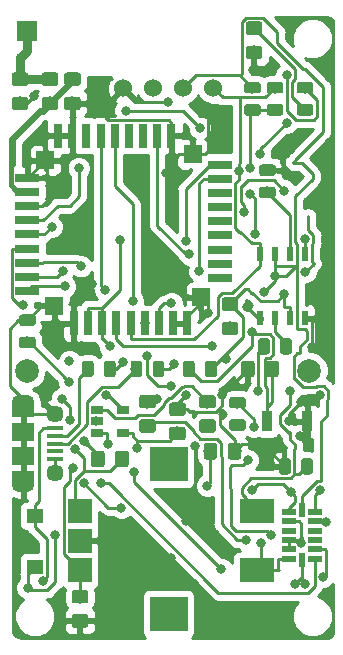
<source format=gbr>
G04 #@! TF.GenerationSoftware,KiCad,Pcbnew,(5.0.1)-4*
G04 #@! TF.CreationDate,2019-11-10T23:47:17+01:00*
G04 #@! TF.ProjectId,rak4260,72616B343236302E6B696361645F7063,0.3*
G04 #@! TF.SameCoordinates,Original*
G04 #@! TF.FileFunction,Copper,L1,Top,Signal*
G04 #@! TF.FilePolarity,Positive*
%FSLAX46Y46*%
G04 Gerber Fmt 4.6, Leading zero omitted, Abs format (unit mm)*
G04 Created by KiCad (PCBNEW (5.0.1)-4) date 10/11/2019 23:47:17*
%MOMM*%
%LPD*%
G01*
G04 APERTURE LIST*
G04 #@! TA.AperFunction,SMDPad,CuDef*
%ADD10R,0.800000X2.000000*%
G04 #@! TD*
G04 #@! TA.AperFunction,SMDPad,CuDef*
%ADD11R,1.500000X1.500000*%
G04 #@! TD*
G04 #@! TA.AperFunction,SMDPad,CuDef*
%ADD12R,2.000000X0.800000*%
G04 #@! TD*
G04 #@! TA.AperFunction,ComponentPad*
%ADD13R,1.700000X1.700000*%
G04 #@! TD*
G04 #@! TA.AperFunction,Conductor*
%ADD14C,0.100000*%
G04 #@! TD*
G04 #@! TA.AperFunction,SMDPad,CuDef*
%ADD15C,1.150000*%
G04 #@! TD*
G04 #@! TA.AperFunction,SMDPad,CuDef*
%ADD16R,1.900000X1.500000*%
G04 #@! TD*
G04 #@! TA.AperFunction,ComponentPad*
%ADD17C,1.450000*%
G04 #@! TD*
G04 #@! TA.AperFunction,SMDPad,CuDef*
%ADD18R,1.350000X0.400000*%
G04 #@! TD*
G04 #@! TA.AperFunction,ComponentPad*
%ADD19O,1.900000X1.200000*%
G04 #@! TD*
G04 #@! TA.AperFunction,SMDPad,CuDef*
%ADD20R,1.900000X1.200000*%
G04 #@! TD*
G04 #@! TA.AperFunction,SMDPad,CuDef*
%ADD21C,0.975000*%
G04 #@! TD*
G04 #@! TA.AperFunction,SMDPad,CuDef*
%ADD22R,0.900000X1.700000*%
G04 #@! TD*
G04 #@! TA.AperFunction,SMDPad,CuDef*
%ADD23R,3.000000X2.000000*%
G04 #@! TD*
G04 #@! TA.AperFunction,SMDPad,CuDef*
%ADD24R,3.200000X3.000000*%
G04 #@! TD*
G04 #@! TA.AperFunction,SMDPad,CuDef*
%ADD25R,2.000000X2.000000*%
G04 #@! TD*
G04 #@! TA.AperFunction,ComponentPad*
%ADD26C,1.524000*%
G04 #@! TD*
G04 #@! TA.AperFunction,ComponentPad*
%ADD27C,2.000000*%
G04 #@! TD*
G04 #@! TA.AperFunction,SMDPad,CuDef*
%ADD28R,1.470000X1.270000*%
G04 #@! TD*
G04 #@! TA.AperFunction,SMDPad,CuDef*
%ADD29R,1.060000X0.650000*%
G04 #@! TD*
G04 #@! TA.AperFunction,SMDPad,CuDef*
%ADD30R,0.600000X1.250000*%
G04 #@! TD*
G04 #@! TA.AperFunction,SMDPad,CuDef*
%ADD31R,1.145000X0.550000*%
G04 #@! TD*
G04 #@! TA.AperFunction,SMDPad,CuDef*
%ADD32R,0.550000X1.145000*%
G04 #@! TD*
G04 #@! TA.AperFunction,ViaPad*
%ADD33C,0.800000*%
G04 #@! TD*
G04 #@! TA.AperFunction,Conductor*
%ADD34C,0.250000*%
G04 #@! TD*
G04 #@! TA.AperFunction,Conductor*
%ADD35C,0.800000*%
G04 #@! TD*
G04 #@! TA.AperFunction,Conductor*
%ADD36C,0.600000*%
G04 #@! TD*
G04 #@! TA.AperFunction,Conductor*
%ADD37C,0.400000*%
G04 #@! TD*
G04 #@! TA.AperFunction,Conductor*
%ADD38C,0.254000*%
G04 #@! TD*
G04 APERTURE END LIST*
D10*
G04 #@! TO.P,U1,10*
G04 #@! TO.N,GND*
X107440000Y-64100000D03*
G04 #@! TO.P,U1,11*
G04 #@! TO.N,+3V3*
X108640000Y-64100000D03*
G04 #@! TO.P,U1,12*
X109840000Y-64100000D03*
G04 #@! TO.P,U1,13*
G04 #@! TO.N,/SCL*
X111040000Y-64100000D03*
G04 #@! TO.P,U1,14*
G04 #@! TO.N,/SDA*
X112240000Y-64100000D03*
G04 #@! TO.P,U1,15*
G04 #@! TO.N,/INT2*
X113440000Y-64100000D03*
G04 #@! TO.P,U1,16*
G04 #@! TO.N,/PinMotor*
X114640000Y-64100000D03*
G04 #@! TO.P,U1,17*
G04 #@! TO.N,GND*
X115840000Y-64100000D03*
G04 #@! TO.P,U1,18*
X117040000Y-64100000D03*
D11*
G04 #@! TO.P,U1,37*
X118190000Y-61900000D03*
X105790000Y-62600000D03*
D12*
G04 #@! TO.P,U1,19*
G04 #@! TO.N,N/C*
X119790000Y-60250000D03*
G04 #@! TO.P,U1,20*
X119790000Y-59050000D03*
G04 #@! TO.P,U1,21*
X119790000Y-57850000D03*
G04 #@! TO.P,U1,22*
X119790000Y-56650000D03*
G04 #@! TO.P,U1,23*
X119790000Y-55450000D03*
G04 #@! TO.P,U1,24*
X119790000Y-54250000D03*
G04 #@! TO.P,U1,25*
X119790000Y-53050000D03*
G04 #@! TO.P,U1,26*
G04 #@! TO.N,/USB_P*
X119790000Y-51850000D03*
G04 #@! TO.P,U1,27*
G04 #@! TO.N,/USB_N*
X119790000Y-50650000D03*
G04 #@! TO.P,U1,1*
G04 #@! TO.N,GND*
X103490000Y-51770000D03*
G04 #@! TO.P,U1,5*
G04 #@! TO.N,/RE+*
X103490000Y-56570000D03*
G04 #@! TO.P,U1,7*
G04 #@! TO.N,/AlertB*
X103490000Y-58970000D03*
G04 #@! TO.P,U1,2*
G04 #@! TO.N,/RFC*
X103490000Y-52970000D03*
G04 #@! TO.P,U1,9*
G04 #@! TO.N,/INT1*
X103490000Y-61370000D03*
G04 #@! TO.P,U1,8*
G04 #@! TO.N,/SAMLED*
X103490000Y-60170000D03*
G04 #@! TO.P,U1,4*
G04 #@! TO.N,/RPressed*
X103490000Y-55370000D03*
G04 #@! TO.P,U1,6*
G04 #@! TO.N,/RE-*
X103490000Y-57770000D03*
G04 #@! TO.P,U1,3*
G04 #@! TO.N,GND*
X103490000Y-54170000D03*
D10*
G04 #@! TO.P,U1,35*
X107300000Y-48210000D03*
G04 #@! TO.P,U1,34*
G04 #@! TO.N,N/C*
X108500000Y-48210000D03*
G04 #@! TO.P,U1,28*
G04 #@! TO.N,GND*
X115700000Y-48210000D03*
G04 #@! TO.P,U1,30*
G04 #@! TO.N,N/C*
X113300000Y-48210000D03*
G04 #@! TO.P,U1,32*
G04 #@! TO.N,/RXD*
X110900000Y-48210000D03*
G04 #@! TO.P,U1,33*
G04 #@! TO.N,/TXD*
X109700000Y-48210000D03*
G04 #@! TO.P,U1,36*
G04 #@! TO.N,GND*
X106100000Y-48210000D03*
G04 #@! TO.P,U1,31*
G04 #@! TO.N,N/C*
X112100000Y-48210000D03*
G04 #@! TO.P,U1,29*
G04 #@! TO.N,/RST*
X114500000Y-48210000D03*
D11*
G04 #@! TO.P,U1,37*
G04 #@! TO.N,GND*
X105020000Y-50290000D03*
X117500000Y-49800000D03*
G04 #@! TD*
D13*
G04 #@! TO.P,AE1,1*
G04 #@! TO.N,Net-(AE1-Pad1)*
X103505000Y-39370000D03*
G04 #@! TD*
D14*
G04 #@! TO.N,GND*
G04 #@! TO.C,C1*
G36*
X103344505Y-44901204D02*
X103368773Y-44904804D01*
X103392572Y-44910765D01*
X103415671Y-44919030D01*
X103437850Y-44929520D01*
X103458893Y-44942132D01*
X103478599Y-44956747D01*
X103496777Y-44973223D01*
X103513253Y-44991401D01*
X103527868Y-45011107D01*
X103540480Y-45032150D01*
X103550970Y-45054329D01*
X103559235Y-45077428D01*
X103565196Y-45101227D01*
X103568796Y-45125495D01*
X103570000Y-45149999D01*
X103570000Y-45800001D01*
X103568796Y-45824505D01*
X103565196Y-45848773D01*
X103559235Y-45872572D01*
X103550970Y-45895671D01*
X103540480Y-45917850D01*
X103527868Y-45938893D01*
X103513253Y-45958599D01*
X103496777Y-45976777D01*
X103478599Y-45993253D01*
X103458893Y-46007868D01*
X103437850Y-46020480D01*
X103415671Y-46030970D01*
X103392572Y-46039235D01*
X103368773Y-46045196D01*
X103344505Y-46048796D01*
X103320001Y-46050000D01*
X102419999Y-46050000D01*
X102395495Y-46048796D01*
X102371227Y-46045196D01*
X102347428Y-46039235D01*
X102324329Y-46030970D01*
X102302150Y-46020480D01*
X102281107Y-46007868D01*
X102261401Y-45993253D01*
X102243223Y-45976777D01*
X102226747Y-45958599D01*
X102212132Y-45938893D01*
X102199520Y-45917850D01*
X102189030Y-45895671D01*
X102180765Y-45872572D01*
X102174804Y-45848773D01*
X102171204Y-45824505D01*
X102170000Y-45800001D01*
X102170000Y-45149999D01*
X102171204Y-45125495D01*
X102174804Y-45101227D01*
X102180765Y-45077428D01*
X102189030Y-45054329D01*
X102199520Y-45032150D01*
X102212132Y-45011107D01*
X102226747Y-44991401D01*
X102243223Y-44973223D01*
X102261401Y-44956747D01*
X102281107Y-44942132D01*
X102302150Y-44929520D01*
X102324329Y-44919030D01*
X102347428Y-44910765D01*
X102371227Y-44904804D01*
X102395495Y-44901204D01*
X102419999Y-44900000D01*
X103320001Y-44900000D01*
X103344505Y-44901204D01*
X103344505Y-44901204D01*
G37*
D15*
G04 #@! TD*
G04 #@! TO.P,C1,2*
G04 #@! TO.N,GND*
X102870000Y-45475000D03*
D14*
G04 #@! TO.N,Net-(AE1-Pad1)*
G04 #@! TO.C,C1*
G36*
X103344505Y-42851204D02*
X103368773Y-42854804D01*
X103392572Y-42860765D01*
X103415671Y-42869030D01*
X103437850Y-42879520D01*
X103458893Y-42892132D01*
X103478599Y-42906747D01*
X103496777Y-42923223D01*
X103513253Y-42941401D01*
X103527868Y-42961107D01*
X103540480Y-42982150D01*
X103550970Y-43004329D01*
X103559235Y-43027428D01*
X103565196Y-43051227D01*
X103568796Y-43075495D01*
X103570000Y-43099999D01*
X103570000Y-43750001D01*
X103568796Y-43774505D01*
X103565196Y-43798773D01*
X103559235Y-43822572D01*
X103550970Y-43845671D01*
X103540480Y-43867850D01*
X103527868Y-43888893D01*
X103513253Y-43908599D01*
X103496777Y-43926777D01*
X103478599Y-43943253D01*
X103458893Y-43957868D01*
X103437850Y-43970480D01*
X103415671Y-43980970D01*
X103392572Y-43989235D01*
X103368773Y-43995196D01*
X103344505Y-43998796D01*
X103320001Y-44000000D01*
X102419999Y-44000000D01*
X102395495Y-43998796D01*
X102371227Y-43995196D01*
X102347428Y-43989235D01*
X102324329Y-43980970D01*
X102302150Y-43970480D01*
X102281107Y-43957868D01*
X102261401Y-43943253D01*
X102243223Y-43926777D01*
X102226747Y-43908599D01*
X102212132Y-43888893D01*
X102199520Y-43867850D01*
X102189030Y-43845671D01*
X102180765Y-43822572D01*
X102174804Y-43798773D01*
X102171204Y-43774505D01*
X102170000Y-43750001D01*
X102170000Y-43099999D01*
X102171204Y-43075495D01*
X102174804Y-43051227D01*
X102180765Y-43027428D01*
X102189030Y-43004329D01*
X102199520Y-42982150D01*
X102212132Y-42961107D01*
X102226747Y-42941401D01*
X102243223Y-42923223D01*
X102261401Y-42906747D01*
X102281107Y-42892132D01*
X102302150Y-42879520D01*
X102324329Y-42869030D01*
X102347428Y-42860765D01*
X102371227Y-42854804D01*
X102395495Y-42851204D01*
X102419999Y-42850000D01*
X103320001Y-42850000D01*
X103344505Y-42851204D01*
X103344505Y-42851204D01*
G37*
D15*
G04 #@! TD*
G04 #@! TO.P,C1,1*
G04 #@! TO.N,Net-(AE1-Pad1)*
X102870000Y-43425000D03*
D14*
G04 #@! TO.N,Net-(AE1-Pad1)*
G04 #@! TO.C,C3*
G36*
X105884505Y-42851204D02*
X105908773Y-42854804D01*
X105932572Y-42860765D01*
X105955671Y-42869030D01*
X105977850Y-42879520D01*
X105998893Y-42892132D01*
X106018599Y-42906747D01*
X106036777Y-42923223D01*
X106053253Y-42941401D01*
X106067868Y-42961107D01*
X106080480Y-42982150D01*
X106090970Y-43004329D01*
X106099235Y-43027428D01*
X106105196Y-43051227D01*
X106108796Y-43075495D01*
X106110000Y-43099999D01*
X106110000Y-43750001D01*
X106108796Y-43774505D01*
X106105196Y-43798773D01*
X106099235Y-43822572D01*
X106090970Y-43845671D01*
X106080480Y-43867850D01*
X106067868Y-43888893D01*
X106053253Y-43908599D01*
X106036777Y-43926777D01*
X106018599Y-43943253D01*
X105998893Y-43957868D01*
X105977850Y-43970480D01*
X105955671Y-43980970D01*
X105932572Y-43989235D01*
X105908773Y-43995196D01*
X105884505Y-43998796D01*
X105860001Y-44000000D01*
X104959999Y-44000000D01*
X104935495Y-43998796D01*
X104911227Y-43995196D01*
X104887428Y-43989235D01*
X104864329Y-43980970D01*
X104842150Y-43970480D01*
X104821107Y-43957868D01*
X104801401Y-43943253D01*
X104783223Y-43926777D01*
X104766747Y-43908599D01*
X104752132Y-43888893D01*
X104739520Y-43867850D01*
X104729030Y-43845671D01*
X104720765Y-43822572D01*
X104714804Y-43798773D01*
X104711204Y-43774505D01*
X104710000Y-43750001D01*
X104710000Y-43099999D01*
X104711204Y-43075495D01*
X104714804Y-43051227D01*
X104720765Y-43027428D01*
X104729030Y-43004329D01*
X104739520Y-42982150D01*
X104752132Y-42961107D01*
X104766747Y-42941401D01*
X104783223Y-42923223D01*
X104801401Y-42906747D01*
X104821107Y-42892132D01*
X104842150Y-42879520D01*
X104864329Y-42869030D01*
X104887428Y-42860765D01*
X104911227Y-42854804D01*
X104935495Y-42851204D01*
X104959999Y-42850000D01*
X105860001Y-42850000D01*
X105884505Y-42851204D01*
X105884505Y-42851204D01*
G37*
D15*
G04 #@! TD*
G04 #@! TO.P,C3,1*
G04 #@! TO.N,Net-(AE1-Pad1)*
X105410000Y-43425000D03*
D14*
G04 #@! TO.N,/RFC*
G04 #@! TO.C,C3*
G36*
X105884505Y-44901204D02*
X105908773Y-44904804D01*
X105932572Y-44910765D01*
X105955671Y-44919030D01*
X105977850Y-44929520D01*
X105998893Y-44942132D01*
X106018599Y-44956747D01*
X106036777Y-44973223D01*
X106053253Y-44991401D01*
X106067868Y-45011107D01*
X106080480Y-45032150D01*
X106090970Y-45054329D01*
X106099235Y-45077428D01*
X106105196Y-45101227D01*
X106108796Y-45125495D01*
X106110000Y-45149999D01*
X106110000Y-45800001D01*
X106108796Y-45824505D01*
X106105196Y-45848773D01*
X106099235Y-45872572D01*
X106090970Y-45895671D01*
X106080480Y-45917850D01*
X106067868Y-45938893D01*
X106053253Y-45958599D01*
X106036777Y-45976777D01*
X106018599Y-45993253D01*
X105998893Y-46007868D01*
X105977850Y-46020480D01*
X105955671Y-46030970D01*
X105932572Y-46039235D01*
X105908773Y-46045196D01*
X105884505Y-46048796D01*
X105860001Y-46050000D01*
X104959999Y-46050000D01*
X104935495Y-46048796D01*
X104911227Y-46045196D01*
X104887428Y-46039235D01*
X104864329Y-46030970D01*
X104842150Y-46020480D01*
X104821107Y-46007868D01*
X104801401Y-45993253D01*
X104783223Y-45976777D01*
X104766747Y-45958599D01*
X104752132Y-45938893D01*
X104739520Y-45917850D01*
X104729030Y-45895671D01*
X104720765Y-45872572D01*
X104714804Y-45848773D01*
X104711204Y-45824505D01*
X104710000Y-45800001D01*
X104710000Y-45149999D01*
X104711204Y-45125495D01*
X104714804Y-45101227D01*
X104720765Y-45077428D01*
X104729030Y-45054329D01*
X104739520Y-45032150D01*
X104752132Y-45011107D01*
X104766747Y-44991401D01*
X104783223Y-44973223D01*
X104801401Y-44956747D01*
X104821107Y-44942132D01*
X104842150Y-44929520D01*
X104864329Y-44919030D01*
X104887428Y-44910765D01*
X104911227Y-44904804D01*
X104935495Y-44901204D01*
X104959999Y-44900000D01*
X105860001Y-44900000D01*
X105884505Y-44901204D01*
X105884505Y-44901204D01*
G37*
D15*
G04 #@! TD*
G04 #@! TO.P,C3,2*
G04 #@! TO.N,/RFC*
X105410000Y-45475000D03*
D14*
G04 #@! TO.N,GND*
G04 #@! TO.C,C4*
G36*
X107789505Y-44901204D02*
X107813773Y-44904804D01*
X107837572Y-44910765D01*
X107860671Y-44919030D01*
X107882850Y-44929520D01*
X107903893Y-44942132D01*
X107923599Y-44956747D01*
X107941777Y-44973223D01*
X107958253Y-44991401D01*
X107972868Y-45011107D01*
X107985480Y-45032150D01*
X107995970Y-45054329D01*
X108004235Y-45077428D01*
X108010196Y-45101227D01*
X108013796Y-45125495D01*
X108015000Y-45149999D01*
X108015000Y-45800001D01*
X108013796Y-45824505D01*
X108010196Y-45848773D01*
X108004235Y-45872572D01*
X107995970Y-45895671D01*
X107985480Y-45917850D01*
X107972868Y-45938893D01*
X107958253Y-45958599D01*
X107941777Y-45976777D01*
X107923599Y-45993253D01*
X107903893Y-46007868D01*
X107882850Y-46020480D01*
X107860671Y-46030970D01*
X107837572Y-46039235D01*
X107813773Y-46045196D01*
X107789505Y-46048796D01*
X107765001Y-46050000D01*
X106864999Y-46050000D01*
X106840495Y-46048796D01*
X106816227Y-46045196D01*
X106792428Y-46039235D01*
X106769329Y-46030970D01*
X106747150Y-46020480D01*
X106726107Y-46007868D01*
X106706401Y-45993253D01*
X106688223Y-45976777D01*
X106671747Y-45958599D01*
X106657132Y-45938893D01*
X106644520Y-45917850D01*
X106634030Y-45895671D01*
X106625765Y-45872572D01*
X106619804Y-45848773D01*
X106616204Y-45824505D01*
X106615000Y-45800001D01*
X106615000Y-45149999D01*
X106616204Y-45125495D01*
X106619804Y-45101227D01*
X106625765Y-45077428D01*
X106634030Y-45054329D01*
X106644520Y-45032150D01*
X106657132Y-45011107D01*
X106671747Y-44991401D01*
X106688223Y-44973223D01*
X106706401Y-44956747D01*
X106726107Y-44942132D01*
X106747150Y-44929520D01*
X106769329Y-44919030D01*
X106792428Y-44910765D01*
X106816227Y-44904804D01*
X106840495Y-44901204D01*
X106864999Y-44900000D01*
X107765001Y-44900000D01*
X107789505Y-44901204D01*
X107789505Y-44901204D01*
G37*
D15*
G04 #@! TD*
G04 #@! TO.P,C4,1*
G04 #@! TO.N,GND*
X107315000Y-45475000D03*
D14*
G04 #@! TO.N,/RFC*
G04 #@! TO.C,C4*
G36*
X107789505Y-42851204D02*
X107813773Y-42854804D01*
X107837572Y-42860765D01*
X107860671Y-42869030D01*
X107882850Y-42879520D01*
X107903893Y-42892132D01*
X107923599Y-42906747D01*
X107941777Y-42923223D01*
X107958253Y-42941401D01*
X107972868Y-42961107D01*
X107985480Y-42982150D01*
X107995970Y-43004329D01*
X108004235Y-43027428D01*
X108010196Y-43051227D01*
X108013796Y-43075495D01*
X108015000Y-43099999D01*
X108015000Y-43750001D01*
X108013796Y-43774505D01*
X108010196Y-43798773D01*
X108004235Y-43822572D01*
X107995970Y-43845671D01*
X107985480Y-43867850D01*
X107972868Y-43888893D01*
X107958253Y-43908599D01*
X107941777Y-43926777D01*
X107923599Y-43943253D01*
X107903893Y-43957868D01*
X107882850Y-43970480D01*
X107860671Y-43980970D01*
X107837572Y-43989235D01*
X107813773Y-43995196D01*
X107789505Y-43998796D01*
X107765001Y-44000000D01*
X106864999Y-44000000D01*
X106840495Y-43998796D01*
X106816227Y-43995196D01*
X106792428Y-43989235D01*
X106769329Y-43980970D01*
X106747150Y-43970480D01*
X106726107Y-43957868D01*
X106706401Y-43943253D01*
X106688223Y-43926777D01*
X106671747Y-43908599D01*
X106657132Y-43888893D01*
X106644520Y-43867850D01*
X106634030Y-43845671D01*
X106625765Y-43822572D01*
X106619804Y-43798773D01*
X106616204Y-43774505D01*
X106615000Y-43750001D01*
X106615000Y-43099999D01*
X106616204Y-43075495D01*
X106619804Y-43051227D01*
X106625765Y-43027428D01*
X106634030Y-43004329D01*
X106644520Y-42982150D01*
X106657132Y-42961107D01*
X106671747Y-42941401D01*
X106688223Y-42923223D01*
X106706401Y-42906747D01*
X106726107Y-42892132D01*
X106747150Y-42879520D01*
X106769329Y-42869030D01*
X106792428Y-42860765D01*
X106816227Y-42854804D01*
X106840495Y-42851204D01*
X106864999Y-42850000D01*
X107765001Y-42850000D01*
X107789505Y-42851204D01*
X107789505Y-42851204D01*
G37*
D15*
G04 #@! TD*
G04 #@! TO.P,C4,2*
G04 #@! TO.N,/RFC*
X107315000Y-43425000D03*
D16*
G04 #@! TO.P,J1,6*
G04 #@! TO.N,GND*
X103156500Y-75295000D03*
D17*
X105856500Y-71795000D03*
D18*
G04 #@! TO.P,J1,2*
G04 #@! TO.N,Net-(J1-Pad2)*
X105856500Y-73645000D03*
G04 #@! TO.P,J1,1*
G04 #@! TO.N,V_BUS*
X105856500Y-72995000D03*
G04 #@! TO.P,J1,5*
G04 #@! TO.N,GND*
X105856500Y-75595000D03*
G04 #@! TO.P,J1,4*
G04 #@! TO.N,N/C*
X105856500Y-74945000D03*
G04 #@! TO.P,J1,3*
G04 #@! TO.N,Net-(J1-Pad3)*
X105856500Y-74295000D03*
D17*
G04 #@! TO.P,J1,6*
G04 #@! TO.N,GND*
X105856500Y-76795000D03*
D16*
X103156500Y-73295000D03*
D19*
X103156500Y-70795000D03*
X103156500Y-77795000D03*
D20*
X103156500Y-77195000D03*
X103156500Y-71395000D03*
G04 #@! TD*
D14*
G04 #@! TO.N,/RST*
G04 #@! TO.C,R1*
G36*
X117440142Y-67246174D02*
X117463803Y-67249684D01*
X117487007Y-67255496D01*
X117509529Y-67263554D01*
X117531153Y-67273782D01*
X117551670Y-67286079D01*
X117570883Y-67300329D01*
X117588607Y-67316393D01*
X117604671Y-67334117D01*
X117618921Y-67353330D01*
X117631218Y-67373847D01*
X117641446Y-67395471D01*
X117649504Y-67417993D01*
X117655316Y-67441197D01*
X117658826Y-67464858D01*
X117660000Y-67488750D01*
X117660000Y-68401250D01*
X117658826Y-68425142D01*
X117655316Y-68448803D01*
X117649504Y-68472007D01*
X117641446Y-68494529D01*
X117631218Y-68516153D01*
X117618921Y-68536670D01*
X117604671Y-68555883D01*
X117588607Y-68573607D01*
X117570883Y-68589671D01*
X117551670Y-68603921D01*
X117531153Y-68616218D01*
X117509529Y-68626446D01*
X117487007Y-68634504D01*
X117463803Y-68640316D01*
X117440142Y-68643826D01*
X117416250Y-68645000D01*
X116928750Y-68645000D01*
X116904858Y-68643826D01*
X116881197Y-68640316D01*
X116857993Y-68634504D01*
X116835471Y-68626446D01*
X116813847Y-68616218D01*
X116793330Y-68603921D01*
X116774117Y-68589671D01*
X116756393Y-68573607D01*
X116740329Y-68555883D01*
X116726079Y-68536670D01*
X116713782Y-68516153D01*
X116703554Y-68494529D01*
X116695496Y-68472007D01*
X116689684Y-68448803D01*
X116686174Y-68425142D01*
X116685000Y-68401250D01*
X116685000Y-67488750D01*
X116686174Y-67464858D01*
X116689684Y-67441197D01*
X116695496Y-67417993D01*
X116703554Y-67395471D01*
X116713782Y-67373847D01*
X116726079Y-67353330D01*
X116740329Y-67334117D01*
X116756393Y-67316393D01*
X116774117Y-67300329D01*
X116793330Y-67286079D01*
X116813847Y-67273782D01*
X116835471Y-67263554D01*
X116857993Y-67255496D01*
X116881197Y-67249684D01*
X116904858Y-67246174D01*
X116928750Y-67245000D01*
X117416250Y-67245000D01*
X117440142Y-67246174D01*
X117440142Y-67246174D01*
G37*
D21*
G04 #@! TD*
G04 #@! TO.P,R1,1*
G04 #@! TO.N,/RST*
X117172500Y-67945000D03*
D14*
G04 #@! TO.N,+3V3*
G04 #@! TO.C,R1*
G36*
X119315142Y-67246174D02*
X119338803Y-67249684D01*
X119362007Y-67255496D01*
X119384529Y-67263554D01*
X119406153Y-67273782D01*
X119426670Y-67286079D01*
X119445883Y-67300329D01*
X119463607Y-67316393D01*
X119479671Y-67334117D01*
X119493921Y-67353330D01*
X119506218Y-67373847D01*
X119516446Y-67395471D01*
X119524504Y-67417993D01*
X119530316Y-67441197D01*
X119533826Y-67464858D01*
X119535000Y-67488750D01*
X119535000Y-68401250D01*
X119533826Y-68425142D01*
X119530316Y-68448803D01*
X119524504Y-68472007D01*
X119516446Y-68494529D01*
X119506218Y-68516153D01*
X119493921Y-68536670D01*
X119479671Y-68555883D01*
X119463607Y-68573607D01*
X119445883Y-68589671D01*
X119426670Y-68603921D01*
X119406153Y-68616218D01*
X119384529Y-68626446D01*
X119362007Y-68634504D01*
X119338803Y-68640316D01*
X119315142Y-68643826D01*
X119291250Y-68645000D01*
X118803750Y-68645000D01*
X118779858Y-68643826D01*
X118756197Y-68640316D01*
X118732993Y-68634504D01*
X118710471Y-68626446D01*
X118688847Y-68616218D01*
X118668330Y-68603921D01*
X118649117Y-68589671D01*
X118631393Y-68573607D01*
X118615329Y-68555883D01*
X118601079Y-68536670D01*
X118588782Y-68516153D01*
X118578554Y-68494529D01*
X118570496Y-68472007D01*
X118564684Y-68448803D01*
X118561174Y-68425142D01*
X118560000Y-68401250D01*
X118560000Y-67488750D01*
X118561174Y-67464858D01*
X118564684Y-67441197D01*
X118570496Y-67417993D01*
X118578554Y-67395471D01*
X118588782Y-67373847D01*
X118601079Y-67353330D01*
X118615329Y-67334117D01*
X118631393Y-67316393D01*
X118649117Y-67300329D01*
X118668330Y-67286079D01*
X118688847Y-67273782D01*
X118710471Y-67263554D01*
X118732993Y-67255496D01*
X118756197Y-67249684D01*
X118779858Y-67246174D01*
X118803750Y-67245000D01*
X119291250Y-67245000D01*
X119315142Y-67246174D01*
X119315142Y-67246174D01*
G37*
D21*
G04 #@! TD*
G04 #@! TO.P,R1,2*
G04 #@! TO.N,+3V3*
X119047500Y-67945000D03*
D14*
G04 #@! TO.N,Net-(J1-Pad3)*
G04 #@! TO.C,R2*
G36*
X112995142Y-67246174D02*
X113018803Y-67249684D01*
X113042007Y-67255496D01*
X113064529Y-67263554D01*
X113086153Y-67273782D01*
X113106670Y-67286079D01*
X113125883Y-67300329D01*
X113143607Y-67316393D01*
X113159671Y-67334117D01*
X113173921Y-67353330D01*
X113186218Y-67373847D01*
X113196446Y-67395471D01*
X113204504Y-67417993D01*
X113210316Y-67441197D01*
X113213826Y-67464858D01*
X113215000Y-67488750D01*
X113215000Y-68401250D01*
X113213826Y-68425142D01*
X113210316Y-68448803D01*
X113204504Y-68472007D01*
X113196446Y-68494529D01*
X113186218Y-68516153D01*
X113173921Y-68536670D01*
X113159671Y-68555883D01*
X113143607Y-68573607D01*
X113125883Y-68589671D01*
X113106670Y-68603921D01*
X113086153Y-68616218D01*
X113064529Y-68626446D01*
X113042007Y-68634504D01*
X113018803Y-68640316D01*
X112995142Y-68643826D01*
X112971250Y-68645000D01*
X112483750Y-68645000D01*
X112459858Y-68643826D01*
X112436197Y-68640316D01*
X112412993Y-68634504D01*
X112390471Y-68626446D01*
X112368847Y-68616218D01*
X112348330Y-68603921D01*
X112329117Y-68589671D01*
X112311393Y-68573607D01*
X112295329Y-68555883D01*
X112281079Y-68536670D01*
X112268782Y-68516153D01*
X112258554Y-68494529D01*
X112250496Y-68472007D01*
X112244684Y-68448803D01*
X112241174Y-68425142D01*
X112240000Y-68401250D01*
X112240000Y-67488750D01*
X112241174Y-67464858D01*
X112244684Y-67441197D01*
X112250496Y-67417993D01*
X112258554Y-67395471D01*
X112268782Y-67373847D01*
X112281079Y-67353330D01*
X112295329Y-67334117D01*
X112311393Y-67316393D01*
X112329117Y-67300329D01*
X112348330Y-67286079D01*
X112368847Y-67273782D01*
X112390471Y-67263554D01*
X112412993Y-67255496D01*
X112436197Y-67249684D01*
X112459858Y-67246174D01*
X112483750Y-67245000D01*
X112971250Y-67245000D01*
X112995142Y-67246174D01*
X112995142Y-67246174D01*
G37*
D21*
G04 #@! TD*
G04 #@! TO.P,R2,2*
G04 #@! TO.N,Net-(J1-Pad3)*
X112727500Y-67945000D03*
D14*
G04 #@! TO.N,/USB_P*
G04 #@! TO.C,R2*
G36*
X114870142Y-67246174D02*
X114893803Y-67249684D01*
X114917007Y-67255496D01*
X114939529Y-67263554D01*
X114961153Y-67273782D01*
X114981670Y-67286079D01*
X115000883Y-67300329D01*
X115018607Y-67316393D01*
X115034671Y-67334117D01*
X115048921Y-67353330D01*
X115061218Y-67373847D01*
X115071446Y-67395471D01*
X115079504Y-67417993D01*
X115085316Y-67441197D01*
X115088826Y-67464858D01*
X115090000Y-67488750D01*
X115090000Y-68401250D01*
X115088826Y-68425142D01*
X115085316Y-68448803D01*
X115079504Y-68472007D01*
X115071446Y-68494529D01*
X115061218Y-68516153D01*
X115048921Y-68536670D01*
X115034671Y-68555883D01*
X115018607Y-68573607D01*
X115000883Y-68589671D01*
X114981670Y-68603921D01*
X114961153Y-68616218D01*
X114939529Y-68626446D01*
X114917007Y-68634504D01*
X114893803Y-68640316D01*
X114870142Y-68643826D01*
X114846250Y-68645000D01*
X114358750Y-68645000D01*
X114334858Y-68643826D01*
X114311197Y-68640316D01*
X114287993Y-68634504D01*
X114265471Y-68626446D01*
X114243847Y-68616218D01*
X114223330Y-68603921D01*
X114204117Y-68589671D01*
X114186393Y-68573607D01*
X114170329Y-68555883D01*
X114156079Y-68536670D01*
X114143782Y-68516153D01*
X114133554Y-68494529D01*
X114125496Y-68472007D01*
X114119684Y-68448803D01*
X114116174Y-68425142D01*
X114115000Y-68401250D01*
X114115000Y-67488750D01*
X114116174Y-67464858D01*
X114119684Y-67441197D01*
X114125496Y-67417993D01*
X114133554Y-67395471D01*
X114143782Y-67373847D01*
X114156079Y-67353330D01*
X114170329Y-67334117D01*
X114186393Y-67316393D01*
X114204117Y-67300329D01*
X114223330Y-67286079D01*
X114243847Y-67273782D01*
X114265471Y-67263554D01*
X114287993Y-67255496D01*
X114311197Y-67249684D01*
X114334858Y-67246174D01*
X114358750Y-67245000D01*
X114846250Y-67245000D01*
X114870142Y-67246174D01*
X114870142Y-67246174D01*
G37*
D21*
G04 #@! TD*
G04 #@! TO.P,R2,1*
G04 #@! TO.N,/USB_P*
X114602500Y-67945000D03*
D14*
G04 #@! TO.N,/USB_N*
G04 #@! TO.C,R3*
G36*
X110757142Y-67246174D02*
X110780803Y-67249684D01*
X110804007Y-67255496D01*
X110826529Y-67263554D01*
X110848153Y-67273782D01*
X110868670Y-67286079D01*
X110887883Y-67300329D01*
X110905607Y-67316393D01*
X110921671Y-67334117D01*
X110935921Y-67353330D01*
X110948218Y-67373847D01*
X110958446Y-67395471D01*
X110966504Y-67417993D01*
X110972316Y-67441197D01*
X110975826Y-67464858D01*
X110977000Y-67488750D01*
X110977000Y-68401250D01*
X110975826Y-68425142D01*
X110972316Y-68448803D01*
X110966504Y-68472007D01*
X110958446Y-68494529D01*
X110948218Y-68516153D01*
X110935921Y-68536670D01*
X110921671Y-68555883D01*
X110905607Y-68573607D01*
X110887883Y-68589671D01*
X110868670Y-68603921D01*
X110848153Y-68616218D01*
X110826529Y-68626446D01*
X110804007Y-68634504D01*
X110780803Y-68640316D01*
X110757142Y-68643826D01*
X110733250Y-68645000D01*
X110245750Y-68645000D01*
X110221858Y-68643826D01*
X110198197Y-68640316D01*
X110174993Y-68634504D01*
X110152471Y-68626446D01*
X110130847Y-68616218D01*
X110110330Y-68603921D01*
X110091117Y-68589671D01*
X110073393Y-68573607D01*
X110057329Y-68555883D01*
X110043079Y-68536670D01*
X110030782Y-68516153D01*
X110020554Y-68494529D01*
X110012496Y-68472007D01*
X110006684Y-68448803D01*
X110003174Y-68425142D01*
X110002000Y-68401250D01*
X110002000Y-67488750D01*
X110003174Y-67464858D01*
X110006684Y-67441197D01*
X110012496Y-67417993D01*
X110020554Y-67395471D01*
X110030782Y-67373847D01*
X110043079Y-67353330D01*
X110057329Y-67334117D01*
X110073393Y-67316393D01*
X110091117Y-67300329D01*
X110110330Y-67286079D01*
X110130847Y-67273782D01*
X110152471Y-67263554D01*
X110174993Y-67255496D01*
X110198197Y-67249684D01*
X110221858Y-67246174D01*
X110245750Y-67245000D01*
X110733250Y-67245000D01*
X110757142Y-67246174D01*
X110757142Y-67246174D01*
G37*
D21*
G04 #@! TD*
G04 #@! TO.P,R3,1*
G04 #@! TO.N,/USB_N*
X110489500Y-67945000D03*
D14*
G04 #@! TO.N,Net-(J1-Pad2)*
G04 #@! TO.C,R3*
G36*
X108882142Y-67246174D02*
X108905803Y-67249684D01*
X108929007Y-67255496D01*
X108951529Y-67263554D01*
X108973153Y-67273782D01*
X108993670Y-67286079D01*
X109012883Y-67300329D01*
X109030607Y-67316393D01*
X109046671Y-67334117D01*
X109060921Y-67353330D01*
X109073218Y-67373847D01*
X109083446Y-67395471D01*
X109091504Y-67417993D01*
X109097316Y-67441197D01*
X109100826Y-67464858D01*
X109102000Y-67488750D01*
X109102000Y-68401250D01*
X109100826Y-68425142D01*
X109097316Y-68448803D01*
X109091504Y-68472007D01*
X109083446Y-68494529D01*
X109073218Y-68516153D01*
X109060921Y-68536670D01*
X109046671Y-68555883D01*
X109030607Y-68573607D01*
X109012883Y-68589671D01*
X108993670Y-68603921D01*
X108973153Y-68616218D01*
X108951529Y-68626446D01*
X108929007Y-68634504D01*
X108905803Y-68640316D01*
X108882142Y-68643826D01*
X108858250Y-68645000D01*
X108370750Y-68645000D01*
X108346858Y-68643826D01*
X108323197Y-68640316D01*
X108299993Y-68634504D01*
X108277471Y-68626446D01*
X108255847Y-68616218D01*
X108235330Y-68603921D01*
X108216117Y-68589671D01*
X108198393Y-68573607D01*
X108182329Y-68555883D01*
X108168079Y-68536670D01*
X108155782Y-68516153D01*
X108145554Y-68494529D01*
X108137496Y-68472007D01*
X108131684Y-68448803D01*
X108128174Y-68425142D01*
X108127000Y-68401250D01*
X108127000Y-67488750D01*
X108128174Y-67464858D01*
X108131684Y-67441197D01*
X108137496Y-67417993D01*
X108145554Y-67395471D01*
X108155782Y-67373847D01*
X108168079Y-67353330D01*
X108182329Y-67334117D01*
X108198393Y-67316393D01*
X108216117Y-67300329D01*
X108235330Y-67286079D01*
X108255847Y-67273782D01*
X108277471Y-67263554D01*
X108299993Y-67255496D01*
X108323197Y-67249684D01*
X108346858Y-67246174D01*
X108370750Y-67245000D01*
X108858250Y-67245000D01*
X108882142Y-67246174D01*
X108882142Y-67246174D01*
G37*
D21*
G04 #@! TD*
G04 #@! TO.P,R3,2*
G04 #@! TO.N,Net-(J1-Pad2)*
X108614500Y-67945000D03*
D22*
G04 #@! TO.P,SW1,1*
G04 #@! TO.N,/RST*
X123776000Y-72390000D03*
G04 #@! TO.P,SW1,2*
G04 #@! TO.N,GND*
X127176000Y-72390000D03*
G04 #@! TD*
D23*
G04 #@! TO.P,SW2,S1*
G04 #@! TO.N,+3V3*
X122950000Y-85010000D03*
G04 #@! TO.P,SW2,S2*
G04 #@! TO.N,/RPressed*
X122950000Y-80010000D03*
D24*
G04 #@! TO.P,SW2,MP*
G04 #@! TO.N,N/C*
X115450000Y-88710000D03*
X115450000Y-76010000D03*
D25*
G04 #@! TO.P,SW2,B*
G04 #@! TO.N,/RE-*
X107950000Y-85010000D03*
G04 #@! TO.P,SW2,C*
G04 #@! TO.N,GND*
X107950000Y-82510000D03*
G04 #@! TO.P,SW2,A*
G04 #@! TO.N,/RE+*
X107950000Y-80010000D03*
G04 #@! TD*
D14*
G04 #@! TO.N,GND*
G04 #@! TO.C,C2*
G36*
X122514505Y-67246204D02*
X122538773Y-67249804D01*
X122562572Y-67255765D01*
X122585671Y-67264030D01*
X122607850Y-67274520D01*
X122628893Y-67287132D01*
X122648599Y-67301747D01*
X122666777Y-67318223D01*
X122683253Y-67336401D01*
X122697868Y-67356107D01*
X122710480Y-67377150D01*
X122720970Y-67399329D01*
X122729235Y-67422428D01*
X122735196Y-67446227D01*
X122738796Y-67470495D01*
X122740000Y-67494999D01*
X122740000Y-68395001D01*
X122738796Y-68419505D01*
X122735196Y-68443773D01*
X122729235Y-68467572D01*
X122720970Y-68490671D01*
X122710480Y-68512850D01*
X122697868Y-68533893D01*
X122683253Y-68553599D01*
X122666777Y-68571777D01*
X122648599Y-68588253D01*
X122628893Y-68602868D01*
X122607850Y-68615480D01*
X122585671Y-68625970D01*
X122562572Y-68634235D01*
X122538773Y-68640196D01*
X122514505Y-68643796D01*
X122490001Y-68645000D01*
X121839999Y-68645000D01*
X121815495Y-68643796D01*
X121791227Y-68640196D01*
X121767428Y-68634235D01*
X121744329Y-68625970D01*
X121722150Y-68615480D01*
X121701107Y-68602868D01*
X121681401Y-68588253D01*
X121663223Y-68571777D01*
X121646747Y-68553599D01*
X121632132Y-68533893D01*
X121619520Y-68512850D01*
X121609030Y-68490671D01*
X121600765Y-68467572D01*
X121594804Y-68443773D01*
X121591204Y-68419505D01*
X121590000Y-68395001D01*
X121590000Y-67494999D01*
X121591204Y-67470495D01*
X121594804Y-67446227D01*
X121600765Y-67422428D01*
X121609030Y-67399329D01*
X121619520Y-67377150D01*
X121632132Y-67356107D01*
X121646747Y-67336401D01*
X121663223Y-67318223D01*
X121681401Y-67301747D01*
X121701107Y-67287132D01*
X121722150Y-67274520D01*
X121744329Y-67264030D01*
X121767428Y-67255765D01*
X121791227Y-67249804D01*
X121815495Y-67246204D01*
X121839999Y-67245000D01*
X122490001Y-67245000D01*
X122514505Y-67246204D01*
X122514505Y-67246204D01*
G37*
D15*
G04 #@! TD*
G04 #@! TO.P,C2,1*
G04 #@! TO.N,GND*
X122165000Y-67945000D03*
D14*
G04 #@! TO.N,/RST*
G04 #@! TO.C,C2*
G36*
X124564505Y-67246204D02*
X124588773Y-67249804D01*
X124612572Y-67255765D01*
X124635671Y-67264030D01*
X124657850Y-67274520D01*
X124678893Y-67287132D01*
X124698599Y-67301747D01*
X124716777Y-67318223D01*
X124733253Y-67336401D01*
X124747868Y-67356107D01*
X124760480Y-67377150D01*
X124770970Y-67399329D01*
X124779235Y-67422428D01*
X124785196Y-67446227D01*
X124788796Y-67470495D01*
X124790000Y-67494999D01*
X124790000Y-68395001D01*
X124788796Y-68419505D01*
X124785196Y-68443773D01*
X124779235Y-68467572D01*
X124770970Y-68490671D01*
X124760480Y-68512850D01*
X124747868Y-68533893D01*
X124733253Y-68553599D01*
X124716777Y-68571777D01*
X124698599Y-68588253D01*
X124678893Y-68602868D01*
X124657850Y-68615480D01*
X124635671Y-68625970D01*
X124612572Y-68634235D01*
X124588773Y-68640196D01*
X124564505Y-68643796D01*
X124540001Y-68645000D01*
X123889999Y-68645000D01*
X123865495Y-68643796D01*
X123841227Y-68640196D01*
X123817428Y-68634235D01*
X123794329Y-68625970D01*
X123772150Y-68615480D01*
X123751107Y-68602868D01*
X123731401Y-68588253D01*
X123713223Y-68571777D01*
X123696747Y-68553599D01*
X123682132Y-68533893D01*
X123669520Y-68512850D01*
X123659030Y-68490671D01*
X123650765Y-68467572D01*
X123644804Y-68443773D01*
X123641204Y-68419505D01*
X123640000Y-68395001D01*
X123640000Y-67494999D01*
X123641204Y-67470495D01*
X123644804Y-67446227D01*
X123650765Y-67422428D01*
X123659030Y-67399329D01*
X123669520Y-67377150D01*
X123682132Y-67356107D01*
X123696747Y-67336401D01*
X123713223Y-67318223D01*
X123731401Y-67301747D01*
X123751107Y-67287132D01*
X123772150Y-67274520D01*
X123794329Y-67264030D01*
X123817428Y-67255765D01*
X123841227Y-67249804D01*
X123865495Y-67246204D01*
X123889999Y-67245000D01*
X124540001Y-67245000D01*
X124564505Y-67246204D01*
X124564505Y-67246204D01*
G37*
D15*
G04 #@! TD*
G04 #@! TO.P,C2,2*
G04 #@! TO.N,/RST*
X124215000Y-67945000D03*
D26*
G04 #@! TO.P,LCD1,1*
G04 #@! TO.N,/SDA*
X119253000Y-44196000D03*
G04 #@! TO.P,LCD1,2*
G04 #@! TO.N,/SCL*
X116713000Y-44196000D03*
G04 #@! TO.P,LCD1,3*
G04 #@! TO.N,+3V3*
X114173000Y-44196000D03*
G04 #@! TO.P,LCD1,4*
G04 #@! TO.N,GND*
X111633000Y-44196000D03*
D27*
G04 #@! TO.P,LCD1,*
G04 #@! TO.N,*
X103481000Y-68096000D03*
X127381000Y-68096000D03*
G04 #@! TD*
D14*
G04 #@! TO.N,GND*
G04 #@! TO.C,C5*
G36*
X109814505Y-74866204D02*
X109838773Y-74869804D01*
X109862572Y-74875765D01*
X109885671Y-74884030D01*
X109907850Y-74894520D01*
X109928893Y-74907132D01*
X109948599Y-74921747D01*
X109966777Y-74938223D01*
X109983253Y-74956401D01*
X109997868Y-74976107D01*
X110010480Y-74997150D01*
X110020970Y-75019329D01*
X110029235Y-75042428D01*
X110035196Y-75066227D01*
X110038796Y-75090495D01*
X110040000Y-75114999D01*
X110040000Y-76015001D01*
X110038796Y-76039505D01*
X110035196Y-76063773D01*
X110029235Y-76087572D01*
X110020970Y-76110671D01*
X110010480Y-76132850D01*
X109997868Y-76153893D01*
X109983253Y-76173599D01*
X109966777Y-76191777D01*
X109948599Y-76208253D01*
X109928893Y-76222868D01*
X109907850Y-76235480D01*
X109885671Y-76245970D01*
X109862572Y-76254235D01*
X109838773Y-76260196D01*
X109814505Y-76263796D01*
X109790001Y-76265000D01*
X109139999Y-76265000D01*
X109115495Y-76263796D01*
X109091227Y-76260196D01*
X109067428Y-76254235D01*
X109044329Y-76245970D01*
X109022150Y-76235480D01*
X109001107Y-76222868D01*
X108981401Y-76208253D01*
X108963223Y-76191777D01*
X108946747Y-76173599D01*
X108932132Y-76153893D01*
X108919520Y-76132850D01*
X108909030Y-76110671D01*
X108900765Y-76087572D01*
X108894804Y-76063773D01*
X108891204Y-76039505D01*
X108890000Y-76015001D01*
X108890000Y-75114999D01*
X108891204Y-75090495D01*
X108894804Y-75066227D01*
X108900765Y-75042428D01*
X108909030Y-75019329D01*
X108919520Y-74997150D01*
X108932132Y-74976107D01*
X108946747Y-74956401D01*
X108963223Y-74938223D01*
X108981401Y-74921747D01*
X109001107Y-74907132D01*
X109022150Y-74894520D01*
X109044329Y-74884030D01*
X109067428Y-74875765D01*
X109091227Y-74869804D01*
X109115495Y-74866204D01*
X109139999Y-74865000D01*
X109790001Y-74865000D01*
X109814505Y-74866204D01*
X109814505Y-74866204D01*
G37*
D15*
G04 #@! TD*
G04 #@! TO.P,C5,2*
G04 #@! TO.N,GND*
X109465000Y-75565000D03*
D14*
G04 #@! TO.N,/RE+*
G04 #@! TO.C,C5*
G36*
X111864505Y-74866204D02*
X111888773Y-74869804D01*
X111912572Y-74875765D01*
X111935671Y-74884030D01*
X111957850Y-74894520D01*
X111978893Y-74907132D01*
X111998599Y-74921747D01*
X112016777Y-74938223D01*
X112033253Y-74956401D01*
X112047868Y-74976107D01*
X112060480Y-74997150D01*
X112070970Y-75019329D01*
X112079235Y-75042428D01*
X112085196Y-75066227D01*
X112088796Y-75090495D01*
X112090000Y-75114999D01*
X112090000Y-76015001D01*
X112088796Y-76039505D01*
X112085196Y-76063773D01*
X112079235Y-76087572D01*
X112070970Y-76110671D01*
X112060480Y-76132850D01*
X112047868Y-76153893D01*
X112033253Y-76173599D01*
X112016777Y-76191777D01*
X111998599Y-76208253D01*
X111978893Y-76222868D01*
X111957850Y-76235480D01*
X111935671Y-76245970D01*
X111912572Y-76254235D01*
X111888773Y-76260196D01*
X111864505Y-76263796D01*
X111840001Y-76265000D01*
X111189999Y-76265000D01*
X111165495Y-76263796D01*
X111141227Y-76260196D01*
X111117428Y-76254235D01*
X111094329Y-76245970D01*
X111072150Y-76235480D01*
X111051107Y-76222868D01*
X111031401Y-76208253D01*
X111013223Y-76191777D01*
X110996747Y-76173599D01*
X110982132Y-76153893D01*
X110969520Y-76132850D01*
X110959030Y-76110671D01*
X110950765Y-76087572D01*
X110944804Y-76063773D01*
X110941204Y-76039505D01*
X110940000Y-76015001D01*
X110940000Y-75114999D01*
X110941204Y-75090495D01*
X110944804Y-75066227D01*
X110950765Y-75042428D01*
X110959030Y-75019329D01*
X110969520Y-74997150D01*
X110982132Y-74976107D01*
X110996747Y-74956401D01*
X111013223Y-74938223D01*
X111031401Y-74921747D01*
X111051107Y-74907132D01*
X111072150Y-74894520D01*
X111094329Y-74884030D01*
X111117428Y-74875765D01*
X111141227Y-74869804D01*
X111165495Y-74866204D01*
X111189999Y-74865000D01*
X111840001Y-74865000D01*
X111864505Y-74866204D01*
X111864505Y-74866204D01*
G37*
D15*
G04 #@! TD*
G04 #@! TO.P,C5,1*
G04 #@! TO.N,/RE+*
X111515000Y-75565000D03*
D14*
G04 #@! TO.N,/RE-*
G04 #@! TO.C,C6*
G36*
X108424505Y-86666204D02*
X108448773Y-86669804D01*
X108472572Y-86675765D01*
X108495671Y-86684030D01*
X108517850Y-86694520D01*
X108538893Y-86707132D01*
X108558599Y-86721747D01*
X108576777Y-86738223D01*
X108593253Y-86756401D01*
X108607868Y-86776107D01*
X108620480Y-86797150D01*
X108630970Y-86819329D01*
X108639235Y-86842428D01*
X108645196Y-86866227D01*
X108648796Y-86890495D01*
X108650000Y-86914999D01*
X108650000Y-87565001D01*
X108648796Y-87589505D01*
X108645196Y-87613773D01*
X108639235Y-87637572D01*
X108630970Y-87660671D01*
X108620480Y-87682850D01*
X108607868Y-87703893D01*
X108593253Y-87723599D01*
X108576777Y-87741777D01*
X108558599Y-87758253D01*
X108538893Y-87772868D01*
X108517850Y-87785480D01*
X108495671Y-87795970D01*
X108472572Y-87804235D01*
X108448773Y-87810196D01*
X108424505Y-87813796D01*
X108400001Y-87815000D01*
X107499999Y-87815000D01*
X107475495Y-87813796D01*
X107451227Y-87810196D01*
X107427428Y-87804235D01*
X107404329Y-87795970D01*
X107382150Y-87785480D01*
X107361107Y-87772868D01*
X107341401Y-87758253D01*
X107323223Y-87741777D01*
X107306747Y-87723599D01*
X107292132Y-87703893D01*
X107279520Y-87682850D01*
X107269030Y-87660671D01*
X107260765Y-87637572D01*
X107254804Y-87613773D01*
X107251204Y-87589505D01*
X107250000Y-87565001D01*
X107250000Y-86914999D01*
X107251204Y-86890495D01*
X107254804Y-86866227D01*
X107260765Y-86842428D01*
X107269030Y-86819329D01*
X107279520Y-86797150D01*
X107292132Y-86776107D01*
X107306747Y-86756401D01*
X107323223Y-86738223D01*
X107341401Y-86721747D01*
X107361107Y-86707132D01*
X107382150Y-86694520D01*
X107404329Y-86684030D01*
X107427428Y-86675765D01*
X107451227Y-86669804D01*
X107475495Y-86666204D01*
X107499999Y-86665000D01*
X108400001Y-86665000D01*
X108424505Y-86666204D01*
X108424505Y-86666204D01*
G37*
D15*
G04 #@! TD*
G04 #@! TO.P,C6,1*
G04 #@! TO.N,/RE-*
X107950000Y-87240000D03*
D14*
G04 #@! TO.N,GND*
G04 #@! TO.C,C6*
G36*
X108424505Y-88716204D02*
X108448773Y-88719804D01*
X108472572Y-88725765D01*
X108495671Y-88734030D01*
X108517850Y-88744520D01*
X108538893Y-88757132D01*
X108558599Y-88771747D01*
X108576777Y-88788223D01*
X108593253Y-88806401D01*
X108607868Y-88826107D01*
X108620480Y-88847150D01*
X108630970Y-88869329D01*
X108639235Y-88892428D01*
X108645196Y-88916227D01*
X108648796Y-88940495D01*
X108650000Y-88964999D01*
X108650000Y-89615001D01*
X108648796Y-89639505D01*
X108645196Y-89663773D01*
X108639235Y-89687572D01*
X108630970Y-89710671D01*
X108620480Y-89732850D01*
X108607868Y-89753893D01*
X108593253Y-89773599D01*
X108576777Y-89791777D01*
X108558599Y-89808253D01*
X108538893Y-89822868D01*
X108517850Y-89835480D01*
X108495671Y-89845970D01*
X108472572Y-89854235D01*
X108448773Y-89860196D01*
X108424505Y-89863796D01*
X108400001Y-89865000D01*
X107499999Y-89865000D01*
X107475495Y-89863796D01*
X107451227Y-89860196D01*
X107427428Y-89854235D01*
X107404329Y-89845970D01*
X107382150Y-89835480D01*
X107361107Y-89822868D01*
X107341401Y-89808253D01*
X107323223Y-89791777D01*
X107306747Y-89773599D01*
X107292132Y-89753893D01*
X107279520Y-89732850D01*
X107269030Y-89710671D01*
X107260765Y-89687572D01*
X107254804Y-89663773D01*
X107251204Y-89639505D01*
X107250000Y-89615001D01*
X107250000Y-88964999D01*
X107251204Y-88940495D01*
X107254804Y-88916227D01*
X107260765Y-88892428D01*
X107269030Y-88869329D01*
X107279520Y-88847150D01*
X107292132Y-88826107D01*
X107306747Y-88806401D01*
X107323223Y-88788223D01*
X107341401Y-88771747D01*
X107361107Y-88757132D01*
X107382150Y-88744520D01*
X107404329Y-88734030D01*
X107427428Y-88725765D01*
X107451227Y-88719804D01*
X107475495Y-88716204D01*
X107499999Y-88715000D01*
X108400001Y-88715000D01*
X108424505Y-88716204D01*
X108424505Y-88716204D01*
G37*
D15*
G04 #@! TD*
G04 #@! TO.P,C6,2*
G04 #@! TO.N,GND*
X107950000Y-89290000D03*
D14*
G04 #@! TO.N,/RPressed*
G04 #@! TO.C,C7*
G36*
X114139505Y-72206204D02*
X114163773Y-72209804D01*
X114187572Y-72215765D01*
X114210671Y-72224030D01*
X114232850Y-72234520D01*
X114253893Y-72247132D01*
X114273599Y-72261747D01*
X114291777Y-72278223D01*
X114308253Y-72296401D01*
X114322868Y-72316107D01*
X114335480Y-72337150D01*
X114345970Y-72359329D01*
X114354235Y-72382428D01*
X114360196Y-72406227D01*
X114363796Y-72430495D01*
X114365000Y-72454999D01*
X114365000Y-73105001D01*
X114363796Y-73129505D01*
X114360196Y-73153773D01*
X114354235Y-73177572D01*
X114345970Y-73200671D01*
X114335480Y-73222850D01*
X114322868Y-73243893D01*
X114308253Y-73263599D01*
X114291777Y-73281777D01*
X114273599Y-73298253D01*
X114253893Y-73312868D01*
X114232850Y-73325480D01*
X114210671Y-73335970D01*
X114187572Y-73344235D01*
X114163773Y-73350196D01*
X114139505Y-73353796D01*
X114115001Y-73355000D01*
X113214999Y-73355000D01*
X113190495Y-73353796D01*
X113166227Y-73350196D01*
X113142428Y-73344235D01*
X113119329Y-73335970D01*
X113097150Y-73325480D01*
X113076107Y-73312868D01*
X113056401Y-73298253D01*
X113038223Y-73281777D01*
X113021747Y-73263599D01*
X113007132Y-73243893D01*
X112994520Y-73222850D01*
X112984030Y-73200671D01*
X112975765Y-73177572D01*
X112969804Y-73153773D01*
X112966204Y-73129505D01*
X112965000Y-73105001D01*
X112965000Y-72454999D01*
X112966204Y-72430495D01*
X112969804Y-72406227D01*
X112975765Y-72382428D01*
X112984030Y-72359329D01*
X112994520Y-72337150D01*
X113007132Y-72316107D01*
X113021747Y-72296401D01*
X113038223Y-72278223D01*
X113056401Y-72261747D01*
X113076107Y-72247132D01*
X113097150Y-72234520D01*
X113119329Y-72224030D01*
X113142428Y-72215765D01*
X113166227Y-72209804D01*
X113190495Y-72206204D01*
X113214999Y-72205000D01*
X114115001Y-72205000D01*
X114139505Y-72206204D01*
X114139505Y-72206204D01*
G37*
D15*
G04 #@! TD*
G04 #@! TO.P,C7,1*
G04 #@! TO.N,/RPressed*
X113665000Y-72780000D03*
D14*
G04 #@! TO.N,GND*
G04 #@! TO.C,C7*
G36*
X114139505Y-70156204D02*
X114163773Y-70159804D01*
X114187572Y-70165765D01*
X114210671Y-70174030D01*
X114232850Y-70184520D01*
X114253893Y-70197132D01*
X114273599Y-70211747D01*
X114291777Y-70228223D01*
X114308253Y-70246401D01*
X114322868Y-70266107D01*
X114335480Y-70287150D01*
X114345970Y-70309329D01*
X114354235Y-70332428D01*
X114360196Y-70356227D01*
X114363796Y-70380495D01*
X114365000Y-70404999D01*
X114365000Y-71055001D01*
X114363796Y-71079505D01*
X114360196Y-71103773D01*
X114354235Y-71127572D01*
X114345970Y-71150671D01*
X114335480Y-71172850D01*
X114322868Y-71193893D01*
X114308253Y-71213599D01*
X114291777Y-71231777D01*
X114273599Y-71248253D01*
X114253893Y-71262868D01*
X114232850Y-71275480D01*
X114210671Y-71285970D01*
X114187572Y-71294235D01*
X114163773Y-71300196D01*
X114139505Y-71303796D01*
X114115001Y-71305000D01*
X113214999Y-71305000D01*
X113190495Y-71303796D01*
X113166227Y-71300196D01*
X113142428Y-71294235D01*
X113119329Y-71285970D01*
X113097150Y-71275480D01*
X113076107Y-71262868D01*
X113056401Y-71248253D01*
X113038223Y-71231777D01*
X113021747Y-71213599D01*
X113007132Y-71193893D01*
X112994520Y-71172850D01*
X112984030Y-71150671D01*
X112975765Y-71127572D01*
X112969804Y-71103773D01*
X112966204Y-71079505D01*
X112965000Y-71055001D01*
X112965000Y-70404999D01*
X112966204Y-70380495D01*
X112969804Y-70356227D01*
X112975765Y-70332428D01*
X112984030Y-70309329D01*
X112994520Y-70287150D01*
X113007132Y-70266107D01*
X113021747Y-70246401D01*
X113038223Y-70228223D01*
X113056401Y-70211747D01*
X113076107Y-70197132D01*
X113097150Y-70184520D01*
X113119329Y-70174030D01*
X113142428Y-70165765D01*
X113166227Y-70159804D01*
X113190495Y-70156204D01*
X113214999Y-70155000D01*
X114115001Y-70155000D01*
X114139505Y-70156204D01*
X114139505Y-70156204D01*
G37*
D15*
G04 #@! TD*
G04 #@! TO.P,C7,2*
G04 #@! TO.N,GND*
X113665000Y-70730000D03*
D14*
G04 #@! TO.N,GND*
G04 #@! TO.C,C8*
G36*
X116679505Y-70791204D02*
X116703773Y-70794804D01*
X116727572Y-70800765D01*
X116750671Y-70809030D01*
X116772850Y-70819520D01*
X116793893Y-70832132D01*
X116813599Y-70846747D01*
X116831777Y-70863223D01*
X116848253Y-70881401D01*
X116862868Y-70901107D01*
X116875480Y-70922150D01*
X116885970Y-70944329D01*
X116894235Y-70967428D01*
X116900196Y-70991227D01*
X116903796Y-71015495D01*
X116905000Y-71039999D01*
X116905000Y-71690001D01*
X116903796Y-71714505D01*
X116900196Y-71738773D01*
X116894235Y-71762572D01*
X116885970Y-71785671D01*
X116875480Y-71807850D01*
X116862868Y-71828893D01*
X116848253Y-71848599D01*
X116831777Y-71866777D01*
X116813599Y-71883253D01*
X116793893Y-71897868D01*
X116772850Y-71910480D01*
X116750671Y-71920970D01*
X116727572Y-71929235D01*
X116703773Y-71935196D01*
X116679505Y-71938796D01*
X116655001Y-71940000D01*
X115754999Y-71940000D01*
X115730495Y-71938796D01*
X115706227Y-71935196D01*
X115682428Y-71929235D01*
X115659329Y-71920970D01*
X115637150Y-71910480D01*
X115616107Y-71897868D01*
X115596401Y-71883253D01*
X115578223Y-71866777D01*
X115561747Y-71848599D01*
X115547132Y-71828893D01*
X115534520Y-71807850D01*
X115524030Y-71785671D01*
X115515765Y-71762572D01*
X115509804Y-71738773D01*
X115506204Y-71714505D01*
X115505000Y-71690001D01*
X115505000Y-71039999D01*
X115506204Y-71015495D01*
X115509804Y-70991227D01*
X115515765Y-70967428D01*
X115524030Y-70944329D01*
X115534520Y-70922150D01*
X115547132Y-70901107D01*
X115561747Y-70881401D01*
X115578223Y-70863223D01*
X115596401Y-70846747D01*
X115616107Y-70832132D01*
X115637150Y-70819520D01*
X115659329Y-70809030D01*
X115682428Y-70800765D01*
X115706227Y-70794804D01*
X115730495Y-70791204D01*
X115754999Y-70790000D01*
X116655001Y-70790000D01*
X116679505Y-70791204D01*
X116679505Y-70791204D01*
G37*
D15*
G04 #@! TD*
G04 #@! TO.P,C8,2*
G04 #@! TO.N,GND*
X116205000Y-71365000D03*
D14*
G04 #@! TO.N,V_BUS*
G04 #@! TO.C,C8*
G36*
X116679505Y-72841204D02*
X116703773Y-72844804D01*
X116727572Y-72850765D01*
X116750671Y-72859030D01*
X116772850Y-72869520D01*
X116793893Y-72882132D01*
X116813599Y-72896747D01*
X116831777Y-72913223D01*
X116848253Y-72931401D01*
X116862868Y-72951107D01*
X116875480Y-72972150D01*
X116885970Y-72994329D01*
X116894235Y-73017428D01*
X116900196Y-73041227D01*
X116903796Y-73065495D01*
X116905000Y-73089999D01*
X116905000Y-73740001D01*
X116903796Y-73764505D01*
X116900196Y-73788773D01*
X116894235Y-73812572D01*
X116885970Y-73835671D01*
X116875480Y-73857850D01*
X116862868Y-73878893D01*
X116848253Y-73898599D01*
X116831777Y-73916777D01*
X116813599Y-73933253D01*
X116793893Y-73947868D01*
X116772850Y-73960480D01*
X116750671Y-73970970D01*
X116727572Y-73979235D01*
X116703773Y-73985196D01*
X116679505Y-73988796D01*
X116655001Y-73990000D01*
X115754999Y-73990000D01*
X115730495Y-73988796D01*
X115706227Y-73985196D01*
X115682428Y-73979235D01*
X115659329Y-73970970D01*
X115637150Y-73960480D01*
X115616107Y-73947868D01*
X115596401Y-73933253D01*
X115578223Y-73916777D01*
X115561747Y-73898599D01*
X115547132Y-73878893D01*
X115534520Y-73857850D01*
X115524030Y-73835671D01*
X115515765Y-73812572D01*
X115509804Y-73788773D01*
X115506204Y-73764505D01*
X115505000Y-73740001D01*
X115505000Y-73089999D01*
X115506204Y-73065495D01*
X115509804Y-73041227D01*
X115515765Y-73017428D01*
X115524030Y-72994329D01*
X115534520Y-72972150D01*
X115547132Y-72951107D01*
X115561747Y-72931401D01*
X115578223Y-72913223D01*
X115596401Y-72896747D01*
X115616107Y-72882132D01*
X115637150Y-72869520D01*
X115659329Y-72859030D01*
X115682428Y-72850765D01*
X115706227Y-72844804D01*
X115730495Y-72841204D01*
X115754999Y-72840000D01*
X116655001Y-72840000D01*
X116679505Y-72841204D01*
X116679505Y-72841204D01*
G37*
D15*
G04 #@! TD*
G04 #@! TO.P,C8,1*
G04 #@! TO.N,V_BUS*
X116205000Y-73415000D03*
D14*
G04 #@! TO.N,GND*
G04 #@! TO.C,C9*
G36*
X121389505Y-74231204D02*
X121413773Y-74234804D01*
X121437572Y-74240765D01*
X121460671Y-74249030D01*
X121482850Y-74259520D01*
X121503893Y-74272132D01*
X121523599Y-74286747D01*
X121541777Y-74303223D01*
X121558253Y-74321401D01*
X121572868Y-74341107D01*
X121585480Y-74362150D01*
X121595970Y-74384329D01*
X121604235Y-74407428D01*
X121610196Y-74431227D01*
X121613796Y-74455495D01*
X121615000Y-74479999D01*
X121615000Y-75380001D01*
X121613796Y-75404505D01*
X121610196Y-75428773D01*
X121604235Y-75452572D01*
X121595970Y-75475671D01*
X121585480Y-75497850D01*
X121572868Y-75518893D01*
X121558253Y-75538599D01*
X121541777Y-75556777D01*
X121523599Y-75573253D01*
X121503893Y-75587868D01*
X121482850Y-75600480D01*
X121460671Y-75610970D01*
X121437572Y-75619235D01*
X121413773Y-75625196D01*
X121389505Y-75628796D01*
X121365001Y-75630000D01*
X120714999Y-75630000D01*
X120690495Y-75628796D01*
X120666227Y-75625196D01*
X120642428Y-75619235D01*
X120619329Y-75610970D01*
X120597150Y-75600480D01*
X120576107Y-75587868D01*
X120556401Y-75573253D01*
X120538223Y-75556777D01*
X120521747Y-75538599D01*
X120507132Y-75518893D01*
X120494520Y-75497850D01*
X120484030Y-75475671D01*
X120475765Y-75452572D01*
X120469804Y-75428773D01*
X120466204Y-75404505D01*
X120465000Y-75380001D01*
X120465000Y-74479999D01*
X120466204Y-74455495D01*
X120469804Y-74431227D01*
X120475765Y-74407428D01*
X120484030Y-74384329D01*
X120494520Y-74362150D01*
X120507132Y-74341107D01*
X120521747Y-74321401D01*
X120538223Y-74303223D01*
X120556401Y-74286747D01*
X120576107Y-74272132D01*
X120597150Y-74259520D01*
X120619329Y-74249030D01*
X120642428Y-74240765D01*
X120666227Y-74234804D01*
X120690495Y-74231204D01*
X120714999Y-74230000D01*
X121365001Y-74230000D01*
X121389505Y-74231204D01*
X121389505Y-74231204D01*
G37*
D15*
G04 #@! TD*
G04 #@! TO.P,C9,2*
G04 #@! TO.N,GND*
X121040000Y-74930000D03*
D14*
G04 #@! TO.N,VBAT*
G04 #@! TO.C,C9*
G36*
X119339505Y-74231204D02*
X119363773Y-74234804D01*
X119387572Y-74240765D01*
X119410671Y-74249030D01*
X119432850Y-74259520D01*
X119453893Y-74272132D01*
X119473599Y-74286747D01*
X119491777Y-74303223D01*
X119508253Y-74321401D01*
X119522868Y-74341107D01*
X119535480Y-74362150D01*
X119545970Y-74384329D01*
X119554235Y-74407428D01*
X119560196Y-74431227D01*
X119563796Y-74455495D01*
X119565000Y-74479999D01*
X119565000Y-75380001D01*
X119563796Y-75404505D01*
X119560196Y-75428773D01*
X119554235Y-75452572D01*
X119545970Y-75475671D01*
X119535480Y-75497850D01*
X119522868Y-75518893D01*
X119508253Y-75538599D01*
X119491777Y-75556777D01*
X119473599Y-75573253D01*
X119453893Y-75587868D01*
X119432850Y-75600480D01*
X119410671Y-75610970D01*
X119387572Y-75619235D01*
X119363773Y-75625196D01*
X119339505Y-75628796D01*
X119315001Y-75630000D01*
X118664999Y-75630000D01*
X118640495Y-75628796D01*
X118616227Y-75625196D01*
X118592428Y-75619235D01*
X118569329Y-75610970D01*
X118547150Y-75600480D01*
X118526107Y-75587868D01*
X118506401Y-75573253D01*
X118488223Y-75556777D01*
X118471747Y-75538599D01*
X118457132Y-75518893D01*
X118444520Y-75497850D01*
X118434030Y-75475671D01*
X118425765Y-75452572D01*
X118419804Y-75428773D01*
X118416204Y-75404505D01*
X118415000Y-75380001D01*
X118415000Y-74479999D01*
X118416204Y-74455495D01*
X118419804Y-74431227D01*
X118425765Y-74407428D01*
X118434030Y-74384329D01*
X118444520Y-74362150D01*
X118457132Y-74341107D01*
X118471747Y-74321401D01*
X118488223Y-74303223D01*
X118506401Y-74286747D01*
X118526107Y-74272132D01*
X118547150Y-74259520D01*
X118569329Y-74249030D01*
X118592428Y-74240765D01*
X118616227Y-74234804D01*
X118640495Y-74231204D01*
X118664999Y-74230000D01*
X119315001Y-74230000D01*
X119339505Y-74231204D01*
X119339505Y-74231204D01*
G37*
D15*
G04 #@! TD*
G04 #@! TO.P,C9,1*
G04 #@! TO.N,VBAT*
X118990000Y-74930000D03*
D14*
G04 #@! TO.N,GND*
G04 #@! TO.C,C10*
G36*
X121124505Y-63951204D02*
X121148773Y-63954804D01*
X121172572Y-63960765D01*
X121195671Y-63969030D01*
X121217850Y-63979520D01*
X121238893Y-63992132D01*
X121258599Y-64006747D01*
X121276777Y-64023223D01*
X121293253Y-64041401D01*
X121307868Y-64061107D01*
X121320480Y-64082150D01*
X121330970Y-64104329D01*
X121339235Y-64127428D01*
X121345196Y-64151227D01*
X121348796Y-64175495D01*
X121350000Y-64199999D01*
X121350000Y-64850001D01*
X121348796Y-64874505D01*
X121345196Y-64898773D01*
X121339235Y-64922572D01*
X121330970Y-64945671D01*
X121320480Y-64967850D01*
X121307868Y-64988893D01*
X121293253Y-65008599D01*
X121276777Y-65026777D01*
X121258599Y-65043253D01*
X121238893Y-65057868D01*
X121217850Y-65070480D01*
X121195671Y-65080970D01*
X121172572Y-65089235D01*
X121148773Y-65095196D01*
X121124505Y-65098796D01*
X121100001Y-65100000D01*
X120199999Y-65100000D01*
X120175495Y-65098796D01*
X120151227Y-65095196D01*
X120127428Y-65089235D01*
X120104329Y-65080970D01*
X120082150Y-65070480D01*
X120061107Y-65057868D01*
X120041401Y-65043253D01*
X120023223Y-65026777D01*
X120006747Y-65008599D01*
X119992132Y-64988893D01*
X119979520Y-64967850D01*
X119969030Y-64945671D01*
X119960765Y-64922572D01*
X119954804Y-64898773D01*
X119951204Y-64874505D01*
X119950000Y-64850001D01*
X119950000Y-64199999D01*
X119951204Y-64175495D01*
X119954804Y-64151227D01*
X119960765Y-64127428D01*
X119969030Y-64104329D01*
X119979520Y-64082150D01*
X119992132Y-64061107D01*
X120006747Y-64041401D01*
X120023223Y-64023223D01*
X120041401Y-64006747D01*
X120061107Y-63992132D01*
X120082150Y-63979520D01*
X120104329Y-63969030D01*
X120127428Y-63960765D01*
X120151227Y-63954804D01*
X120175495Y-63951204D01*
X120199999Y-63950000D01*
X121100001Y-63950000D01*
X121124505Y-63951204D01*
X121124505Y-63951204D01*
G37*
D15*
G04 #@! TD*
G04 #@! TO.P,C10,1*
G04 #@! TO.N,GND*
X120650000Y-64525000D03*
D14*
G04 #@! TO.N,+3V3*
G04 #@! TO.C,C10*
G36*
X121124505Y-61901204D02*
X121148773Y-61904804D01*
X121172572Y-61910765D01*
X121195671Y-61919030D01*
X121217850Y-61929520D01*
X121238893Y-61942132D01*
X121258599Y-61956747D01*
X121276777Y-61973223D01*
X121293253Y-61991401D01*
X121307868Y-62011107D01*
X121320480Y-62032150D01*
X121330970Y-62054329D01*
X121339235Y-62077428D01*
X121345196Y-62101227D01*
X121348796Y-62125495D01*
X121350000Y-62149999D01*
X121350000Y-62800001D01*
X121348796Y-62824505D01*
X121345196Y-62848773D01*
X121339235Y-62872572D01*
X121330970Y-62895671D01*
X121320480Y-62917850D01*
X121307868Y-62938893D01*
X121293253Y-62958599D01*
X121276777Y-62976777D01*
X121258599Y-62993253D01*
X121238893Y-63007868D01*
X121217850Y-63020480D01*
X121195671Y-63030970D01*
X121172572Y-63039235D01*
X121148773Y-63045196D01*
X121124505Y-63048796D01*
X121100001Y-63050000D01*
X120199999Y-63050000D01*
X120175495Y-63048796D01*
X120151227Y-63045196D01*
X120127428Y-63039235D01*
X120104329Y-63030970D01*
X120082150Y-63020480D01*
X120061107Y-63007868D01*
X120041401Y-62993253D01*
X120023223Y-62976777D01*
X120006747Y-62958599D01*
X119992132Y-62938893D01*
X119979520Y-62917850D01*
X119969030Y-62895671D01*
X119960765Y-62872572D01*
X119954804Y-62848773D01*
X119951204Y-62824505D01*
X119950000Y-62800001D01*
X119950000Y-62149999D01*
X119951204Y-62125495D01*
X119954804Y-62101227D01*
X119960765Y-62077428D01*
X119969030Y-62054329D01*
X119979520Y-62032150D01*
X119992132Y-62011107D01*
X120006747Y-61991401D01*
X120023223Y-61973223D01*
X120041401Y-61956747D01*
X120061107Y-61942132D01*
X120082150Y-61929520D01*
X120104329Y-61919030D01*
X120127428Y-61910765D01*
X120151227Y-61904804D01*
X120175495Y-61901204D01*
X120199999Y-61900000D01*
X121100001Y-61900000D01*
X121124505Y-61901204D01*
X121124505Y-61901204D01*
G37*
D15*
G04 #@! TD*
G04 #@! TO.P,C10,2*
G04 #@! TO.N,+3V3*
X120650000Y-62475000D03*
D28*
G04 #@! TO.P,D1,A*
G04 #@! TO.N,VBAT*
X104140000Y-84700000D03*
G04 #@! TO.P,D1,C*
G04 #@! TO.N,V_BUS*
X104140000Y-80400000D03*
G04 #@! TD*
D14*
G04 #@! TO.N,/RPressed*
G04 #@! TO.C,R4*
G36*
X127443142Y-75501174D02*
X127466803Y-75504684D01*
X127490007Y-75510496D01*
X127512529Y-75518554D01*
X127534153Y-75528782D01*
X127554670Y-75541079D01*
X127573883Y-75555329D01*
X127591607Y-75571393D01*
X127607671Y-75589117D01*
X127621921Y-75608330D01*
X127634218Y-75628847D01*
X127644446Y-75650471D01*
X127652504Y-75672993D01*
X127658316Y-75696197D01*
X127661826Y-75719858D01*
X127663000Y-75743750D01*
X127663000Y-76656250D01*
X127661826Y-76680142D01*
X127658316Y-76703803D01*
X127652504Y-76727007D01*
X127644446Y-76749529D01*
X127634218Y-76771153D01*
X127621921Y-76791670D01*
X127607671Y-76810883D01*
X127591607Y-76828607D01*
X127573883Y-76844671D01*
X127554670Y-76858921D01*
X127534153Y-76871218D01*
X127512529Y-76881446D01*
X127490007Y-76889504D01*
X127466803Y-76895316D01*
X127443142Y-76898826D01*
X127419250Y-76900000D01*
X126931750Y-76900000D01*
X126907858Y-76898826D01*
X126884197Y-76895316D01*
X126860993Y-76889504D01*
X126838471Y-76881446D01*
X126816847Y-76871218D01*
X126796330Y-76858921D01*
X126777117Y-76844671D01*
X126759393Y-76828607D01*
X126743329Y-76810883D01*
X126729079Y-76791670D01*
X126716782Y-76771153D01*
X126706554Y-76749529D01*
X126698496Y-76727007D01*
X126692684Y-76703803D01*
X126689174Y-76680142D01*
X126688000Y-76656250D01*
X126688000Y-75743750D01*
X126689174Y-75719858D01*
X126692684Y-75696197D01*
X126698496Y-75672993D01*
X126706554Y-75650471D01*
X126716782Y-75628847D01*
X126729079Y-75608330D01*
X126743329Y-75589117D01*
X126759393Y-75571393D01*
X126777117Y-75555329D01*
X126796330Y-75541079D01*
X126816847Y-75528782D01*
X126838471Y-75518554D01*
X126860993Y-75510496D01*
X126884197Y-75504684D01*
X126907858Y-75501174D01*
X126931750Y-75500000D01*
X127419250Y-75500000D01*
X127443142Y-75501174D01*
X127443142Y-75501174D01*
G37*
D21*
G04 #@! TD*
G04 #@! TO.P,R4,1*
G04 #@! TO.N,/RPressed*
X127175500Y-76200000D03*
D14*
G04 #@! TO.N,GND*
G04 #@! TO.C,R4*
G36*
X125568142Y-75501174D02*
X125591803Y-75504684D01*
X125615007Y-75510496D01*
X125637529Y-75518554D01*
X125659153Y-75528782D01*
X125679670Y-75541079D01*
X125698883Y-75555329D01*
X125716607Y-75571393D01*
X125732671Y-75589117D01*
X125746921Y-75608330D01*
X125759218Y-75628847D01*
X125769446Y-75650471D01*
X125777504Y-75672993D01*
X125783316Y-75696197D01*
X125786826Y-75719858D01*
X125788000Y-75743750D01*
X125788000Y-76656250D01*
X125786826Y-76680142D01*
X125783316Y-76703803D01*
X125777504Y-76727007D01*
X125769446Y-76749529D01*
X125759218Y-76771153D01*
X125746921Y-76791670D01*
X125732671Y-76810883D01*
X125716607Y-76828607D01*
X125698883Y-76844671D01*
X125679670Y-76858921D01*
X125659153Y-76871218D01*
X125637529Y-76881446D01*
X125615007Y-76889504D01*
X125591803Y-76895316D01*
X125568142Y-76898826D01*
X125544250Y-76900000D01*
X125056750Y-76900000D01*
X125032858Y-76898826D01*
X125009197Y-76895316D01*
X124985993Y-76889504D01*
X124963471Y-76881446D01*
X124941847Y-76871218D01*
X124921330Y-76858921D01*
X124902117Y-76844671D01*
X124884393Y-76828607D01*
X124868329Y-76810883D01*
X124854079Y-76791670D01*
X124841782Y-76771153D01*
X124831554Y-76749529D01*
X124823496Y-76727007D01*
X124817684Y-76703803D01*
X124814174Y-76680142D01*
X124813000Y-76656250D01*
X124813000Y-75743750D01*
X124814174Y-75719858D01*
X124817684Y-75696197D01*
X124823496Y-75672993D01*
X124831554Y-75650471D01*
X124841782Y-75628847D01*
X124854079Y-75608330D01*
X124868329Y-75589117D01*
X124884393Y-75571393D01*
X124902117Y-75555329D01*
X124921330Y-75541079D01*
X124941847Y-75528782D01*
X124963471Y-75518554D01*
X124985993Y-75510496D01*
X125009197Y-75504684D01*
X125032858Y-75501174D01*
X125056750Y-75500000D01*
X125544250Y-75500000D01*
X125568142Y-75501174D01*
X125568142Y-75501174D01*
G37*
D21*
G04 #@! TD*
G04 #@! TO.P,R4,2*
G04 #@! TO.N,GND*
X125300500Y-76200000D03*
D14*
G04 #@! TO.N,GND*
G04 #@! TO.C,R5*
G36*
X103985142Y-63346174D02*
X104008803Y-63349684D01*
X104032007Y-63355496D01*
X104054529Y-63363554D01*
X104076153Y-63373782D01*
X104096670Y-63386079D01*
X104115883Y-63400329D01*
X104133607Y-63416393D01*
X104149671Y-63434117D01*
X104163921Y-63453330D01*
X104176218Y-63473847D01*
X104186446Y-63495471D01*
X104194504Y-63517993D01*
X104200316Y-63541197D01*
X104203826Y-63564858D01*
X104205000Y-63588750D01*
X104205000Y-64076250D01*
X104203826Y-64100142D01*
X104200316Y-64123803D01*
X104194504Y-64147007D01*
X104186446Y-64169529D01*
X104176218Y-64191153D01*
X104163921Y-64211670D01*
X104149671Y-64230883D01*
X104133607Y-64248607D01*
X104115883Y-64264671D01*
X104096670Y-64278921D01*
X104076153Y-64291218D01*
X104054529Y-64301446D01*
X104032007Y-64309504D01*
X104008803Y-64315316D01*
X103985142Y-64318826D01*
X103961250Y-64320000D01*
X103048750Y-64320000D01*
X103024858Y-64318826D01*
X103001197Y-64315316D01*
X102977993Y-64309504D01*
X102955471Y-64301446D01*
X102933847Y-64291218D01*
X102913330Y-64278921D01*
X102894117Y-64264671D01*
X102876393Y-64248607D01*
X102860329Y-64230883D01*
X102846079Y-64211670D01*
X102833782Y-64191153D01*
X102823554Y-64169529D01*
X102815496Y-64147007D01*
X102809684Y-64123803D01*
X102806174Y-64100142D01*
X102805000Y-64076250D01*
X102805000Y-63588750D01*
X102806174Y-63564858D01*
X102809684Y-63541197D01*
X102815496Y-63517993D01*
X102823554Y-63495471D01*
X102833782Y-63473847D01*
X102846079Y-63453330D01*
X102860329Y-63434117D01*
X102876393Y-63416393D01*
X102894117Y-63400329D01*
X102913330Y-63386079D01*
X102933847Y-63373782D01*
X102955471Y-63363554D01*
X102977993Y-63355496D01*
X103001197Y-63349684D01*
X103024858Y-63346174D01*
X103048750Y-63345000D01*
X103961250Y-63345000D01*
X103985142Y-63346174D01*
X103985142Y-63346174D01*
G37*
D21*
G04 #@! TD*
G04 #@! TO.P,R5,2*
G04 #@! TO.N,GND*
X103505000Y-63832500D03*
D14*
G04 #@! TO.N,Net-(R5-Pad1)*
G04 #@! TO.C,R5*
G36*
X103985142Y-65221174D02*
X104008803Y-65224684D01*
X104032007Y-65230496D01*
X104054529Y-65238554D01*
X104076153Y-65248782D01*
X104096670Y-65261079D01*
X104115883Y-65275329D01*
X104133607Y-65291393D01*
X104149671Y-65309117D01*
X104163921Y-65328330D01*
X104176218Y-65348847D01*
X104186446Y-65370471D01*
X104194504Y-65392993D01*
X104200316Y-65416197D01*
X104203826Y-65439858D01*
X104205000Y-65463750D01*
X104205000Y-65951250D01*
X104203826Y-65975142D01*
X104200316Y-65998803D01*
X104194504Y-66022007D01*
X104186446Y-66044529D01*
X104176218Y-66066153D01*
X104163921Y-66086670D01*
X104149671Y-66105883D01*
X104133607Y-66123607D01*
X104115883Y-66139671D01*
X104096670Y-66153921D01*
X104076153Y-66166218D01*
X104054529Y-66176446D01*
X104032007Y-66184504D01*
X104008803Y-66190316D01*
X103985142Y-66193826D01*
X103961250Y-66195000D01*
X103048750Y-66195000D01*
X103024858Y-66193826D01*
X103001197Y-66190316D01*
X102977993Y-66184504D01*
X102955471Y-66176446D01*
X102933847Y-66166218D01*
X102913330Y-66153921D01*
X102894117Y-66139671D01*
X102876393Y-66123607D01*
X102860329Y-66105883D01*
X102846079Y-66086670D01*
X102833782Y-66066153D01*
X102823554Y-66044529D01*
X102815496Y-66022007D01*
X102809684Y-65998803D01*
X102806174Y-65975142D01*
X102805000Y-65951250D01*
X102805000Y-65463750D01*
X102806174Y-65439858D01*
X102809684Y-65416197D01*
X102815496Y-65392993D01*
X102823554Y-65370471D01*
X102833782Y-65348847D01*
X102846079Y-65328330D01*
X102860329Y-65309117D01*
X102876393Y-65291393D01*
X102894117Y-65275329D01*
X102913330Y-65261079D01*
X102933847Y-65248782D01*
X102955471Y-65238554D01*
X102977993Y-65230496D01*
X103001197Y-65224684D01*
X103024858Y-65221174D01*
X103048750Y-65220000D01*
X103961250Y-65220000D01*
X103985142Y-65221174D01*
X103985142Y-65221174D01*
G37*
D21*
G04 #@! TD*
G04 #@! TO.P,R5,1*
G04 #@! TO.N,Net-(R5-Pad1)*
X103505000Y-65707500D03*
D14*
G04 #@! TO.N,GND*
G04 #@! TO.C,R6*
G36*
X124305142Y-50646174D02*
X124328803Y-50649684D01*
X124352007Y-50655496D01*
X124374529Y-50663554D01*
X124396153Y-50673782D01*
X124416670Y-50686079D01*
X124435883Y-50700329D01*
X124453607Y-50716393D01*
X124469671Y-50734117D01*
X124483921Y-50753330D01*
X124496218Y-50773847D01*
X124506446Y-50795471D01*
X124514504Y-50817993D01*
X124520316Y-50841197D01*
X124523826Y-50864858D01*
X124525000Y-50888750D01*
X124525000Y-51376250D01*
X124523826Y-51400142D01*
X124520316Y-51423803D01*
X124514504Y-51447007D01*
X124506446Y-51469529D01*
X124496218Y-51491153D01*
X124483921Y-51511670D01*
X124469671Y-51530883D01*
X124453607Y-51548607D01*
X124435883Y-51564671D01*
X124416670Y-51578921D01*
X124396153Y-51591218D01*
X124374529Y-51601446D01*
X124352007Y-51609504D01*
X124328803Y-51615316D01*
X124305142Y-51618826D01*
X124281250Y-51620000D01*
X123368750Y-51620000D01*
X123344858Y-51618826D01*
X123321197Y-51615316D01*
X123297993Y-51609504D01*
X123275471Y-51601446D01*
X123253847Y-51591218D01*
X123233330Y-51578921D01*
X123214117Y-51564671D01*
X123196393Y-51548607D01*
X123180329Y-51530883D01*
X123166079Y-51511670D01*
X123153782Y-51491153D01*
X123143554Y-51469529D01*
X123135496Y-51447007D01*
X123129684Y-51423803D01*
X123126174Y-51400142D01*
X123125000Y-51376250D01*
X123125000Y-50888750D01*
X123126174Y-50864858D01*
X123129684Y-50841197D01*
X123135496Y-50817993D01*
X123143554Y-50795471D01*
X123153782Y-50773847D01*
X123166079Y-50753330D01*
X123180329Y-50734117D01*
X123196393Y-50716393D01*
X123214117Y-50700329D01*
X123233330Y-50686079D01*
X123253847Y-50673782D01*
X123275471Y-50663554D01*
X123297993Y-50655496D01*
X123321197Y-50649684D01*
X123344858Y-50646174D01*
X123368750Y-50645000D01*
X124281250Y-50645000D01*
X124305142Y-50646174D01*
X124305142Y-50646174D01*
G37*
D21*
G04 #@! TD*
G04 #@! TO.P,R6,2*
G04 #@! TO.N,GND*
X123825000Y-51132500D03*
D14*
G04 #@! TO.N,Net-(R6-Pad1)*
G04 #@! TO.C,R6*
G36*
X124305142Y-52521174D02*
X124328803Y-52524684D01*
X124352007Y-52530496D01*
X124374529Y-52538554D01*
X124396153Y-52548782D01*
X124416670Y-52561079D01*
X124435883Y-52575329D01*
X124453607Y-52591393D01*
X124469671Y-52609117D01*
X124483921Y-52628330D01*
X124496218Y-52648847D01*
X124506446Y-52670471D01*
X124514504Y-52692993D01*
X124520316Y-52716197D01*
X124523826Y-52739858D01*
X124525000Y-52763750D01*
X124525000Y-53251250D01*
X124523826Y-53275142D01*
X124520316Y-53298803D01*
X124514504Y-53322007D01*
X124506446Y-53344529D01*
X124496218Y-53366153D01*
X124483921Y-53386670D01*
X124469671Y-53405883D01*
X124453607Y-53423607D01*
X124435883Y-53439671D01*
X124416670Y-53453921D01*
X124396153Y-53466218D01*
X124374529Y-53476446D01*
X124352007Y-53484504D01*
X124328803Y-53490316D01*
X124305142Y-53493826D01*
X124281250Y-53495000D01*
X123368750Y-53495000D01*
X123344858Y-53493826D01*
X123321197Y-53490316D01*
X123297993Y-53484504D01*
X123275471Y-53476446D01*
X123253847Y-53466218D01*
X123233330Y-53453921D01*
X123214117Y-53439671D01*
X123196393Y-53423607D01*
X123180329Y-53405883D01*
X123166079Y-53386670D01*
X123153782Y-53366153D01*
X123143554Y-53344529D01*
X123135496Y-53322007D01*
X123129684Y-53298803D01*
X123126174Y-53275142D01*
X123125000Y-53251250D01*
X123125000Y-52763750D01*
X123126174Y-52739858D01*
X123129684Y-52716197D01*
X123135496Y-52692993D01*
X123143554Y-52670471D01*
X123153782Y-52648847D01*
X123166079Y-52628330D01*
X123180329Y-52609117D01*
X123196393Y-52591393D01*
X123214117Y-52575329D01*
X123233330Y-52561079D01*
X123253847Y-52548782D01*
X123275471Y-52538554D01*
X123297993Y-52530496D01*
X123321197Y-52524684D01*
X123344858Y-52521174D01*
X123368750Y-52520000D01*
X124281250Y-52520000D01*
X124305142Y-52521174D01*
X124305142Y-52521174D01*
G37*
D21*
G04 #@! TD*
G04 #@! TO.P,R6,1*
G04 #@! TO.N,Net-(R6-Pad1)*
X123825000Y-53007500D03*
D14*
G04 #@! TO.N,+3V3*
G04 #@! TO.C,R7*
G36*
X123035142Y-45536174D02*
X123058803Y-45539684D01*
X123082007Y-45545496D01*
X123104529Y-45553554D01*
X123126153Y-45563782D01*
X123146670Y-45576079D01*
X123165883Y-45590329D01*
X123183607Y-45606393D01*
X123199671Y-45624117D01*
X123213921Y-45643330D01*
X123226218Y-45663847D01*
X123236446Y-45685471D01*
X123244504Y-45707993D01*
X123250316Y-45731197D01*
X123253826Y-45754858D01*
X123255000Y-45778750D01*
X123255000Y-46266250D01*
X123253826Y-46290142D01*
X123250316Y-46313803D01*
X123244504Y-46337007D01*
X123236446Y-46359529D01*
X123226218Y-46381153D01*
X123213921Y-46401670D01*
X123199671Y-46420883D01*
X123183607Y-46438607D01*
X123165883Y-46454671D01*
X123146670Y-46468921D01*
X123126153Y-46481218D01*
X123104529Y-46491446D01*
X123082007Y-46499504D01*
X123058803Y-46505316D01*
X123035142Y-46508826D01*
X123011250Y-46510000D01*
X122098750Y-46510000D01*
X122074858Y-46508826D01*
X122051197Y-46505316D01*
X122027993Y-46499504D01*
X122005471Y-46491446D01*
X121983847Y-46481218D01*
X121963330Y-46468921D01*
X121944117Y-46454671D01*
X121926393Y-46438607D01*
X121910329Y-46420883D01*
X121896079Y-46401670D01*
X121883782Y-46381153D01*
X121873554Y-46359529D01*
X121865496Y-46337007D01*
X121859684Y-46313803D01*
X121856174Y-46290142D01*
X121855000Y-46266250D01*
X121855000Y-45778750D01*
X121856174Y-45754858D01*
X121859684Y-45731197D01*
X121865496Y-45707993D01*
X121873554Y-45685471D01*
X121883782Y-45663847D01*
X121896079Y-45643330D01*
X121910329Y-45624117D01*
X121926393Y-45606393D01*
X121944117Y-45590329D01*
X121963330Y-45576079D01*
X121983847Y-45563782D01*
X122005471Y-45553554D01*
X122027993Y-45545496D01*
X122051197Y-45539684D01*
X122074858Y-45536174D01*
X122098750Y-45535000D01*
X123011250Y-45535000D01*
X123035142Y-45536174D01*
X123035142Y-45536174D01*
G37*
D21*
G04 #@! TD*
G04 #@! TO.P,R7,1*
G04 #@! TO.N,+3V3*
X122555000Y-46022500D03*
D14*
G04 #@! TO.N,/SCL*
G04 #@! TO.C,R7*
G36*
X123035142Y-43661174D02*
X123058803Y-43664684D01*
X123082007Y-43670496D01*
X123104529Y-43678554D01*
X123126153Y-43688782D01*
X123146670Y-43701079D01*
X123165883Y-43715329D01*
X123183607Y-43731393D01*
X123199671Y-43749117D01*
X123213921Y-43768330D01*
X123226218Y-43788847D01*
X123236446Y-43810471D01*
X123244504Y-43832993D01*
X123250316Y-43856197D01*
X123253826Y-43879858D01*
X123255000Y-43903750D01*
X123255000Y-44391250D01*
X123253826Y-44415142D01*
X123250316Y-44438803D01*
X123244504Y-44462007D01*
X123236446Y-44484529D01*
X123226218Y-44506153D01*
X123213921Y-44526670D01*
X123199671Y-44545883D01*
X123183607Y-44563607D01*
X123165883Y-44579671D01*
X123146670Y-44593921D01*
X123126153Y-44606218D01*
X123104529Y-44616446D01*
X123082007Y-44624504D01*
X123058803Y-44630316D01*
X123035142Y-44633826D01*
X123011250Y-44635000D01*
X122098750Y-44635000D01*
X122074858Y-44633826D01*
X122051197Y-44630316D01*
X122027993Y-44624504D01*
X122005471Y-44616446D01*
X121983847Y-44606218D01*
X121963330Y-44593921D01*
X121944117Y-44579671D01*
X121926393Y-44563607D01*
X121910329Y-44545883D01*
X121896079Y-44526670D01*
X121883782Y-44506153D01*
X121873554Y-44484529D01*
X121865496Y-44462007D01*
X121859684Y-44438803D01*
X121856174Y-44415142D01*
X121855000Y-44391250D01*
X121855000Y-43903750D01*
X121856174Y-43879858D01*
X121859684Y-43856197D01*
X121865496Y-43832993D01*
X121873554Y-43810471D01*
X121883782Y-43788847D01*
X121896079Y-43768330D01*
X121910329Y-43749117D01*
X121926393Y-43731393D01*
X121944117Y-43715329D01*
X121963330Y-43701079D01*
X121983847Y-43688782D01*
X122005471Y-43678554D01*
X122027993Y-43670496D01*
X122051197Y-43664684D01*
X122074858Y-43661174D01*
X122098750Y-43660000D01*
X123011250Y-43660000D01*
X123035142Y-43661174D01*
X123035142Y-43661174D01*
G37*
D21*
G04 #@! TD*
G04 #@! TO.P,R7,2*
G04 #@! TO.N,/SCL*
X122555000Y-44147500D03*
D14*
G04 #@! TO.N,Net-(D2-Pad2)*
G04 #@! TO.C,R8*
G36*
X121765142Y-72206174D02*
X121788803Y-72209684D01*
X121812007Y-72215496D01*
X121834529Y-72223554D01*
X121856153Y-72233782D01*
X121876670Y-72246079D01*
X121895883Y-72260329D01*
X121913607Y-72276393D01*
X121929671Y-72294117D01*
X121943921Y-72313330D01*
X121956218Y-72333847D01*
X121966446Y-72355471D01*
X121974504Y-72377993D01*
X121980316Y-72401197D01*
X121983826Y-72424858D01*
X121985000Y-72448750D01*
X121985000Y-72936250D01*
X121983826Y-72960142D01*
X121980316Y-72983803D01*
X121974504Y-73007007D01*
X121966446Y-73029529D01*
X121956218Y-73051153D01*
X121943921Y-73071670D01*
X121929671Y-73090883D01*
X121913607Y-73108607D01*
X121895883Y-73124671D01*
X121876670Y-73138921D01*
X121856153Y-73151218D01*
X121834529Y-73161446D01*
X121812007Y-73169504D01*
X121788803Y-73175316D01*
X121765142Y-73178826D01*
X121741250Y-73180000D01*
X120828750Y-73180000D01*
X120804858Y-73178826D01*
X120781197Y-73175316D01*
X120757993Y-73169504D01*
X120735471Y-73161446D01*
X120713847Y-73151218D01*
X120693330Y-73138921D01*
X120674117Y-73124671D01*
X120656393Y-73108607D01*
X120640329Y-73090883D01*
X120626079Y-73071670D01*
X120613782Y-73051153D01*
X120603554Y-73029529D01*
X120595496Y-73007007D01*
X120589684Y-72983803D01*
X120586174Y-72960142D01*
X120585000Y-72936250D01*
X120585000Y-72448750D01*
X120586174Y-72424858D01*
X120589684Y-72401197D01*
X120595496Y-72377993D01*
X120603554Y-72355471D01*
X120613782Y-72333847D01*
X120626079Y-72313330D01*
X120640329Y-72294117D01*
X120656393Y-72276393D01*
X120674117Y-72260329D01*
X120693330Y-72246079D01*
X120713847Y-72233782D01*
X120735471Y-72223554D01*
X120757993Y-72215496D01*
X120781197Y-72209684D01*
X120804858Y-72206174D01*
X120828750Y-72205000D01*
X121741250Y-72205000D01*
X121765142Y-72206174D01*
X121765142Y-72206174D01*
G37*
D21*
G04 #@! TD*
G04 #@! TO.P,R8,1*
G04 #@! TO.N,Net-(D2-Pad2)*
X121285000Y-72692500D03*
D14*
G04 #@! TO.N,V_BUS*
G04 #@! TO.C,R8*
G36*
X121765142Y-70331174D02*
X121788803Y-70334684D01*
X121812007Y-70340496D01*
X121834529Y-70348554D01*
X121856153Y-70358782D01*
X121876670Y-70371079D01*
X121895883Y-70385329D01*
X121913607Y-70401393D01*
X121929671Y-70419117D01*
X121943921Y-70438330D01*
X121956218Y-70458847D01*
X121966446Y-70480471D01*
X121974504Y-70502993D01*
X121980316Y-70526197D01*
X121983826Y-70549858D01*
X121985000Y-70573750D01*
X121985000Y-71061250D01*
X121983826Y-71085142D01*
X121980316Y-71108803D01*
X121974504Y-71132007D01*
X121966446Y-71154529D01*
X121956218Y-71176153D01*
X121943921Y-71196670D01*
X121929671Y-71215883D01*
X121913607Y-71233607D01*
X121895883Y-71249671D01*
X121876670Y-71263921D01*
X121856153Y-71276218D01*
X121834529Y-71286446D01*
X121812007Y-71294504D01*
X121788803Y-71300316D01*
X121765142Y-71303826D01*
X121741250Y-71305000D01*
X120828750Y-71305000D01*
X120804858Y-71303826D01*
X120781197Y-71300316D01*
X120757993Y-71294504D01*
X120735471Y-71286446D01*
X120713847Y-71276218D01*
X120693330Y-71263921D01*
X120674117Y-71249671D01*
X120656393Y-71233607D01*
X120640329Y-71215883D01*
X120626079Y-71196670D01*
X120613782Y-71176153D01*
X120603554Y-71154529D01*
X120595496Y-71132007D01*
X120589684Y-71108803D01*
X120586174Y-71085142D01*
X120585000Y-71061250D01*
X120585000Y-70573750D01*
X120586174Y-70549858D01*
X120589684Y-70526197D01*
X120595496Y-70502993D01*
X120603554Y-70480471D01*
X120613782Y-70458847D01*
X120626079Y-70438330D01*
X120640329Y-70419117D01*
X120656393Y-70401393D01*
X120674117Y-70385329D01*
X120693330Y-70371079D01*
X120713847Y-70358782D01*
X120735471Y-70348554D01*
X120757993Y-70340496D01*
X120781197Y-70334684D01*
X120804858Y-70331174D01*
X120828750Y-70330000D01*
X121741250Y-70330000D01*
X121765142Y-70331174D01*
X121765142Y-70331174D01*
G37*
D21*
G04 #@! TD*
G04 #@! TO.P,R8,2*
G04 #@! TO.N,V_BUS*
X121285000Y-70817500D03*
D14*
G04 #@! TO.N,/SDA*
G04 #@! TO.C,R9*
G36*
X124940142Y-43661174D02*
X124963803Y-43664684D01*
X124987007Y-43670496D01*
X125009529Y-43678554D01*
X125031153Y-43688782D01*
X125051670Y-43701079D01*
X125070883Y-43715329D01*
X125088607Y-43731393D01*
X125104671Y-43749117D01*
X125118921Y-43768330D01*
X125131218Y-43788847D01*
X125141446Y-43810471D01*
X125149504Y-43832993D01*
X125155316Y-43856197D01*
X125158826Y-43879858D01*
X125160000Y-43903750D01*
X125160000Y-44391250D01*
X125158826Y-44415142D01*
X125155316Y-44438803D01*
X125149504Y-44462007D01*
X125141446Y-44484529D01*
X125131218Y-44506153D01*
X125118921Y-44526670D01*
X125104671Y-44545883D01*
X125088607Y-44563607D01*
X125070883Y-44579671D01*
X125051670Y-44593921D01*
X125031153Y-44606218D01*
X125009529Y-44616446D01*
X124987007Y-44624504D01*
X124963803Y-44630316D01*
X124940142Y-44633826D01*
X124916250Y-44635000D01*
X124003750Y-44635000D01*
X123979858Y-44633826D01*
X123956197Y-44630316D01*
X123932993Y-44624504D01*
X123910471Y-44616446D01*
X123888847Y-44606218D01*
X123868330Y-44593921D01*
X123849117Y-44579671D01*
X123831393Y-44563607D01*
X123815329Y-44545883D01*
X123801079Y-44526670D01*
X123788782Y-44506153D01*
X123778554Y-44484529D01*
X123770496Y-44462007D01*
X123764684Y-44438803D01*
X123761174Y-44415142D01*
X123760000Y-44391250D01*
X123760000Y-43903750D01*
X123761174Y-43879858D01*
X123764684Y-43856197D01*
X123770496Y-43832993D01*
X123778554Y-43810471D01*
X123788782Y-43788847D01*
X123801079Y-43768330D01*
X123815329Y-43749117D01*
X123831393Y-43731393D01*
X123849117Y-43715329D01*
X123868330Y-43701079D01*
X123888847Y-43688782D01*
X123910471Y-43678554D01*
X123932993Y-43670496D01*
X123956197Y-43664684D01*
X123979858Y-43661174D01*
X124003750Y-43660000D01*
X124916250Y-43660000D01*
X124940142Y-43661174D01*
X124940142Y-43661174D01*
G37*
D21*
G04 #@! TD*
G04 #@! TO.P,R9,2*
G04 #@! TO.N,/SDA*
X124460000Y-44147500D03*
D14*
G04 #@! TO.N,+3V3*
G04 #@! TO.C,R9*
G36*
X124940142Y-45536174D02*
X124963803Y-45539684D01*
X124987007Y-45545496D01*
X125009529Y-45553554D01*
X125031153Y-45563782D01*
X125051670Y-45576079D01*
X125070883Y-45590329D01*
X125088607Y-45606393D01*
X125104671Y-45624117D01*
X125118921Y-45643330D01*
X125131218Y-45663847D01*
X125141446Y-45685471D01*
X125149504Y-45707993D01*
X125155316Y-45731197D01*
X125158826Y-45754858D01*
X125160000Y-45778750D01*
X125160000Y-46266250D01*
X125158826Y-46290142D01*
X125155316Y-46313803D01*
X125149504Y-46337007D01*
X125141446Y-46359529D01*
X125131218Y-46381153D01*
X125118921Y-46401670D01*
X125104671Y-46420883D01*
X125088607Y-46438607D01*
X125070883Y-46454671D01*
X125051670Y-46468921D01*
X125031153Y-46481218D01*
X125009529Y-46491446D01*
X124987007Y-46499504D01*
X124963803Y-46505316D01*
X124940142Y-46508826D01*
X124916250Y-46510000D01*
X124003750Y-46510000D01*
X123979858Y-46508826D01*
X123956197Y-46505316D01*
X123932993Y-46499504D01*
X123910471Y-46491446D01*
X123888847Y-46481218D01*
X123868330Y-46468921D01*
X123849117Y-46454671D01*
X123831393Y-46438607D01*
X123815329Y-46420883D01*
X123801079Y-46401670D01*
X123788782Y-46381153D01*
X123778554Y-46359529D01*
X123770496Y-46337007D01*
X123764684Y-46313803D01*
X123761174Y-46290142D01*
X123760000Y-46266250D01*
X123760000Y-45778750D01*
X123761174Y-45754858D01*
X123764684Y-45731197D01*
X123770496Y-45707993D01*
X123778554Y-45685471D01*
X123788782Y-45663847D01*
X123801079Y-45643330D01*
X123815329Y-45624117D01*
X123831393Y-45606393D01*
X123849117Y-45590329D01*
X123868330Y-45576079D01*
X123888847Y-45563782D01*
X123910471Y-45553554D01*
X123932993Y-45545496D01*
X123956197Y-45539684D01*
X123979858Y-45536174D01*
X124003750Y-45535000D01*
X124916250Y-45535000D01*
X124940142Y-45536174D01*
X124940142Y-45536174D01*
G37*
D21*
G04 #@! TD*
G04 #@! TO.P,R9,1*
G04 #@! TO.N,+3V3*
X124460000Y-46022500D03*
D14*
G04 #@! TO.N,Net-(R10-Pad1)*
G04 #@! TO.C,R10*
G36*
X123790142Y-65341174D02*
X123813803Y-65344684D01*
X123837007Y-65350496D01*
X123859529Y-65358554D01*
X123881153Y-65368782D01*
X123901670Y-65381079D01*
X123920883Y-65395329D01*
X123938607Y-65411393D01*
X123954671Y-65429117D01*
X123968921Y-65448330D01*
X123981218Y-65468847D01*
X123991446Y-65490471D01*
X123999504Y-65512993D01*
X124005316Y-65536197D01*
X124008826Y-65559858D01*
X124010000Y-65583750D01*
X124010000Y-66496250D01*
X124008826Y-66520142D01*
X124005316Y-66543803D01*
X123999504Y-66567007D01*
X123991446Y-66589529D01*
X123981218Y-66611153D01*
X123968921Y-66631670D01*
X123954671Y-66650883D01*
X123938607Y-66668607D01*
X123920883Y-66684671D01*
X123901670Y-66698921D01*
X123881153Y-66711218D01*
X123859529Y-66721446D01*
X123837007Y-66729504D01*
X123813803Y-66735316D01*
X123790142Y-66738826D01*
X123766250Y-66740000D01*
X123278750Y-66740000D01*
X123254858Y-66738826D01*
X123231197Y-66735316D01*
X123207993Y-66729504D01*
X123185471Y-66721446D01*
X123163847Y-66711218D01*
X123143330Y-66698921D01*
X123124117Y-66684671D01*
X123106393Y-66668607D01*
X123090329Y-66650883D01*
X123076079Y-66631670D01*
X123063782Y-66611153D01*
X123053554Y-66589529D01*
X123045496Y-66567007D01*
X123039684Y-66543803D01*
X123036174Y-66520142D01*
X123035000Y-66496250D01*
X123035000Y-65583750D01*
X123036174Y-65559858D01*
X123039684Y-65536197D01*
X123045496Y-65512993D01*
X123053554Y-65490471D01*
X123063782Y-65468847D01*
X123076079Y-65448330D01*
X123090329Y-65429117D01*
X123106393Y-65411393D01*
X123124117Y-65395329D01*
X123143330Y-65381079D01*
X123163847Y-65368782D01*
X123185471Y-65358554D01*
X123207993Y-65350496D01*
X123231197Y-65344684D01*
X123254858Y-65341174D01*
X123278750Y-65340000D01*
X123766250Y-65340000D01*
X123790142Y-65341174D01*
X123790142Y-65341174D01*
G37*
D21*
G04 #@! TD*
G04 #@! TO.P,R10,1*
G04 #@! TO.N,Net-(R10-Pad1)*
X123522500Y-66040000D03*
D14*
G04 #@! TO.N,Net-(R10-Pad2)*
G04 #@! TO.C,R10*
G36*
X125665142Y-65341174D02*
X125688803Y-65344684D01*
X125712007Y-65350496D01*
X125734529Y-65358554D01*
X125756153Y-65368782D01*
X125776670Y-65381079D01*
X125795883Y-65395329D01*
X125813607Y-65411393D01*
X125829671Y-65429117D01*
X125843921Y-65448330D01*
X125856218Y-65468847D01*
X125866446Y-65490471D01*
X125874504Y-65512993D01*
X125880316Y-65536197D01*
X125883826Y-65559858D01*
X125885000Y-65583750D01*
X125885000Y-66496250D01*
X125883826Y-66520142D01*
X125880316Y-66543803D01*
X125874504Y-66567007D01*
X125866446Y-66589529D01*
X125856218Y-66611153D01*
X125843921Y-66631670D01*
X125829671Y-66650883D01*
X125813607Y-66668607D01*
X125795883Y-66684671D01*
X125776670Y-66698921D01*
X125756153Y-66711218D01*
X125734529Y-66721446D01*
X125712007Y-66729504D01*
X125688803Y-66735316D01*
X125665142Y-66738826D01*
X125641250Y-66740000D01*
X125153750Y-66740000D01*
X125129858Y-66738826D01*
X125106197Y-66735316D01*
X125082993Y-66729504D01*
X125060471Y-66721446D01*
X125038847Y-66711218D01*
X125018330Y-66698921D01*
X124999117Y-66684671D01*
X124981393Y-66668607D01*
X124965329Y-66650883D01*
X124951079Y-66631670D01*
X124938782Y-66611153D01*
X124928554Y-66589529D01*
X124920496Y-66567007D01*
X124914684Y-66543803D01*
X124911174Y-66520142D01*
X124910000Y-66496250D01*
X124910000Y-65583750D01*
X124911174Y-65559858D01*
X124914684Y-65536197D01*
X124920496Y-65512993D01*
X124928554Y-65490471D01*
X124938782Y-65468847D01*
X124951079Y-65448330D01*
X124965329Y-65429117D01*
X124981393Y-65411393D01*
X124999117Y-65395329D01*
X125018330Y-65381079D01*
X125038847Y-65368782D01*
X125060471Y-65358554D01*
X125082993Y-65350496D01*
X125106197Y-65344684D01*
X125129858Y-65341174D01*
X125153750Y-65340000D01*
X125641250Y-65340000D01*
X125665142Y-65341174D01*
X125665142Y-65341174D01*
G37*
D21*
G04 #@! TD*
G04 #@! TO.P,R10,2*
G04 #@! TO.N,Net-(R10-Pad2)*
X125397500Y-66040000D03*
D14*
G04 #@! TO.N,/SAMLED*
G04 #@! TO.C,R11*
G36*
X127480142Y-43661174D02*
X127503803Y-43664684D01*
X127527007Y-43670496D01*
X127549529Y-43678554D01*
X127571153Y-43688782D01*
X127591670Y-43701079D01*
X127610883Y-43715329D01*
X127628607Y-43731393D01*
X127644671Y-43749117D01*
X127658921Y-43768330D01*
X127671218Y-43788847D01*
X127681446Y-43810471D01*
X127689504Y-43832993D01*
X127695316Y-43856197D01*
X127698826Y-43879858D01*
X127700000Y-43903750D01*
X127700000Y-44391250D01*
X127698826Y-44415142D01*
X127695316Y-44438803D01*
X127689504Y-44462007D01*
X127681446Y-44484529D01*
X127671218Y-44506153D01*
X127658921Y-44526670D01*
X127644671Y-44545883D01*
X127628607Y-44563607D01*
X127610883Y-44579671D01*
X127591670Y-44593921D01*
X127571153Y-44606218D01*
X127549529Y-44616446D01*
X127527007Y-44624504D01*
X127503803Y-44630316D01*
X127480142Y-44633826D01*
X127456250Y-44635000D01*
X126543750Y-44635000D01*
X126519858Y-44633826D01*
X126496197Y-44630316D01*
X126472993Y-44624504D01*
X126450471Y-44616446D01*
X126428847Y-44606218D01*
X126408330Y-44593921D01*
X126389117Y-44579671D01*
X126371393Y-44563607D01*
X126355329Y-44545883D01*
X126341079Y-44526670D01*
X126328782Y-44506153D01*
X126318554Y-44484529D01*
X126310496Y-44462007D01*
X126304684Y-44438803D01*
X126301174Y-44415142D01*
X126300000Y-44391250D01*
X126300000Y-43903750D01*
X126301174Y-43879858D01*
X126304684Y-43856197D01*
X126310496Y-43832993D01*
X126318554Y-43810471D01*
X126328782Y-43788847D01*
X126341079Y-43768330D01*
X126355329Y-43749117D01*
X126371393Y-43731393D01*
X126389117Y-43715329D01*
X126408330Y-43701079D01*
X126428847Y-43688782D01*
X126450471Y-43678554D01*
X126472993Y-43670496D01*
X126496197Y-43664684D01*
X126519858Y-43661174D01*
X126543750Y-43660000D01*
X127456250Y-43660000D01*
X127480142Y-43661174D01*
X127480142Y-43661174D01*
G37*
D21*
G04 #@! TD*
G04 #@! TO.P,R11,2*
G04 #@! TO.N,/SAMLED*
X127000000Y-44147500D03*
D14*
G04 #@! TO.N,Net-(D3-Pad2)*
G04 #@! TO.C,R11*
G36*
X127480142Y-45536174D02*
X127503803Y-45539684D01*
X127527007Y-45545496D01*
X127549529Y-45553554D01*
X127571153Y-45563782D01*
X127591670Y-45576079D01*
X127610883Y-45590329D01*
X127628607Y-45606393D01*
X127644671Y-45624117D01*
X127658921Y-45643330D01*
X127671218Y-45663847D01*
X127681446Y-45685471D01*
X127689504Y-45707993D01*
X127695316Y-45731197D01*
X127698826Y-45754858D01*
X127700000Y-45778750D01*
X127700000Y-46266250D01*
X127698826Y-46290142D01*
X127695316Y-46313803D01*
X127689504Y-46337007D01*
X127681446Y-46359529D01*
X127671218Y-46381153D01*
X127658921Y-46401670D01*
X127644671Y-46420883D01*
X127628607Y-46438607D01*
X127610883Y-46454671D01*
X127591670Y-46468921D01*
X127571153Y-46481218D01*
X127549529Y-46491446D01*
X127527007Y-46499504D01*
X127503803Y-46505316D01*
X127480142Y-46508826D01*
X127456250Y-46510000D01*
X126543750Y-46510000D01*
X126519858Y-46508826D01*
X126496197Y-46505316D01*
X126472993Y-46499504D01*
X126450471Y-46491446D01*
X126428847Y-46481218D01*
X126408330Y-46468921D01*
X126389117Y-46454671D01*
X126371393Y-46438607D01*
X126355329Y-46420883D01*
X126341079Y-46401670D01*
X126328782Y-46381153D01*
X126318554Y-46359529D01*
X126310496Y-46337007D01*
X126304684Y-46313803D01*
X126301174Y-46290142D01*
X126300000Y-46266250D01*
X126300000Y-45778750D01*
X126301174Y-45754858D01*
X126304684Y-45731197D01*
X126310496Y-45707993D01*
X126318554Y-45685471D01*
X126328782Y-45663847D01*
X126341079Y-45643330D01*
X126355329Y-45624117D01*
X126371393Y-45606393D01*
X126389117Y-45590329D01*
X126408330Y-45576079D01*
X126428847Y-45563782D01*
X126450471Y-45553554D01*
X126472993Y-45545496D01*
X126496197Y-45539684D01*
X126519858Y-45536174D01*
X126543750Y-45535000D01*
X127456250Y-45535000D01*
X127480142Y-45536174D01*
X127480142Y-45536174D01*
G37*
D21*
G04 #@! TD*
G04 #@! TO.P,R11,1*
G04 #@! TO.N,Net-(D3-Pad2)*
X127000000Y-46022500D03*
D29*
G04 #@! TO.P,U2,1*
G04 #@! TO.N,Net-(D2-Pad1)*
X109390000Y-71440000D03*
G04 #@! TO.P,U2,2*
G04 #@! TO.N,GND*
X109390000Y-72390000D03*
G04 #@! TO.P,U2,3*
G04 #@! TO.N,VBAT*
X109390000Y-73340000D03*
G04 #@! TO.P,U2,4*
G04 #@! TO.N,V_BUS*
X111590000Y-73340000D03*
G04 #@! TO.P,U2,5*
G04 #@! TO.N,Net-(R5-Pad1)*
X111590000Y-71440000D03*
G04 #@! TD*
D30*
G04 #@! TO.P,U3,8*
G04 #@! TO.N,/SDA*
X123190000Y-58260000D03*
G04 #@! TO.P,U3,7*
G04 #@! TO.N,/SCL*
X124460000Y-58260000D03*
G04 #@! TO.P,U3,6*
G04 #@! TO.N,Net-(R6-Pad1)*
X125730000Y-58260000D03*
G04 #@! TO.P,U3,5*
G04 #@! TO.N,Net-(JP1-Pad1)*
X127000000Y-58260000D03*
G04 #@! TO.P,U3,4*
G04 #@! TO.N,GND*
X127000000Y-63660000D03*
G04 #@! TO.P,U3,3*
G04 #@! TO.N,+3V3*
X125730000Y-63660000D03*
G04 #@! TO.P,U3,1*
G04 #@! TO.N,GND*
X123190000Y-63660000D03*
G04 #@! TO.P,U3,2*
G04 #@! TO.N,Net-(R10-Pad2)*
X124460000Y-63660000D03*
G04 #@! TD*
D14*
G04 #@! TO.N,Net-(D2-Pad2)*
G04 #@! TO.C,D2*
G36*
X119219505Y-72206204D02*
X119243773Y-72209804D01*
X119267572Y-72215765D01*
X119290671Y-72224030D01*
X119312850Y-72234520D01*
X119333893Y-72247132D01*
X119353599Y-72261747D01*
X119371777Y-72278223D01*
X119388253Y-72296401D01*
X119402868Y-72316107D01*
X119415480Y-72337150D01*
X119425970Y-72359329D01*
X119434235Y-72382428D01*
X119440196Y-72406227D01*
X119443796Y-72430495D01*
X119445000Y-72454999D01*
X119445000Y-73105001D01*
X119443796Y-73129505D01*
X119440196Y-73153773D01*
X119434235Y-73177572D01*
X119425970Y-73200671D01*
X119415480Y-73222850D01*
X119402868Y-73243893D01*
X119388253Y-73263599D01*
X119371777Y-73281777D01*
X119353599Y-73298253D01*
X119333893Y-73312868D01*
X119312850Y-73325480D01*
X119290671Y-73335970D01*
X119267572Y-73344235D01*
X119243773Y-73350196D01*
X119219505Y-73353796D01*
X119195001Y-73355000D01*
X118294999Y-73355000D01*
X118270495Y-73353796D01*
X118246227Y-73350196D01*
X118222428Y-73344235D01*
X118199329Y-73335970D01*
X118177150Y-73325480D01*
X118156107Y-73312868D01*
X118136401Y-73298253D01*
X118118223Y-73281777D01*
X118101747Y-73263599D01*
X118087132Y-73243893D01*
X118074520Y-73222850D01*
X118064030Y-73200671D01*
X118055765Y-73177572D01*
X118049804Y-73153773D01*
X118046204Y-73129505D01*
X118045000Y-73105001D01*
X118045000Y-72454999D01*
X118046204Y-72430495D01*
X118049804Y-72406227D01*
X118055765Y-72382428D01*
X118064030Y-72359329D01*
X118074520Y-72337150D01*
X118087132Y-72316107D01*
X118101747Y-72296401D01*
X118118223Y-72278223D01*
X118136401Y-72261747D01*
X118156107Y-72247132D01*
X118177150Y-72234520D01*
X118199329Y-72224030D01*
X118222428Y-72215765D01*
X118246227Y-72209804D01*
X118270495Y-72206204D01*
X118294999Y-72205000D01*
X119195001Y-72205000D01*
X119219505Y-72206204D01*
X119219505Y-72206204D01*
G37*
D15*
G04 #@! TD*
G04 #@! TO.P,D2,2*
G04 #@! TO.N,Net-(D2-Pad2)*
X118745000Y-72780000D03*
D14*
G04 #@! TO.N,Net-(D2-Pad1)*
G04 #@! TO.C,D2*
G36*
X119219505Y-70156204D02*
X119243773Y-70159804D01*
X119267572Y-70165765D01*
X119290671Y-70174030D01*
X119312850Y-70184520D01*
X119333893Y-70197132D01*
X119353599Y-70211747D01*
X119371777Y-70228223D01*
X119388253Y-70246401D01*
X119402868Y-70266107D01*
X119415480Y-70287150D01*
X119425970Y-70309329D01*
X119434235Y-70332428D01*
X119440196Y-70356227D01*
X119443796Y-70380495D01*
X119445000Y-70404999D01*
X119445000Y-71055001D01*
X119443796Y-71079505D01*
X119440196Y-71103773D01*
X119434235Y-71127572D01*
X119425970Y-71150671D01*
X119415480Y-71172850D01*
X119402868Y-71193893D01*
X119388253Y-71213599D01*
X119371777Y-71231777D01*
X119353599Y-71248253D01*
X119333893Y-71262868D01*
X119312850Y-71275480D01*
X119290671Y-71285970D01*
X119267572Y-71294235D01*
X119243773Y-71300196D01*
X119219505Y-71303796D01*
X119195001Y-71305000D01*
X118294999Y-71305000D01*
X118270495Y-71303796D01*
X118246227Y-71300196D01*
X118222428Y-71294235D01*
X118199329Y-71285970D01*
X118177150Y-71275480D01*
X118156107Y-71262868D01*
X118136401Y-71248253D01*
X118118223Y-71231777D01*
X118101747Y-71213599D01*
X118087132Y-71193893D01*
X118074520Y-71172850D01*
X118064030Y-71150671D01*
X118055765Y-71127572D01*
X118049804Y-71103773D01*
X118046204Y-71079505D01*
X118045000Y-71055001D01*
X118045000Y-70404999D01*
X118046204Y-70380495D01*
X118049804Y-70356227D01*
X118055765Y-70332428D01*
X118064030Y-70309329D01*
X118074520Y-70287150D01*
X118087132Y-70266107D01*
X118101747Y-70246401D01*
X118118223Y-70228223D01*
X118136401Y-70211747D01*
X118156107Y-70197132D01*
X118177150Y-70184520D01*
X118199329Y-70174030D01*
X118222428Y-70165765D01*
X118246227Y-70159804D01*
X118270495Y-70156204D01*
X118294999Y-70155000D01*
X119195001Y-70155000D01*
X119219505Y-70156204D01*
X119219505Y-70156204D01*
G37*
D15*
G04 #@! TD*
G04 #@! TO.P,D2,1*
G04 #@! TO.N,Net-(D2-Pad1)*
X118745000Y-70730000D03*
D14*
G04 #@! TO.N,GND*
G04 #@! TO.C,D3*
G36*
X123156505Y-40583204D02*
X123180773Y-40586804D01*
X123204572Y-40592765D01*
X123227671Y-40601030D01*
X123249850Y-40611520D01*
X123270893Y-40624132D01*
X123290599Y-40638747D01*
X123308777Y-40655223D01*
X123325253Y-40673401D01*
X123339868Y-40693107D01*
X123352480Y-40714150D01*
X123362970Y-40736329D01*
X123371235Y-40759428D01*
X123377196Y-40783227D01*
X123380796Y-40807495D01*
X123382000Y-40831999D01*
X123382000Y-41482001D01*
X123380796Y-41506505D01*
X123377196Y-41530773D01*
X123371235Y-41554572D01*
X123362970Y-41577671D01*
X123352480Y-41599850D01*
X123339868Y-41620893D01*
X123325253Y-41640599D01*
X123308777Y-41658777D01*
X123290599Y-41675253D01*
X123270893Y-41689868D01*
X123249850Y-41702480D01*
X123227671Y-41712970D01*
X123204572Y-41721235D01*
X123180773Y-41727196D01*
X123156505Y-41730796D01*
X123132001Y-41732000D01*
X122231999Y-41732000D01*
X122207495Y-41730796D01*
X122183227Y-41727196D01*
X122159428Y-41721235D01*
X122136329Y-41712970D01*
X122114150Y-41702480D01*
X122093107Y-41689868D01*
X122073401Y-41675253D01*
X122055223Y-41658777D01*
X122038747Y-41640599D01*
X122024132Y-41620893D01*
X122011520Y-41599850D01*
X122001030Y-41577671D01*
X121992765Y-41554572D01*
X121986804Y-41530773D01*
X121983204Y-41506505D01*
X121982000Y-41482001D01*
X121982000Y-40831999D01*
X121983204Y-40807495D01*
X121986804Y-40783227D01*
X121992765Y-40759428D01*
X122001030Y-40736329D01*
X122011520Y-40714150D01*
X122024132Y-40693107D01*
X122038747Y-40673401D01*
X122055223Y-40655223D01*
X122073401Y-40638747D01*
X122093107Y-40624132D01*
X122114150Y-40611520D01*
X122136329Y-40601030D01*
X122159428Y-40592765D01*
X122183227Y-40586804D01*
X122207495Y-40583204D01*
X122231999Y-40582000D01*
X123132001Y-40582000D01*
X123156505Y-40583204D01*
X123156505Y-40583204D01*
G37*
D15*
G04 #@! TD*
G04 #@! TO.P,D3,1*
G04 #@! TO.N,GND*
X122682000Y-41157000D03*
D14*
G04 #@! TO.N,Net-(D3-Pad2)*
G04 #@! TO.C,D3*
G36*
X123156505Y-38533204D02*
X123180773Y-38536804D01*
X123204572Y-38542765D01*
X123227671Y-38551030D01*
X123249850Y-38561520D01*
X123270893Y-38574132D01*
X123290599Y-38588747D01*
X123308777Y-38605223D01*
X123325253Y-38623401D01*
X123339868Y-38643107D01*
X123352480Y-38664150D01*
X123362970Y-38686329D01*
X123371235Y-38709428D01*
X123377196Y-38733227D01*
X123380796Y-38757495D01*
X123382000Y-38781999D01*
X123382000Y-39432001D01*
X123380796Y-39456505D01*
X123377196Y-39480773D01*
X123371235Y-39504572D01*
X123362970Y-39527671D01*
X123352480Y-39549850D01*
X123339868Y-39570893D01*
X123325253Y-39590599D01*
X123308777Y-39608777D01*
X123290599Y-39625253D01*
X123270893Y-39639868D01*
X123249850Y-39652480D01*
X123227671Y-39662970D01*
X123204572Y-39671235D01*
X123180773Y-39677196D01*
X123156505Y-39680796D01*
X123132001Y-39682000D01*
X122231999Y-39682000D01*
X122207495Y-39680796D01*
X122183227Y-39677196D01*
X122159428Y-39671235D01*
X122136329Y-39662970D01*
X122114150Y-39652480D01*
X122093107Y-39639868D01*
X122073401Y-39625253D01*
X122055223Y-39608777D01*
X122038747Y-39590599D01*
X122024132Y-39570893D01*
X122011520Y-39549850D01*
X122001030Y-39527671D01*
X121992765Y-39504572D01*
X121986804Y-39480773D01*
X121983204Y-39456505D01*
X121982000Y-39432001D01*
X121982000Y-38781999D01*
X121983204Y-38757495D01*
X121986804Y-38733227D01*
X121992765Y-38709428D01*
X122001030Y-38686329D01*
X122011520Y-38664150D01*
X122024132Y-38643107D01*
X122038747Y-38623401D01*
X122055223Y-38605223D01*
X122073401Y-38588747D01*
X122093107Y-38574132D01*
X122114150Y-38561520D01*
X122136329Y-38551030D01*
X122159428Y-38542765D01*
X122183227Y-38536804D01*
X122207495Y-38533204D01*
X122231999Y-38532000D01*
X123132001Y-38532000D01*
X123156505Y-38533204D01*
X123156505Y-38533204D01*
G37*
D15*
G04 #@! TD*
G04 #@! TO.P,D3,2*
G04 #@! TO.N,Net-(D3-Pad2)*
X122682000Y-39107000D03*
D31*
G04 #@! TO.P,IC1,6*
G04 #@! TO.N,+3V3*
X125646000Y-84042000D03*
G04 #@! TO.P,IC1,5*
G04 #@! TO.N,GND*
X125646000Y-83242000D03*
G04 #@! TO.P,IC1,1*
G04 #@! TO.N,+3V3*
X125646000Y-80042000D03*
G04 #@! TO.P,IC1,2*
G04 #@! TO.N,GND*
X125646000Y-80842000D03*
G04 #@! TO.P,IC1,3*
G04 #@! TO.N,N/C*
X125646000Y-81642000D03*
G04 #@! TO.P,IC1,4*
G04 #@! TO.N,GND*
X125646000Y-82442000D03*
G04 #@! TO.P,IC1,10*
G04 #@! TO.N,N/C*
X127846000Y-82442000D03*
G04 #@! TO.P,IC1,11*
X127846000Y-81642000D03*
G04 #@! TO.P,IC1,12*
G04 #@! TO.N,Net-(IC1-Pad12)*
X127846000Y-80842000D03*
G04 #@! TO.P,IC1,13*
G04 #@! TO.N,/SDA*
X127846000Y-80042000D03*
G04 #@! TO.P,IC1,9*
G04 #@! TO.N,/INT2*
X127846000Y-83242000D03*
G04 #@! TO.P,IC1,8*
G04 #@! TO.N,/INT1*
X127846000Y-84042000D03*
D32*
G04 #@! TO.P,IC1,7*
G04 #@! TO.N,Net-(IC1-Pad7)*
X126746000Y-84142000D03*
G04 #@! TO.P,IC1,14*
G04 #@! TO.N,/SCL*
X126746000Y-79942000D03*
G04 #@! TD*
D33*
G04 #@! TO.N,GND*
X109347000Y-72390000D03*
X113347500Y-85661500D03*
X104076500Y-44831000D03*
X122618500Y-42608500D03*
X126555500Y-73660000D03*
X108966000Y-60769500D03*
X127635000Y-66103500D03*
X125666500Y-72326500D03*
X110680500Y-83375500D03*
X108267500Y-74041000D03*
X126682500Y-70739000D03*
X116967000Y-70167500D03*
X115225000Y-51371500D03*
X113347500Y-50165000D03*
X115379500Y-45339000D03*
X118808500Y-45767000D03*
X122165000Y-67945000D03*
X120650000Y-64525000D03*
X118808500Y-63182500D03*
X114483879Y-70492888D03*
X120015000Y-70154800D03*
X122123200Y-62738000D03*
X120015000Y-70154800D03*
X117703600Y-74523600D03*
X121040000Y-74930000D03*
X126673498Y-82692946D03*
X124002800Y-75920600D03*
X123494800Y-88188800D03*
X113858000Y-59166000D03*
X124993400Y-49961800D03*
X126466600Y-51739800D03*
X115694697Y-83949303D03*
X116941600Y-80797400D03*
X128270000Y-70154800D03*
G04 #@! TO.N,/RST*
X117223500Y-58268800D03*
X122497200Y-64866300D03*
G04 #@! TO.N,+3V3*
X125259300Y-61627500D03*
X110481600Y-66012200D03*
X120296500Y-67118900D03*
X111354500Y-57063000D03*
X122388900Y-50942500D03*
X123275500Y-82654900D03*
X125831600Y-78384400D03*
X122503053Y-78217053D03*
G04 #@! TO.N,/USB_P*
X118060900Y-59678600D03*
X115887500Y-67539200D03*
G04 #@! TO.N,/USB_N*
X116894900Y-57164800D03*
X111608500Y-67379400D03*
G04 #@! TO.N,/SDA*
X128241000Y-78231600D03*
X125454495Y-47104262D03*
X123190000Y-49720500D03*
X121376560Y-51176292D03*
G04 #@! TO.N,/SCL*
X119112800Y-66022100D03*
X123566700Y-61425800D03*
X124474053Y-60082347D03*
G04 #@! TO.N,/RE+*
X107541100Y-74750100D03*
X105563000Y-55914400D03*
X107149000Y-72243997D03*
X106418947Y-70492053D03*
G04 #@! TO.N,/RE-*
X103153000Y-62557000D03*
X107402900Y-76312300D03*
G04 #@! TO.N,/RPressed*
X125773400Y-69785100D03*
X122801400Y-56568600D03*
X122388900Y-53112500D03*
X118103100Y-47546000D03*
X111809300Y-46084000D03*
X107856100Y-50942500D03*
X122021600Y-82448400D03*
X122950000Y-80010000D03*
G04 #@! TO.N,V_BUS*
X104828900Y-85948100D03*
X122656000Y-72862000D03*
X112800300Y-74618000D03*
G04 #@! TO.N,VBAT*
X105854300Y-82059300D03*
X110340000Y-74320200D03*
X118730900Y-77837500D03*
X127046500Y-59751600D03*
X103519700Y-86480000D03*
X121869200Y-54685000D03*
X125259000Y-52854471D03*
G04 #@! TO.N,Net-(JP1-Pad1)*
X127000000Y-56970000D03*
G04 #@! TO.N,/AlertB*
X108020200Y-59255700D03*
G04 #@! TO.N,Net-(R5-Pad1)*
X107042700Y-69064800D03*
X110134200Y-70192500D03*
G04 #@! TO.N,Net-(D2-Pad2)*
X121285000Y-72692500D03*
X118745000Y-72780000D03*
G04 #@! TO.N,/SAMLED*
X106485000Y-59657500D03*
X125444800Y-43103700D03*
G04 #@! TO.N,Net-(IC1-Pad12)*
X128809181Y-80911621D03*
G04 #@! TO.N,/INT2*
X113440000Y-64100000D03*
X113601500Y-66865500D03*
X115619396Y-69416796D03*
X124129800Y-81991200D03*
X128571000Y-85572600D03*
X122161357Y-75676522D03*
G04 #@! TO.N,/INT1*
X107050100Y-67298300D03*
X109772300Y-77622000D03*
X106680000Y-60960000D03*
G04 #@! TO.N,Net-(IC1-Pad7)*
X126985400Y-86169700D03*
X126133837Y-86145200D03*
G04 #@! TO.N,/TXD*
X110113900Y-61254700D03*
G04 #@! TO.N,/RXD*
X112440000Y-62206000D03*
X112535800Y-76717200D03*
X119922000Y-84932000D03*
G04 #@! TO.N,Net-(R10-Pad1)*
X123068700Y-69865400D03*
X111463700Y-79718800D03*
X108274600Y-77646400D03*
G04 #@! TO.N,/PinMotor*
X115702000Y-62380400D03*
G04 #@! TD*
D34*
G04 #@! TO.N,GND*
X115700000Y-48210000D02*
X115700000Y-47120000D01*
X115700000Y-47120000D02*
X115464999Y-46884999D01*
X115464999Y-46884999D02*
X110360001Y-46884999D01*
X110360001Y-46884999D02*
X110360001Y-46860001D01*
X108975000Y-45475000D02*
X107315000Y-45475000D01*
X110360001Y-46860001D02*
X108975000Y-45475000D01*
X102870000Y-45475000D02*
X103432500Y-45475000D01*
X103432500Y-45475000D02*
X104076500Y-44831000D01*
X122682000Y-41157000D02*
X122682000Y-42545000D01*
X122682000Y-42545000D02*
X122618500Y-42608500D01*
X102705000Y-63832500D02*
X102000010Y-64537490D01*
X103505000Y-63832500D02*
X102705000Y-63832500D01*
X103156500Y-70545000D02*
X103156500Y-71395000D01*
X102000010Y-69388510D02*
X103156500Y-70545000D01*
X102000010Y-64537490D02*
X102000010Y-69388510D01*
X103156500Y-71645000D02*
X103156500Y-70795000D01*
X103306500Y-71795000D02*
X103156500Y-71645000D01*
X105856500Y-71795000D02*
X103306500Y-71795000D01*
X103156500Y-71395000D02*
X103156500Y-73295000D01*
X103156500Y-73295000D02*
X103156500Y-75295000D01*
X103156500Y-75295000D02*
X103156500Y-77195000D01*
X105856500Y-76795000D02*
X105856500Y-75595000D01*
X127176000Y-72390000D02*
X127176000Y-73039500D01*
X127176000Y-73039500D02*
X126555500Y-73660000D01*
X109465000Y-75565000D02*
X109465000Y-75238500D01*
X109465000Y-75238500D02*
X108267500Y-74041000D01*
X127550000Y-63660000D02*
X127000000Y-63660000D01*
X127635000Y-63745000D02*
X127550000Y-63660000D01*
X127635000Y-66103500D02*
X127635000Y-63745000D01*
X116205000Y-71365000D02*
X116205000Y-70929500D01*
X116205000Y-70929500D02*
X116967000Y-70167500D01*
X115700000Y-48210000D02*
X115700000Y-50479500D01*
X116379500Y-49800000D02*
X117500000Y-49800000D01*
X115700000Y-50479500D02*
X116379500Y-49800000D01*
X115700000Y-50479500D02*
X115700000Y-50896500D01*
X115700000Y-50896500D02*
X115225000Y-51371500D01*
X112776000Y-45339000D02*
X111633000Y-44196000D01*
X115379500Y-45339000D02*
X112776000Y-45339000D01*
X118500000Y-49800000D02*
X117500000Y-49800000D01*
X118828101Y-49471899D02*
X118500000Y-49800000D01*
X118828101Y-47197999D02*
X118828101Y-49471899D01*
X118808500Y-47178398D02*
X118828101Y-47197999D01*
X118808500Y-45767000D02*
X118808500Y-47178398D01*
X118190000Y-62350000D02*
X118190000Y-61900000D01*
X117040000Y-63500000D02*
X118190000Y-62350000D01*
X117040000Y-64100000D02*
X117040000Y-63500000D01*
X117040000Y-64100000D02*
X115840000Y-64100000D01*
X118808500Y-62518500D02*
X118190000Y-61900000D01*
X118808500Y-63182500D02*
X118808500Y-62518500D01*
X104737500Y-62600000D02*
X105790000Y-62600000D01*
X103505000Y-63832500D02*
X104737500Y-62600000D01*
X106790000Y-64100000D02*
X107440000Y-64100000D01*
X106290000Y-64100000D02*
X106790000Y-64100000D01*
X105790000Y-63600000D02*
X106290000Y-64100000D01*
X105790000Y-62600000D02*
X105790000Y-63600000D01*
X107440000Y-62295500D02*
X108966000Y-60769500D01*
X107440000Y-64100000D02*
X107440000Y-62295500D01*
X125646000Y-82442000D02*
X125646000Y-83242000D01*
X126468500Y-82442000D02*
X126746000Y-82164500D01*
X125646000Y-82442000D02*
X126468500Y-82442000D01*
X113665000Y-70730000D02*
X114246767Y-70730000D01*
X114246767Y-70730000D02*
X114483879Y-70492888D01*
X122165000Y-68004800D02*
X122165000Y-67945000D01*
X120015000Y-70154800D02*
X122165000Y-68004800D01*
X123190000Y-63660000D02*
X123045200Y-63660000D01*
X123045200Y-63660000D02*
X122123200Y-62738000D01*
X116205000Y-71365000D02*
X117005000Y-71365000D01*
X117005000Y-71365000D02*
X117270010Y-71630010D01*
X117270010Y-71630010D02*
X119433180Y-71630010D01*
X120015000Y-71048190D02*
X120015000Y-70720485D01*
X120015000Y-70720485D02*
X120015000Y-70154800D01*
X119608600Y-71454590D02*
X119770010Y-71616000D01*
X119608600Y-71454590D02*
X120015000Y-71048190D01*
X119433180Y-71630010D02*
X119608600Y-71454590D01*
X121040000Y-74130000D02*
X121040000Y-74930000D01*
X121040000Y-73951850D02*
X121040000Y-74130000D01*
X119770010Y-72681860D02*
X121040000Y-73951850D01*
X119770010Y-71616000D02*
X119770010Y-72681860D01*
X126673498Y-81046998D02*
X126673498Y-82692946D01*
X126468500Y-80842000D02*
X126673498Y-81046998D01*
X125646000Y-80842000D02*
X126468500Y-80842000D01*
X126746000Y-82164500D02*
X126673498Y-82692946D01*
X121663372Y-74306628D02*
X121040000Y-74930000D01*
X123407128Y-74306628D02*
X121663372Y-74306628D01*
X125666500Y-71755000D02*
X126682500Y-70739000D01*
X125666500Y-72326500D02*
X125666500Y-71755000D01*
X109200000Y-82510000D02*
X109922000Y-81788000D01*
X107950000Y-82510000D02*
X109200000Y-82510000D01*
X109922000Y-81788000D02*
X111760000Y-81788000D01*
X113347500Y-83375500D02*
X113347500Y-85661500D01*
X111760000Y-81788000D02*
X113347500Y-83375500D01*
X113913185Y-85661500D02*
X114103685Y-85852000D01*
X113347500Y-85661500D02*
X113913185Y-85661500D01*
X117576600Y-85852000D02*
X120269000Y-88544400D01*
X120269000Y-88544400D02*
X123139200Y-88544400D01*
X123139200Y-88544400D02*
X123494800Y-88188800D01*
X124157500Y-75200215D02*
X124157500Y-75057000D01*
X124002800Y-75354915D02*
X124157500Y-75200215D01*
X124002800Y-75920600D02*
X124002800Y-75354915D01*
X125300500Y-76200000D02*
X124157500Y-75057000D01*
X124157500Y-75057000D02*
X123407128Y-74306628D01*
X114508000Y-59166000D02*
X115514600Y-60172600D01*
X113858000Y-59166000D02*
X114508000Y-59166000D01*
X117190000Y-61900000D02*
X118190000Y-61900000D01*
X115514600Y-60224600D02*
X117190000Y-61900000D01*
X115514600Y-60172600D02*
X115514600Y-60224600D01*
X124993400Y-50527485D02*
X124993400Y-49961800D01*
X125805716Y-51339801D02*
X124993400Y-50527485D01*
X126066601Y-51339801D02*
X125805716Y-51339801D01*
X126466600Y-51739800D02*
X126066601Y-51339801D01*
X115443000Y-84201000D02*
X115694697Y-83949303D01*
X115443000Y-85852000D02*
X115443000Y-84201000D01*
X115443000Y-85852000D02*
X117576600Y-85852000D01*
X114103685Y-85852000D02*
X115443000Y-85852000D01*
X117703600Y-75089285D02*
X117703600Y-74523600D01*
X117703600Y-79469715D02*
X117703600Y-75089285D01*
X116941600Y-80231715D02*
X117703600Y-79469715D01*
X116941600Y-80797400D02*
X116941600Y-80231715D01*
X127266700Y-70154800D02*
X126682500Y-70739000D01*
X128270000Y-70154800D02*
X127266700Y-70154800D01*
X103540000Y-51770000D02*
X105020000Y-50290000D01*
X103490000Y-51770000D02*
X103540000Y-51770000D01*
X104740000Y-54170000D02*
X105613200Y-53296800D01*
X103490000Y-54170000D02*
X104740000Y-54170000D01*
X105613200Y-53296800D02*
X105613200Y-52374800D01*
X105008400Y-51770000D02*
X103490000Y-51770000D01*
X105613200Y-52374800D02*
X105008400Y-51770000D01*
G04 #@! TO.N,/RST*
X122497200Y-65013800D02*
X122497200Y-64866300D01*
X117172500Y-67945000D02*
X118202400Y-68974900D01*
X118202400Y-68974900D02*
X119546500Y-68974900D01*
X119546500Y-68974900D02*
X122497200Y-66024200D01*
X122497200Y-66024200D02*
X122497200Y-65013800D01*
X123794000Y-71196700D02*
X123794000Y-69564900D01*
X123794000Y-69564900D02*
X123640300Y-69411200D01*
X123640300Y-69411200D02*
X123640300Y-67105200D01*
X123640300Y-67105200D02*
X123679300Y-67066200D01*
X123679300Y-67066200D02*
X124001100Y-67066200D01*
X124001100Y-67066200D02*
X124336200Y-66731100D01*
X124336200Y-66731100D02*
X124336200Y-65348900D01*
X124336200Y-65348900D02*
X124001100Y-65013800D01*
X124001100Y-65013800D02*
X122497200Y-65013800D01*
X123776000Y-71214700D02*
X123794000Y-71196700D01*
X123794000Y-71196700D02*
X124215000Y-70775700D01*
X124215000Y-70775700D02*
X124215000Y-67945000D01*
X114500000Y-49535300D02*
X114500000Y-55836900D01*
X114500000Y-55836900D02*
X116931900Y-58268800D01*
X116931900Y-58268800D02*
X117223500Y-58268800D01*
X114500000Y-48210000D02*
X114500000Y-49535300D01*
X123776000Y-72390000D02*
X123776000Y-71214700D01*
D35*
G04 #@! TO.N,Net-(AE1-Pad1)*
X105410000Y-43425000D02*
X102870000Y-43425000D01*
X102870000Y-43425000D02*
X102870000Y-41579800D01*
X103505000Y-41020000D02*
X103505000Y-39370000D01*
X102945200Y-41579800D02*
X103505000Y-41020000D01*
X102870000Y-41579800D02*
X102945200Y-41579800D01*
D34*
G04 #@! TO.N,/RFC*
X105410000Y-45330000D02*
X105410000Y-45475000D01*
D36*
X107315000Y-43570000D02*
X105410000Y-45475000D01*
X107315000Y-43425000D02*
X107315000Y-43570000D01*
D37*
X103490000Y-52970000D02*
X102627000Y-52970000D01*
D36*
X104786628Y-46098372D02*
X104599828Y-46098372D01*
X105410000Y-45475000D02*
X104786628Y-46098372D01*
X104599828Y-46098372D02*
X102175010Y-48523190D01*
X102175010Y-48523190D02*
X102175010Y-50647600D01*
D37*
X102627000Y-52970000D02*
X102075010Y-52418010D01*
X102075010Y-50747600D02*
X102175010Y-50647600D01*
X102075010Y-52418010D02*
X102075010Y-50747600D01*
D34*
G04 #@! TO.N,Net-(J1-Pad2)*
X106856800Y-73645000D02*
X107874000Y-72627800D01*
X107874000Y-72627800D02*
X107874000Y-68685500D01*
X107874000Y-68685500D02*
X108614500Y-67945000D01*
X105856500Y-73645000D02*
X106856800Y-73645000D01*
G04 #@! TO.N,Net-(J1-Pad3)*
X112727500Y-67945000D02*
X111205300Y-69467200D01*
X111205300Y-69467200D02*
X109833800Y-69467200D01*
X109833800Y-69467200D02*
X108534600Y-70766400D01*
X108534600Y-70766400D02*
X108534600Y-72660100D01*
X108534600Y-72660100D02*
X106899700Y-74295000D01*
X106899700Y-74295000D02*
X105856500Y-74295000D01*
G04 #@! TO.N,+3V3*
X125730000Y-62709700D02*
X125259300Y-62709700D01*
X125259300Y-61627500D02*
X125259300Y-62709700D01*
X123750100Y-85010000D02*
X123275500Y-84535400D01*
X123275500Y-84535400D02*
X123275500Y-82654900D01*
X109840000Y-62774700D02*
X111354500Y-61260200D01*
X111354500Y-61260200D02*
X111354500Y-57063000D01*
X109840000Y-64100000D02*
X109840000Y-65425300D01*
X109840000Y-65425300D02*
X109894700Y-65425300D01*
X109894700Y-65425300D02*
X110481600Y-66012200D01*
X109840000Y-63549900D02*
X109840000Y-64100000D01*
X109840000Y-63549900D02*
X109840000Y-62774700D01*
X120296500Y-67118900D02*
X120085100Y-66907500D01*
X123350100Y-85010000D02*
X122950000Y-85010000D01*
X120085100Y-66907500D02*
X121726800Y-65265800D01*
X121726800Y-65265800D02*
X121726800Y-63551800D01*
X119047500Y-67945000D02*
X120085000Y-66907500D01*
X120085000Y-66907500D02*
X120085100Y-66907500D01*
X123350100Y-85010000D02*
X123750100Y-85010000D01*
X125646000Y-80042000D02*
X125646000Y-79693100D01*
X125730000Y-63184800D02*
X125730000Y-63660000D01*
X125730000Y-63184800D02*
X125730000Y-62709700D01*
X109840000Y-62774700D02*
X108640000Y-62774700D01*
X122388900Y-50942500D02*
X122388900Y-46188600D01*
X122388900Y-46188600D02*
X122555000Y-46022500D01*
X121726800Y-63551800D02*
X120650000Y-62475000D01*
X108640000Y-63721800D02*
X108640000Y-64100000D01*
X108640000Y-63721800D02*
X108640000Y-62774700D01*
X124460000Y-46022500D02*
X122555000Y-46022500D01*
X123750100Y-85010000D02*
X124775300Y-85010000D01*
X125646000Y-84042000D02*
X124748200Y-84042000D01*
X124748200Y-84042000D02*
X124748200Y-84982900D01*
X124748200Y-84982900D02*
X124775300Y-85010000D01*
X121911000Y-61214000D02*
X120650000Y-62475000D01*
X124682200Y-62204600D02*
X123272498Y-62204600D01*
X125259300Y-61627500D02*
X124682200Y-62204600D01*
X123272498Y-62204600D02*
X122555000Y-61487102D01*
X122555000Y-61487102D02*
X122421702Y-61487102D01*
X122421702Y-61487102D02*
X122148600Y-61214000D01*
X122148600Y-61214000D02*
X121911000Y-61214000D01*
X125646000Y-79693100D02*
X125691300Y-79693100D01*
X125691300Y-79693100D02*
X126187200Y-79197200D01*
X126187200Y-79197200D02*
X126187200Y-78740000D01*
X126187200Y-78740000D02*
X125831600Y-78384400D01*
X125831600Y-78384400D02*
X125171200Y-77724000D01*
X125171200Y-77724000D02*
X122996106Y-77724000D01*
X122996106Y-77724000D02*
X122503053Y-78217053D01*
G04 #@! TO.N,/USB_P*
X119790000Y-51850000D02*
X118464700Y-51850000D01*
X118060900Y-59678600D02*
X118060900Y-52253800D01*
X118060900Y-52253800D02*
X118464700Y-51850000D01*
X114602500Y-67945000D02*
X115481700Y-67945000D01*
X115481700Y-67945000D02*
X115887500Y-67539200D01*
G04 #@! TO.N,/USB_N*
X116894900Y-57164800D02*
X116894900Y-52723000D01*
X116894900Y-52723000D02*
X118967900Y-50650000D01*
X118967900Y-50650000D02*
X119790000Y-50650000D01*
X110489500Y-67945000D02*
X111042900Y-67945000D01*
X111042900Y-67945000D02*
X111608500Y-67379400D01*
G04 #@! TO.N,/SDA*
X127846000Y-80042000D02*
X127846000Y-78626600D01*
X127846000Y-78626600D02*
X128241000Y-78231600D01*
X112240000Y-65425300D02*
X117641700Y-65425300D01*
X117641700Y-65425300D02*
X119623600Y-63443400D01*
X119623600Y-63443400D02*
X119623600Y-61899900D01*
X119623600Y-61899900D02*
X119978100Y-61545400D01*
X119978100Y-61545400D02*
X120854900Y-61545400D01*
X120854900Y-61545400D02*
X123190000Y-59210300D01*
X112240000Y-64100000D02*
X112240000Y-65425300D01*
X123190000Y-58260000D02*
X123190000Y-59210300D01*
X121528700Y-44973900D02*
X123633600Y-44973900D01*
X123633600Y-44973900D02*
X124460000Y-44147500D01*
X119253000Y-44196000D02*
X120030900Y-44973900D01*
X120030900Y-44973900D02*
X121528700Y-44973900D01*
X125454495Y-47104262D02*
X123190000Y-49368757D01*
X123190000Y-49368757D02*
X123190000Y-49720500D01*
X121504667Y-50482500D02*
X121528700Y-50482500D01*
X121376560Y-50610607D02*
X121504667Y-50482500D01*
X121376560Y-51176292D02*
X121376560Y-50610607D01*
X121528700Y-44973900D02*
X121528700Y-50482500D01*
X121115001Y-52214599D02*
X121376560Y-51953040D01*
X123190000Y-57309700D02*
X122516800Y-57309700D01*
X123190000Y-58260000D02*
X123190000Y-57309700D01*
X121376560Y-51953040D02*
X121376560Y-51176292D01*
X122516800Y-57309700D02*
X121528700Y-56321600D01*
X121528700Y-56321600D02*
X121421800Y-56321600D01*
X121421800Y-56321600D02*
X121115001Y-56014801D01*
X121115001Y-56014801D02*
X121115001Y-52214599D01*
G04 #@! TO.N,/SCL*
X126321200Y-59257000D02*
X124460000Y-59257000D01*
X126321200Y-59257000D02*
X126321200Y-60052000D01*
X126321200Y-60052000D02*
X126359700Y-60090500D01*
X126359700Y-66618700D02*
X126045800Y-66932600D01*
X126045800Y-66932600D02*
X126045800Y-68799900D01*
X128001200Y-77445700D02*
X126746000Y-78700900D01*
X126746000Y-78700900D02*
X126746000Y-79942000D01*
X124460000Y-60532500D02*
X123566700Y-61425800D01*
X124460000Y-58678800D02*
X124460000Y-59257000D01*
X111040000Y-64100000D02*
X111040000Y-65425300D01*
X119112800Y-66022100D02*
X111636800Y-66022100D01*
X111636800Y-66022100D02*
X111040000Y-65425300D01*
X124460000Y-58260000D02*
X124460000Y-58678800D01*
X121496900Y-43089400D02*
X117819600Y-43089400D01*
X117819600Y-43089400D02*
X116713000Y-44196000D01*
X122555000Y-44147500D02*
X121496900Y-43089400D01*
X126359700Y-66618700D02*
X126611800Y-66618700D01*
X126611800Y-66618700D02*
X126611800Y-66047200D01*
X126611800Y-66047200D02*
X127184990Y-65474010D01*
X127184990Y-65474010D02*
X127184990Y-64764490D01*
X126439999Y-64610001D02*
X126365000Y-64535002D01*
X127184990Y-64764490D02*
X127030501Y-64610001D01*
X127030501Y-64610001D02*
X126439999Y-64610001D01*
X126321200Y-60099302D02*
X126321200Y-60052000D01*
X126365000Y-60143102D02*
X126321200Y-60099302D01*
X126365000Y-64535002D02*
X126365000Y-60143102D01*
X126180010Y-57215010D02*
X126359700Y-57394700D01*
X124675500Y-39428600D02*
X124675500Y-40356800D01*
X126967000Y-42541400D02*
X128501700Y-44076100D01*
X123450600Y-38203700D02*
X124675500Y-39428600D01*
X121992100Y-38203700D02*
X123450600Y-38203700D01*
X121638100Y-38557700D02*
X121992100Y-38203700D01*
X128501700Y-47913700D02*
X126270000Y-50145400D01*
X121496900Y-43089400D02*
X121638100Y-42948200D01*
X121638100Y-42948200D02*
X121638100Y-38557700D01*
X126860100Y-42541400D02*
X126967000Y-42541400D01*
X124675500Y-40356800D02*
X126860100Y-42541400D01*
X128501700Y-44076100D02*
X128501700Y-47913700D01*
X126180010Y-54726100D02*
X126180010Y-57215010D01*
X126359700Y-59218500D02*
X126321200Y-59257000D01*
X126359700Y-57394700D02*
X126359700Y-59218500D01*
X126270000Y-50145400D02*
X126270000Y-50209200D01*
X126270000Y-50209200D02*
X125984000Y-50495200D01*
X125984000Y-50495200D02*
X126720600Y-50495200D01*
X126720600Y-50495200D02*
X127685800Y-51460400D01*
X127685800Y-51460400D02*
X127685800Y-51841400D01*
X125417655Y-60082347D02*
X124474053Y-60082347D01*
X126355001Y-59145001D02*
X125417655Y-60082347D01*
X126355001Y-57374999D02*
X126355001Y-59145001D01*
X126180010Y-53347190D02*
X126180010Y-57200008D01*
X127685800Y-51841400D02*
X126180010Y-53347190D01*
X124474053Y-60082347D02*
X124460000Y-60532500D01*
X126180010Y-57200008D02*
X126355001Y-57374999D01*
X124460000Y-59257000D02*
X124474053Y-60082347D01*
X126045800Y-68799900D02*
X126178500Y-68799900D01*
X126178500Y-68799900D02*
X126847600Y-69469000D01*
X126847600Y-69469000D02*
X127969002Y-69469000D01*
X128319700Y-77445700D02*
X128001200Y-77445700D01*
X128319700Y-77445700D02*
X128319700Y-72416500D01*
X128879600Y-70618202D02*
X128995001Y-70502801D01*
X128319700Y-72416500D02*
X128879600Y-71856600D01*
X128879600Y-71856600D02*
X128879600Y-70618202D01*
X128995001Y-70502801D02*
X128995001Y-69838401D01*
X128017001Y-69421001D02*
X127969002Y-69469000D01*
X128577601Y-69421001D02*
X128017001Y-69421001D01*
X128995001Y-69838401D02*
X128577601Y-69421001D01*
G04 #@! TO.N,/RE+*
X108275700Y-76619600D02*
X107549300Y-77346000D01*
X107549300Y-77346000D02*
X107549300Y-78946600D01*
X107549300Y-78946600D02*
X107950000Y-79347300D01*
X111515000Y-75565000D02*
X110460400Y-76619600D01*
X110460400Y-76619600D02*
X108275700Y-76619600D01*
X108275700Y-76619600D02*
X108275700Y-75484700D01*
X108275700Y-75484700D02*
X107541100Y-74750100D01*
X103490000Y-56570000D02*
X104907400Y-56570000D01*
X104907400Y-56570000D02*
X105563000Y-55914400D01*
X107950000Y-80010000D02*
X107950000Y-79347300D01*
X107149000Y-72243997D02*
X107149000Y-71222106D01*
X107149000Y-71222106D02*
X106418947Y-70492053D01*
G04 #@! TO.N,/RE-*
X107402900Y-76312300D02*
X107099000Y-76616200D01*
X107099000Y-76616200D02*
X107099000Y-77409700D01*
X107099000Y-77409700D02*
X106588300Y-77920400D01*
X106588300Y-77920400D02*
X106588300Y-83648300D01*
X106588300Y-83648300D02*
X107950000Y-85010000D01*
X107950000Y-87240000D02*
X107950000Y-85010000D01*
X103490000Y-57770000D02*
X102164700Y-57770000D01*
X103153000Y-62557000D02*
X102782300Y-62557000D01*
X102782300Y-62557000D02*
X102164700Y-61939400D01*
X102164700Y-61939400D02*
X102164700Y-57770000D01*
G04 #@! TO.N,/RPressed*
X103490000Y-55370000D02*
X104815300Y-55370000D01*
X118154400Y-73884000D02*
X117582100Y-73311700D01*
X117582100Y-73311700D02*
X117582100Y-73200200D01*
X117582100Y-73200200D02*
X116850200Y-72468300D01*
X116850200Y-72468300D02*
X113976700Y-72468300D01*
X113976700Y-72468300D02*
X113665000Y-72780000D01*
X122388900Y-53112500D02*
X122801400Y-53525000D01*
X122801400Y-53525000D02*
X122801400Y-56568600D01*
X111809300Y-46084000D02*
X116641100Y-46084000D01*
X116641100Y-46084000D02*
X118103100Y-47546000D01*
X123055600Y-80010000D02*
X122950000Y-80010000D01*
X127175500Y-76200000D02*
X126871200Y-76200000D01*
X126871200Y-76200000D02*
X126868400Y-76197200D01*
X119532190Y-73884000D02*
X119890010Y-74241820D01*
X118154400Y-73884000D02*
X119532190Y-73884000D01*
X119890010Y-75368200D02*
X119938800Y-75416990D01*
X119890010Y-74241820D02*
X119890010Y-75368200D01*
X119938800Y-75416990D02*
X119938800Y-78765400D01*
X119938800Y-78765400D02*
X120015000Y-78841600D01*
X122377200Y-80010000D02*
X121945400Y-79578200D01*
X122950000Y-80010000D02*
X122377200Y-80010000D01*
X121283590Y-82448400D02*
X122021600Y-82448400D01*
X119938800Y-78765400D02*
X119938800Y-81103610D01*
X119938800Y-81103610D02*
X121283590Y-82448400D01*
X121996200Y-79056200D02*
X122950000Y-80010000D01*
X121996200Y-78867000D02*
X121996200Y-79056200D01*
X126113010Y-75441810D02*
X126113010Y-76891840D01*
X126113010Y-76891840D02*
X125779840Y-77225010D01*
X121691400Y-78562200D02*
X121996200Y-78867000D01*
X125779840Y-77225010D02*
X122469790Y-77225010D01*
X122469790Y-77225010D02*
X121691400Y-78003400D01*
X121691400Y-78003400D02*
X121691400Y-78562200D01*
X125773400Y-70975000D02*
X125773400Y-69785100D01*
X124866400Y-72618600D02*
X124866400Y-71882000D01*
X124866400Y-71882000D02*
X125773400Y-70975000D01*
X125552200Y-73355200D02*
X125552200Y-73304400D01*
X126113010Y-75441810D02*
X126113010Y-74724790D01*
X125552200Y-73304400D02*
X124866400Y-72618600D01*
X126483660Y-76891840D02*
X127175500Y-76200000D01*
X126113010Y-76891840D02*
X126483660Y-76891840D01*
X125552200Y-73304400D02*
X125755400Y-73304400D01*
X125755400Y-73304400D02*
X125755400Y-73932902D01*
X125755400Y-73932902D02*
X126142898Y-74320400D01*
X126142898Y-74694902D02*
X126113010Y-74724790D01*
X126142898Y-74320400D02*
X126142898Y-74694902D01*
X104815300Y-55370000D02*
X106057900Y-54127400D01*
X106057900Y-54127400D02*
X107086400Y-54127400D01*
X107856100Y-53357700D02*
X107856100Y-50942500D01*
X107086400Y-54127400D02*
X107856100Y-53357700D01*
G04 #@! TO.N,V_BUS*
X104140000Y-81360300D02*
X105129000Y-82349300D01*
X105129000Y-82349300D02*
X105129000Y-82359700D01*
X105129000Y-82359700D02*
X105200400Y-82431100D01*
X105200400Y-82431100D02*
X105200400Y-85576600D01*
X105200400Y-85576600D02*
X104828900Y-85948100D01*
X105856500Y-72995000D02*
X104856200Y-72995000D01*
X104140000Y-80400000D02*
X104140000Y-79439700D01*
X104140000Y-79439700D02*
X104459700Y-79120000D01*
X104459700Y-79120000D02*
X104459700Y-73391500D01*
X104459700Y-73391500D02*
X104856200Y-72995000D01*
X104140000Y-80880100D02*
X104140000Y-80400000D01*
X104140000Y-80880100D02*
X104140000Y-81360300D01*
X112800300Y-74023600D02*
X112800300Y-74618000D01*
X122656000Y-72862000D02*
X122656000Y-72188500D01*
X122656000Y-72188500D02*
X121285000Y-70817500D01*
X111590000Y-73340000D02*
X112445300Y-73340000D01*
X112800300Y-74023600D02*
X115596400Y-74023600D01*
X115596400Y-74023600D02*
X116205000Y-73415000D01*
X112800300Y-74023600D02*
X112445300Y-73668600D01*
X112445300Y-73668600D02*
X112445300Y-73340000D01*
G04 #@! TO.N,VBAT*
X109390000Y-73340000D02*
X110245300Y-73340000D01*
X105854300Y-82059300D02*
X105854300Y-86005700D01*
X105854300Y-86005700D02*
X105174100Y-86685900D01*
X105174100Y-86685900D02*
X103725600Y-86685900D01*
X103725600Y-86685900D02*
X103519700Y-86480000D01*
X104140000Y-84700000D02*
X103519700Y-85320300D01*
X103519700Y-85320300D02*
X103519700Y-86480000D01*
X110245300Y-73340000D02*
X110245300Y-74225500D01*
X110245300Y-74225500D02*
X110340000Y-74320200D01*
X118730900Y-77837500D02*
X118990000Y-77578400D01*
X118990000Y-77578400D02*
X118990000Y-74930000D01*
X127725001Y-56621999D02*
X127287802Y-56184800D01*
X127728300Y-59069800D02*
X127728300Y-59021300D01*
X127046500Y-59751600D02*
X127728300Y-59069800D01*
X127287802Y-56184800D02*
X127287802Y-55024802D01*
X127728300Y-59021300D02*
X127625001Y-58918001D01*
X127625001Y-58918001D02*
X127625001Y-57418001D01*
X127625001Y-57418001D02*
X127725001Y-57318001D01*
X127725001Y-57318001D02*
X127725001Y-56621999D01*
X121869200Y-54119315D02*
X121565011Y-53815126D01*
X121869200Y-54685000D02*
X121869200Y-54119315D01*
X121565011Y-53815126D02*
X121565011Y-52476400D01*
X121565011Y-52476400D02*
X121666000Y-52476400D01*
X124349539Y-51945010D02*
X125259000Y-52854471D01*
X121666000Y-52476400D02*
X122197390Y-51945010D01*
X122197390Y-51945010D02*
X124349539Y-51945010D01*
G04 #@! TO.N,Net-(JP1-Pad1)*
X127000000Y-58260000D02*
X127000000Y-56970000D01*
G04 #@! TO.N,/AlertB*
X103490000Y-58970000D02*
X104815300Y-58970000D01*
X108020200Y-59255700D02*
X107696700Y-58932200D01*
X107696700Y-58932200D02*
X104853100Y-58932200D01*
X104853100Y-58932200D02*
X104815300Y-58970000D01*
G04 #@! TO.N,Net-(R5-Pad1)*
X111590000Y-71440000D02*
X110342500Y-70192500D01*
X110342500Y-70192500D02*
X110134200Y-70192500D01*
X107042700Y-69064800D02*
X103685400Y-65707500D01*
X103685400Y-65707500D02*
X103505000Y-65707500D01*
G04 #@! TO.N,Net-(R6-Pad1)*
X125730000Y-58260000D02*
X125730000Y-54912500D01*
X125730000Y-54912500D02*
X123825000Y-53007500D01*
G04 #@! TO.N,Net-(D2-Pad2)*
X121197500Y-72780000D02*
X121285000Y-72692500D01*
G04 #@! TO.N,Net-(R10-Pad2)*
X125397500Y-66040000D02*
X125397500Y-65773300D01*
X125397500Y-65773300D02*
X124460000Y-64835800D01*
X124460000Y-64835800D02*
X124460000Y-63660000D01*
G04 #@! TO.N,/SAMLED*
X106485000Y-59657500D02*
X105972500Y-60170000D01*
X105972500Y-60170000D02*
X103490000Y-60170000D01*
X127000000Y-44147500D02*
X128048900Y-45196400D01*
X128048900Y-45196400D02*
X128048900Y-46535500D01*
X128048900Y-46535500D02*
X127739900Y-46844500D01*
X127739900Y-46844500D02*
X126233200Y-46844500D01*
X126233200Y-46844500D02*
X125488400Y-46099700D01*
X125488400Y-46099700D02*
X125488400Y-43147300D01*
X125488400Y-43147300D02*
X125444800Y-43103700D01*
G04 #@! TO.N,Net-(D3-Pad2)*
X127000000Y-46022500D02*
X125938800Y-44961300D01*
X125938800Y-44961300D02*
X125938800Y-43635500D01*
X125938800Y-43635500D02*
X126170100Y-43404200D01*
X126170100Y-43404200D02*
X126170100Y-42595100D01*
X126170100Y-42595100D02*
X122682000Y-39107000D01*
G04 #@! TO.N,Net-(D2-Pad1)*
X109390000Y-71440000D02*
X110245300Y-71440000D01*
X118745000Y-70730000D02*
X118463200Y-70448200D01*
X115530100Y-70448200D02*
X115094400Y-70883900D01*
X115094400Y-70883900D02*
X115094400Y-70977500D01*
X115094400Y-70977500D02*
X114206800Y-71865100D01*
X114206800Y-71865100D02*
X112863900Y-71865100D01*
X112863900Y-71865100D02*
X112595400Y-72133600D01*
X112595400Y-72133600D02*
X110938900Y-72133600D01*
X110938900Y-72133600D02*
X110245300Y-71440000D01*
X115530100Y-70448200D02*
X115670300Y-70448200D01*
X115670300Y-70391198D02*
X116592498Y-69469000D01*
X115670300Y-70448200D02*
X115670300Y-70391198D01*
X116592498Y-69469000D02*
X116713000Y-69469000D01*
X117433200Y-69418200D02*
X118745000Y-70730000D01*
X116789200Y-69418200D02*
X117433200Y-69418200D01*
X116592498Y-69469000D02*
X116738400Y-69469000D01*
X116738400Y-69469000D02*
X116789200Y-69418200D01*
G04 #@! TO.N,Net-(IC1-Pad12)*
X128739560Y-80842000D02*
X128809181Y-80911621D01*
X127846000Y-80842000D02*
X128739560Y-80842000D01*
G04 #@! TO.N,/INT2*
X113601500Y-66865500D02*
X113601500Y-68453000D01*
X113601500Y-68453000D02*
X114565296Y-69416796D01*
X114565296Y-69416796D02*
X115619396Y-69416796D01*
X120751600Y-78162685D02*
X120751600Y-81280000D01*
X120751600Y-81280000D02*
X121132600Y-81661000D01*
X121132600Y-81661000D02*
X123825000Y-81661000D01*
X123825000Y-81661000D02*
X123825000Y-81686400D01*
X123825000Y-81686400D02*
X124129800Y-81991200D01*
X128743501Y-83317001D02*
X128743501Y-83506999D01*
X127846000Y-83242000D02*
X128668500Y-83242000D01*
X128668500Y-83242000D02*
X128743501Y-83317001D01*
X128743501Y-83506999D02*
X128743501Y-85400099D01*
X128743501Y-85400099D02*
X128571000Y-85572600D01*
X121761358Y-76076521D02*
X120831321Y-76076521D01*
X122161357Y-75676522D02*
X121761358Y-76076521D01*
X120831321Y-76076521D02*
X120650000Y-76257842D01*
X120650000Y-78061085D02*
X120751600Y-78162685D01*
X120650000Y-76257842D02*
X120650000Y-78061085D01*
G04 #@! TO.N,/INT1*
X127846000Y-84042000D02*
X127846000Y-86355600D01*
X127846000Y-86355600D02*
X127295900Y-86905700D01*
X127295900Y-86905700D02*
X119676400Y-86905700D01*
X119676400Y-86905700D02*
X110392700Y-77622000D01*
X110392700Y-77622000D02*
X109772300Y-77622000D01*
X103900000Y-60960000D02*
X103490000Y-61370000D01*
X106680000Y-60960000D02*
X103900000Y-60960000D01*
G04 #@! TO.N,Net-(IC1-Pad7)*
X126746000Y-85930300D02*
X126985400Y-86169700D01*
X126630237Y-85648800D02*
X126133837Y-86145200D01*
X126746000Y-85648800D02*
X126630237Y-85648800D01*
X126746000Y-85648800D02*
X126746000Y-85930300D01*
X126746000Y-84142000D02*
X126746000Y-85648800D01*
G04 #@! TO.N,/TXD*
X110113900Y-61254700D02*
X109700000Y-60840800D01*
X109700000Y-60840800D02*
X109700000Y-48210000D01*
G04 #@! TO.N,/RXD*
X112440000Y-62206000D02*
X112440000Y-54006700D01*
X112440000Y-54006700D02*
X110900000Y-52466700D01*
X110900000Y-52466700D02*
X110900000Y-48210000D01*
X119922000Y-84932000D02*
X112535800Y-77545800D01*
X112535800Y-77545800D02*
X112535800Y-76717200D01*
G04 #@! TO.N,Net-(R10-Pad1)*
X123068700Y-69865400D02*
X123068700Y-66493800D01*
X123068700Y-66493800D02*
X123522500Y-66040000D01*
X108274600Y-77646400D02*
X110347000Y-79718800D01*
X110347000Y-79718800D02*
X111463700Y-79718800D01*
G04 #@! TO.N,/PinMotor*
X114640000Y-64100000D02*
X114640000Y-62774700D01*
X115702000Y-62380400D02*
X115034300Y-62380400D01*
X115034300Y-62380400D02*
X114640000Y-62774700D01*
G04 #@! TD*
D38*
G04 #@! TO.N,GND*
G36*
X103283500Y-73168000D02*
X103303500Y-73168000D01*
X103303500Y-73422000D01*
X103283500Y-73422000D01*
X103283500Y-75168000D01*
X103303500Y-75168000D01*
X103303500Y-75422000D01*
X103283500Y-75422000D01*
X103283500Y-79030000D01*
X103499710Y-79030000D01*
X103446903Y-79109031D01*
X103441204Y-79117560D01*
X103405000Y-79117560D01*
X103157235Y-79166843D01*
X102947191Y-79307191D01*
X102806843Y-79517235D01*
X102757560Y-79765000D01*
X102757560Y-81035000D01*
X102806843Y-81282765D01*
X102947191Y-81492809D01*
X103157235Y-81633157D01*
X103405000Y-81682440D01*
X103441204Y-81682440D01*
X103592072Y-81908229D01*
X103655528Y-81950629D01*
X104440400Y-82735502D01*
X104440400Y-83417560D01*
X103405000Y-83417560D01*
X103157235Y-83466843D01*
X102947191Y-83607191D01*
X102806843Y-83817235D01*
X102757560Y-84065000D01*
X102757560Y-85256212D01*
X102744812Y-85320300D01*
X102759700Y-85395147D01*
X102759700Y-85776289D01*
X102642269Y-85893720D01*
X102484700Y-86274126D01*
X102484700Y-86685874D01*
X102642269Y-87066280D01*
X102933420Y-87357431D01*
X103142362Y-87443977D01*
X102669138Y-87917201D01*
X102405000Y-88554887D01*
X102405000Y-89245113D01*
X102669138Y-89882799D01*
X103157201Y-90370862D01*
X103794887Y-90635000D01*
X104485113Y-90635000D01*
X105122799Y-90370862D01*
X105610862Y-89882799D01*
X105738045Y-89575750D01*
X106615000Y-89575750D01*
X106615000Y-89991309D01*
X106711673Y-90224698D01*
X106890301Y-90403327D01*
X107123690Y-90500000D01*
X107664250Y-90500000D01*
X107823000Y-90341250D01*
X107823000Y-89417000D01*
X108077000Y-89417000D01*
X108077000Y-90341250D01*
X108235750Y-90500000D01*
X108776310Y-90500000D01*
X109009699Y-90403327D01*
X109188327Y-90224698D01*
X109285000Y-89991309D01*
X109285000Y-89575750D01*
X109126250Y-89417000D01*
X108077000Y-89417000D01*
X107823000Y-89417000D01*
X106773750Y-89417000D01*
X106615000Y-89575750D01*
X105738045Y-89575750D01*
X105875000Y-89245113D01*
X105875000Y-88554887D01*
X105610862Y-87917201D01*
X105149570Y-87455909D01*
X105174100Y-87460788D01*
X105248947Y-87445900D01*
X105248952Y-87445900D01*
X105470637Y-87401804D01*
X105722029Y-87233829D01*
X105764431Y-87170370D01*
X106338773Y-86596029D01*
X106402229Y-86553629D01*
X106475882Y-86443400D01*
X106492191Y-86467809D01*
X106668127Y-86585367D01*
X106602560Y-86914999D01*
X106602560Y-87565001D01*
X106670873Y-87908436D01*
X106865414Y-88199586D01*
X106866597Y-88200377D01*
X106711673Y-88355302D01*
X106615000Y-88588691D01*
X106615000Y-89004250D01*
X106773750Y-89163000D01*
X107823000Y-89163000D01*
X107823000Y-89143000D01*
X108077000Y-89143000D01*
X108077000Y-89163000D01*
X109126250Y-89163000D01*
X109285000Y-89004250D01*
X109285000Y-88588691D01*
X109188327Y-88355302D01*
X109033403Y-88200377D01*
X109034586Y-88199586D01*
X109229127Y-87908436D01*
X109297440Y-87565001D01*
X109297440Y-86914999D01*
X109231873Y-86585367D01*
X109407809Y-86467809D01*
X109548157Y-86257765D01*
X109597440Y-86010000D01*
X109597440Y-84010000D01*
X109548157Y-83762235D01*
X109538702Y-83748084D01*
X109585000Y-83636310D01*
X109585000Y-82795750D01*
X109426250Y-82637000D01*
X108077000Y-82637000D01*
X108077000Y-82657000D01*
X107823000Y-82657000D01*
X107823000Y-82637000D01*
X107803000Y-82637000D01*
X107803000Y-82383000D01*
X107823000Y-82383000D01*
X107823000Y-82363000D01*
X108077000Y-82363000D01*
X108077000Y-82383000D01*
X109426250Y-82383000D01*
X109585000Y-82224250D01*
X109585000Y-81383690D01*
X109538702Y-81271916D01*
X109548157Y-81257765D01*
X109597440Y-81010000D01*
X109597440Y-80044042D01*
X109756671Y-80203273D01*
X109799071Y-80266729D01*
X110050463Y-80434704D01*
X110272148Y-80478800D01*
X110272152Y-80478800D01*
X110346999Y-80493688D01*
X110421846Y-80478800D01*
X110759989Y-80478800D01*
X110877420Y-80596231D01*
X111257826Y-80753800D01*
X111669574Y-80753800D01*
X112049980Y-80596231D01*
X112171055Y-80475156D01*
X119086073Y-87390176D01*
X119128471Y-87453629D01*
X119191924Y-87496027D01*
X119191926Y-87496029D01*
X119252551Y-87536537D01*
X119379863Y-87621604D01*
X119601548Y-87665700D01*
X119601552Y-87665700D01*
X119676399Y-87680588D01*
X119751246Y-87665700D01*
X126415639Y-87665700D01*
X126164138Y-87917201D01*
X125900000Y-88554887D01*
X125900000Y-89245113D01*
X126164138Y-89882799D01*
X126652201Y-90370862D01*
X127289887Y-90635000D01*
X127980113Y-90635000D01*
X128617799Y-90370862D01*
X129105862Y-89882799D01*
X129370000Y-89245113D01*
X129370000Y-88554887D01*
X129105862Y-87917201D01*
X128617799Y-87429138D01*
X128072948Y-87203453D01*
X128330473Y-86945929D01*
X128393929Y-86903529D01*
X128561904Y-86652137D01*
X128570763Y-86607600D01*
X128776874Y-86607600D01*
X129157280Y-86450031D01*
X129413000Y-86194311D01*
X129413000Y-90371531D01*
X129325596Y-90522919D01*
X129179524Y-90645488D01*
X128970532Y-90721555D01*
X128874004Y-90730000D01*
X117414734Y-90730000D01*
X117507809Y-90667809D01*
X117648157Y-90457765D01*
X117697440Y-90210000D01*
X117697440Y-87210000D01*
X117648157Y-86962235D01*
X117507809Y-86752191D01*
X117297765Y-86611843D01*
X117050000Y-86562560D01*
X113850000Y-86562560D01*
X113602235Y-86611843D01*
X113392191Y-86752191D01*
X113251843Y-86962235D01*
X113202560Y-87210000D01*
X113202560Y-90210000D01*
X113251843Y-90457765D01*
X113392191Y-90667809D01*
X113485266Y-90730000D01*
X102932119Y-90730000D01*
X102682213Y-90685935D01*
X102517081Y-90590596D01*
X102394512Y-90444524D01*
X102318445Y-90235532D01*
X102310000Y-90139004D01*
X102310000Y-78916176D01*
X102679500Y-79030000D01*
X103029500Y-79030000D01*
X103029500Y-75422000D01*
X103009500Y-75422000D01*
X103009500Y-75168000D01*
X103029500Y-75168000D01*
X103029500Y-73422000D01*
X103009500Y-73422000D01*
X103009500Y-73168000D01*
X103029500Y-73168000D01*
X103029500Y-70648000D01*
X103283500Y-70648000D01*
X103283500Y-73168000D01*
X103283500Y-73168000D01*
G37*
X103283500Y-73168000D02*
X103303500Y-73168000D01*
X103303500Y-73422000D01*
X103283500Y-73422000D01*
X103283500Y-75168000D01*
X103303500Y-75168000D01*
X103303500Y-75422000D01*
X103283500Y-75422000D01*
X103283500Y-79030000D01*
X103499710Y-79030000D01*
X103446903Y-79109031D01*
X103441204Y-79117560D01*
X103405000Y-79117560D01*
X103157235Y-79166843D01*
X102947191Y-79307191D01*
X102806843Y-79517235D01*
X102757560Y-79765000D01*
X102757560Y-81035000D01*
X102806843Y-81282765D01*
X102947191Y-81492809D01*
X103157235Y-81633157D01*
X103405000Y-81682440D01*
X103441204Y-81682440D01*
X103592072Y-81908229D01*
X103655528Y-81950629D01*
X104440400Y-82735502D01*
X104440400Y-83417560D01*
X103405000Y-83417560D01*
X103157235Y-83466843D01*
X102947191Y-83607191D01*
X102806843Y-83817235D01*
X102757560Y-84065000D01*
X102757560Y-85256212D01*
X102744812Y-85320300D01*
X102759700Y-85395147D01*
X102759700Y-85776289D01*
X102642269Y-85893720D01*
X102484700Y-86274126D01*
X102484700Y-86685874D01*
X102642269Y-87066280D01*
X102933420Y-87357431D01*
X103142362Y-87443977D01*
X102669138Y-87917201D01*
X102405000Y-88554887D01*
X102405000Y-89245113D01*
X102669138Y-89882799D01*
X103157201Y-90370862D01*
X103794887Y-90635000D01*
X104485113Y-90635000D01*
X105122799Y-90370862D01*
X105610862Y-89882799D01*
X105738045Y-89575750D01*
X106615000Y-89575750D01*
X106615000Y-89991309D01*
X106711673Y-90224698D01*
X106890301Y-90403327D01*
X107123690Y-90500000D01*
X107664250Y-90500000D01*
X107823000Y-90341250D01*
X107823000Y-89417000D01*
X108077000Y-89417000D01*
X108077000Y-90341250D01*
X108235750Y-90500000D01*
X108776310Y-90500000D01*
X109009699Y-90403327D01*
X109188327Y-90224698D01*
X109285000Y-89991309D01*
X109285000Y-89575750D01*
X109126250Y-89417000D01*
X108077000Y-89417000D01*
X107823000Y-89417000D01*
X106773750Y-89417000D01*
X106615000Y-89575750D01*
X105738045Y-89575750D01*
X105875000Y-89245113D01*
X105875000Y-88554887D01*
X105610862Y-87917201D01*
X105149570Y-87455909D01*
X105174100Y-87460788D01*
X105248947Y-87445900D01*
X105248952Y-87445900D01*
X105470637Y-87401804D01*
X105722029Y-87233829D01*
X105764431Y-87170370D01*
X106338773Y-86596029D01*
X106402229Y-86553629D01*
X106475882Y-86443400D01*
X106492191Y-86467809D01*
X106668127Y-86585367D01*
X106602560Y-86914999D01*
X106602560Y-87565001D01*
X106670873Y-87908436D01*
X106865414Y-88199586D01*
X106866597Y-88200377D01*
X106711673Y-88355302D01*
X106615000Y-88588691D01*
X106615000Y-89004250D01*
X106773750Y-89163000D01*
X107823000Y-89163000D01*
X107823000Y-89143000D01*
X108077000Y-89143000D01*
X108077000Y-89163000D01*
X109126250Y-89163000D01*
X109285000Y-89004250D01*
X109285000Y-88588691D01*
X109188327Y-88355302D01*
X109033403Y-88200377D01*
X109034586Y-88199586D01*
X109229127Y-87908436D01*
X109297440Y-87565001D01*
X109297440Y-86914999D01*
X109231873Y-86585367D01*
X109407809Y-86467809D01*
X109548157Y-86257765D01*
X109597440Y-86010000D01*
X109597440Y-84010000D01*
X109548157Y-83762235D01*
X109538702Y-83748084D01*
X109585000Y-83636310D01*
X109585000Y-82795750D01*
X109426250Y-82637000D01*
X108077000Y-82637000D01*
X108077000Y-82657000D01*
X107823000Y-82657000D01*
X107823000Y-82637000D01*
X107803000Y-82637000D01*
X107803000Y-82383000D01*
X107823000Y-82383000D01*
X107823000Y-82363000D01*
X108077000Y-82363000D01*
X108077000Y-82383000D01*
X109426250Y-82383000D01*
X109585000Y-82224250D01*
X109585000Y-81383690D01*
X109538702Y-81271916D01*
X109548157Y-81257765D01*
X109597440Y-81010000D01*
X109597440Y-80044042D01*
X109756671Y-80203273D01*
X109799071Y-80266729D01*
X110050463Y-80434704D01*
X110272148Y-80478800D01*
X110272152Y-80478800D01*
X110346999Y-80493688D01*
X110421846Y-80478800D01*
X110759989Y-80478800D01*
X110877420Y-80596231D01*
X111257826Y-80753800D01*
X111669574Y-80753800D01*
X112049980Y-80596231D01*
X112171055Y-80475156D01*
X119086073Y-87390176D01*
X119128471Y-87453629D01*
X119191924Y-87496027D01*
X119191926Y-87496029D01*
X119252551Y-87536537D01*
X119379863Y-87621604D01*
X119601548Y-87665700D01*
X119601552Y-87665700D01*
X119676399Y-87680588D01*
X119751246Y-87665700D01*
X126415639Y-87665700D01*
X126164138Y-87917201D01*
X125900000Y-88554887D01*
X125900000Y-89245113D01*
X126164138Y-89882799D01*
X126652201Y-90370862D01*
X127289887Y-90635000D01*
X127980113Y-90635000D01*
X128617799Y-90370862D01*
X129105862Y-89882799D01*
X129370000Y-89245113D01*
X129370000Y-88554887D01*
X129105862Y-87917201D01*
X128617799Y-87429138D01*
X128072948Y-87203453D01*
X128330473Y-86945929D01*
X128393929Y-86903529D01*
X128561904Y-86652137D01*
X128570763Y-86607600D01*
X128776874Y-86607600D01*
X129157280Y-86450031D01*
X129413000Y-86194311D01*
X129413000Y-90371531D01*
X129325596Y-90522919D01*
X129179524Y-90645488D01*
X128970532Y-90721555D01*
X128874004Y-90730000D01*
X117414734Y-90730000D01*
X117507809Y-90667809D01*
X117648157Y-90457765D01*
X117697440Y-90210000D01*
X117697440Y-87210000D01*
X117648157Y-86962235D01*
X117507809Y-86752191D01*
X117297765Y-86611843D01*
X117050000Y-86562560D01*
X113850000Y-86562560D01*
X113602235Y-86611843D01*
X113392191Y-86752191D01*
X113251843Y-86962235D01*
X113202560Y-87210000D01*
X113202560Y-90210000D01*
X113251843Y-90457765D01*
X113392191Y-90667809D01*
X113485266Y-90730000D01*
X102932119Y-90730000D01*
X102682213Y-90685935D01*
X102517081Y-90590596D01*
X102394512Y-90444524D01*
X102318445Y-90235532D01*
X102310000Y-90139004D01*
X102310000Y-78916176D01*
X102679500Y-79030000D01*
X103029500Y-79030000D01*
X103029500Y-75422000D01*
X103009500Y-75422000D01*
X103009500Y-75168000D01*
X103029500Y-75168000D01*
X103029500Y-73422000D01*
X103009500Y-73422000D01*
X103009500Y-73168000D01*
X103029500Y-73168000D01*
X103029500Y-70648000D01*
X103283500Y-70648000D01*
X103283500Y-73168000D01*
G36*
X117767560Y-74539566D02*
X117767560Y-75380001D01*
X117835873Y-75723436D01*
X118030414Y-76014586D01*
X118230001Y-76147946D01*
X118230000Y-76924703D01*
X118144620Y-76960069D01*
X117853469Y-77251220D01*
X117695900Y-77631626D01*
X117695900Y-78043374D01*
X117853469Y-78423780D01*
X118144620Y-78714931D01*
X118525026Y-78872500D01*
X118936774Y-78872500D01*
X119166304Y-78777426D01*
X119178800Y-78840247D01*
X119178801Y-81028758D01*
X119163912Y-81103610D01*
X119178801Y-81178462D01*
X119213887Y-81354852D01*
X119222897Y-81400147D01*
X119347180Y-81586149D01*
X119390872Y-81651539D01*
X119454328Y-81693939D01*
X120693261Y-82932873D01*
X120735661Y-82996329D01*
X120987053Y-83164304D01*
X121208738Y-83208400D01*
X121208742Y-83208400D01*
X121283589Y-83223288D01*
X121324616Y-83215127D01*
X121435320Y-83325831D01*
X121523992Y-83362560D01*
X121450000Y-83362560D01*
X121202235Y-83411843D01*
X120992191Y-83552191D01*
X120851843Y-83762235D01*
X120802560Y-84010000D01*
X120802560Y-84353274D01*
X120799431Y-84345720D01*
X120508280Y-84054569D01*
X120127874Y-83897000D01*
X119961802Y-83897000D01*
X114222241Y-78157440D01*
X117050000Y-78157440D01*
X117297765Y-78108157D01*
X117507809Y-77967809D01*
X117648157Y-77757765D01*
X117697440Y-77510000D01*
X117697440Y-74510000D01*
X117693474Y-74490063D01*
X117767560Y-74539566D01*
X117767560Y-74539566D01*
G37*
X117767560Y-74539566D02*
X117767560Y-75380001D01*
X117835873Y-75723436D01*
X118030414Y-76014586D01*
X118230001Y-76147946D01*
X118230000Y-76924703D01*
X118144620Y-76960069D01*
X117853469Y-77251220D01*
X117695900Y-77631626D01*
X117695900Y-78043374D01*
X117853469Y-78423780D01*
X118144620Y-78714931D01*
X118525026Y-78872500D01*
X118936774Y-78872500D01*
X119166304Y-78777426D01*
X119178800Y-78840247D01*
X119178801Y-81028758D01*
X119163912Y-81103610D01*
X119178801Y-81178462D01*
X119213887Y-81354852D01*
X119222897Y-81400147D01*
X119347180Y-81586149D01*
X119390872Y-81651539D01*
X119454328Y-81693939D01*
X120693261Y-82932873D01*
X120735661Y-82996329D01*
X120987053Y-83164304D01*
X121208738Y-83208400D01*
X121208742Y-83208400D01*
X121283589Y-83223288D01*
X121324616Y-83215127D01*
X121435320Y-83325831D01*
X121523992Y-83362560D01*
X121450000Y-83362560D01*
X121202235Y-83411843D01*
X120992191Y-83552191D01*
X120851843Y-83762235D01*
X120802560Y-84010000D01*
X120802560Y-84353274D01*
X120799431Y-84345720D01*
X120508280Y-84054569D01*
X120127874Y-83897000D01*
X119961802Y-83897000D01*
X114222241Y-78157440D01*
X117050000Y-78157440D01*
X117297765Y-78108157D01*
X117507809Y-77967809D01*
X117648157Y-77757765D01*
X117697440Y-77510000D01*
X117697440Y-74510000D01*
X117693474Y-74490063D01*
X117767560Y-74539566D01*
G36*
X106050248Y-76780858D02*
X106036105Y-76795000D01*
X106050248Y-76809143D01*
X105870643Y-76988748D01*
X105856500Y-76974605D01*
X105842358Y-76988748D01*
X105662753Y-76809143D01*
X105676895Y-76795000D01*
X105662753Y-76780858D01*
X105842358Y-76601253D01*
X105856500Y-76615395D01*
X105870643Y-76601253D01*
X106050248Y-76780858D01*
X106050248Y-76780858D01*
G37*
X106050248Y-76780858D02*
X106036105Y-76795000D01*
X106050248Y-76809143D01*
X105870643Y-76988748D01*
X105856500Y-76974605D01*
X105842358Y-76988748D01*
X105662753Y-76809143D01*
X105676895Y-76795000D01*
X105662753Y-76780858D01*
X105842358Y-76601253D01*
X105856500Y-76615395D01*
X105870643Y-76601253D01*
X106050248Y-76780858D01*
G36*
X124859577Y-73686579D02*
X124990526Y-73882558D01*
X124980512Y-73932902D01*
X124995400Y-74007749D01*
X124995400Y-74007754D01*
X125039496Y-74229439D01*
X125207472Y-74480831D01*
X125270928Y-74523231D01*
X125360414Y-74612717D01*
X125353010Y-74649938D01*
X125353010Y-74649943D01*
X125338122Y-74724790D01*
X125353010Y-74799637D01*
X125353010Y-75366959D01*
X125353011Y-76347000D01*
X125173500Y-76347000D01*
X125173500Y-76327000D01*
X124336750Y-76327000D01*
X124198740Y-76465010D01*
X122836580Y-76465010D01*
X123038788Y-76262802D01*
X123196357Y-75882396D01*
X123196357Y-75470648D01*
X123156196Y-75373690D01*
X124178000Y-75373690D01*
X124178000Y-75914250D01*
X124336750Y-76073000D01*
X125173500Y-76073000D01*
X125173500Y-75023750D01*
X125014750Y-74865000D01*
X124686691Y-74865000D01*
X124453302Y-74961673D01*
X124274673Y-75140301D01*
X124178000Y-75373690D01*
X123156196Y-75373690D01*
X123038788Y-75090242D01*
X122747637Y-74799091D01*
X122367231Y-74641522D01*
X122250000Y-74641522D01*
X122250000Y-74103690D01*
X122153327Y-73870301D01*
X122049209Y-73766183D01*
X122082294Y-73759602D01*
X122096118Y-73750365D01*
X122450126Y-73897000D01*
X122861874Y-73897000D01*
X123049801Y-73819158D01*
X123078235Y-73838157D01*
X123326000Y-73887440D01*
X124226000Y-73887440D01*
X124473765Y-73838157D01*
X124683809Y-73697809D01*
X124758710Y-73585712D01*
X124859577Y-73686579D01*
X124859577Y-73686579D01*
G37*
X124859577Y-73686579D02*
X124990526Y-73882558D01*
X124980512Y-73932902D01*
X124995400Y-74007749D01*
X124995400Y-74007754D01*
X125039496Y-74229439D01*
X125207472Y-74480831D01*
X125270928Y-74523231D01*
X125360414Y-74612717D01*
X125353010Y-74649938D01*
X125353010Y-74649943D01*
X125338122Y-74724790D01*
X125353010Y-74799637D01*
X125353010Y-75366959D01*
X125353011Y-76347000D01*
X125173500Y-76347000D01*
X125173500Y-76327000D01*
X124336750Y-76327000D01*
X124198740Y-76465010D01*
X122836580Y-76465010D01*
X123038788Y-76262802D01*
X123196357Y-75882396D01*
X123196357Y-75470648D01*
X123156196Y-75373690D01*
X124178000Y-75373690D01*
X124178000Y-75914250D01*
X124336750Y-76073000D01*
X125173500Y-76073000D01*
X125173500Y-75023750D01*
X125014750Y-74865000D01*
X124686691Y-74865000D01*
X124453302Y-74961673D01*
X124274673Y-75140301D01*
X124178000Y-75373690D01*
X123156196Y-75373690D01*
X123038788Y-75090242D01*
X122747637Y-74799091D01*
X122367231Y-74641522D01*
X122250000Y-74641522D01*
X122250000Y-74103690D01*
X122153327Y-73870301D01*
X122049209Y-73766183D01*
X122082294Y-73759602D01*
X122096118Y-73750365D01*
X122450126Y-73897000D01*
X122861874Y-73897000D01*
X123049801Y-73819158D01*
X123078235Y-73838157D01*
X123326000Y-73887440D01*
X124226000Y-73887440D01*
X124473765Y-73838157D01*
X124683809Y-73697809D01*
X124758710Y-73585712D01*
X124859577Y-73686579D01*
G36*
X109592000Y-75438000D02*
X109612000Y-75438000D01*
X109612000Y-75692000D01*
X109592000Y-75692000D01*
X109592000Y-75712000D01*
X109338000Y-75712000D01*
X109338000Y-75692000D01*
X109318000Y-75692000D01*
X109318000Y-75438000D01*
X109338000Y-75438000D01*
X109338000Y-75418000D01*
X109592000Y-75418000D01*
X109592000Y-75438000D01*
X109592000Y-75438000D01*
G37*
X109592000Y-75438000D02*
X109612000Y-75438000D01*
X109612000Y-75692000D01*
X109592000Y-75692000D01*
X109592000Y-75712000D01*
X109338000Y-75712000D01*
X109338000Y-75692000D01*
X109318000Y-75692000D01*
X109318000Y-75438000D01*
X109338000Y-75438000D01*
X109338000Y-75418000D01*
X109592000Y-75418000D01*
X109592000Y-75438000D01*
G36*
X121167000Y-74803000D02*
X121187000Y-74803000D01*
X121187000Y-75057000D01*
X121167000Y-75057000D01*
X121167000Y-75077000D01*
X120913000Y-75077000D01*
X120913000Y-75057000D01*
X120893000Y-75057000D01*
X120893000Y-74803000D01*
X120913000Y-74803000D01*
X120913000Y-74783000D01*
X121167000Y-74783000D01*
X121167000Y-74803000D01*
X121167000Y-74803000D01*
G37*
X121167000Y-74803000D02*
X121187000Y-74803000D01*
X121187000Y-75057000D01*
X121167000Y-75057000D01*
X121167000Y-75077000D01*
X120913000Y-75077000D01*
X120913000Y-75057000D01*
X120893000Y-75057000D01*
X120893000Y-74803000D01*
X120913000Y-74803000D01*
X120913000Y-74783000D01*
X121167000Y-74783000D01*
X121167000Y-74803000D01*
G36*
X128235001Y-70214951D02*
X128163697Y-70321665D01*
X128104712Y-70618202D01*
X128119601Y-70693053D01*
X128119601Y-71135575D01*
X127985698Y-71001673D01*
X127752309Y-70905000D01*
X127461750Y-70905000D01*
X127303000Y-71063750D01*
X127303000Y-72263000D01*
X127323000Y-72263000D01*
X127323000Y-72517000D01*
X127303000Y-72517000D01*
X127303000Y-73716250D01*
X127461750Y-73875000D01*
X127559701Y-73875000D01*
X127559701Y-74880497D01*
X127419250Y-74852560D01*
X126931750Y-74852560D01*
X126884560Y-74861947D01*
X126902898Y-74769753D01*
X126902898Y-74769750D01*
X126917786Y-74694903D01*
X126902898Y-74620056D01*
X126902898Y-74395247D01*
X126917786Y-74320400D01*
X126902898Y-74245553D01*
X126902898Y-74245548D01*
X126858802Y-74023863D01*
X126759335Y-73875000D01*
X126890250Y-73875000D01*
X127049000Y-73716250D01*
X127049000Y-72517000D01*
X126249750Y-72517000D01*
X126127658Y-72639092D01*
X126051937Y-72588496D01*
X125876127Y-72553525D01*
X125626400Y-72303799D01*
X125626400Y-72196801D01*
X126091000Y-71732202D01*
X126091000Y-72104250D01*
X126249750Y-72263000D01*
X127049000Y-72263000D01*
X127049000Y-71063750D01*
X126890250Y-70905000D01*
X126599691Y-70905000D01*
X126539337Y-70929999D01*
X126533400Y-70900152D01*
X126533400Y-70488811D01*
X126650831Y-70371380D01*
X126714598Y-70217433D01*
X126772748Y-70229000D01*
X126772752Y-70229000D01*
X126847599Y-70243888D01*
X126922446Y-70229000D01*
X127894155Y-70229000D01*
X127969002Y-70243888D01*
X128043849Y-70229000D01*
X128043854Y-70229000D01*
X128235001Y-70190978D01*
X128235001Y-70214951D01*
X128235001Y-70214951D01*
G37*
X128235001Y-70214951D02*
X128163697Y-70321665D01*
X128104712Y-70618202D01*
X128119601Y-70693053D01*
X128119601Y-71135575D01*
X127985698Y-71001673D01*
X127752309Y-70905000D01*
X127461750Y-70905000D01*
X127303000Y-71063750D01*
X127303000Y-72263000D01*
X127323000Y-72263000D01*
X127323000Y-72517000D01*
X127303000Y-72517000D01*
X127303000Y-73716250D01*
X127461750Y-73875000D01*
X127559701Y-73875000D01*
X127559701Y-74880497D01*
X127419250Y-74852560D01*
X126931750Y-74852560D01*
X126884560Y-74861947D01*
X126902898Y-74769753D01*
X126902898Y-74769750D01*
X126917786Y-74694903D01*
X126902898Y-74620056D01*
X126902898Y-74395247D01*
X126917786Y-74320400D01*
X126902898Y-74245553D01*
X126902898Y-74245548D01*
X126858802Y-74023863D01*
X126759335Y-73875000D01*
X126890250Y-73875000D01*
X127049000Y-73716250D01*
X127049000Y-72517000D01*
X126249750Y-72517000D01*
X126127658Y-72639092D01*
X126051937Y-72588496D01*
X125876127Y-72553525D01*
X125626400Y-72303799D01*
X125626400Y-72196801D01*
X126091000Y-71732202D01*
X126091000Y-72104250D01*
X126249750Y-72263000D01*
X127049000Y-72263000D01*
X127049000Y-71063750D01*
X126890250Y-70905000D01*
X126599691Y-70905000D01*
X126539337Y-70929999D01*
X126533400Y-70900152D01*
X126533400Y-70488811D01*
X126650831Y-70371380D01*
X126714598Y-70217433D01*
X126772748Y-70229000D01*
X126772752Y-70229000D01*
X126847599Y-70243888D01*
X126922446Y-70229000D01*
X127894155Y-70229000D01*
X127969002Y-70243888D01*
X128043849Y-70229000D01*
X128043854Y-70229000D01*
X128235001Y-70190978D01*
X128235001Y-70214951D01*
G36*
X108402191Y-74122809D02*
X108612235Y-74263157D01*
X108660477Y-74272753D01*
X108530302Y-74326673D01*
X108498966Y-74358008D01*
X108418531Y-74163820D01*
X108262106Y-74007395D01*
X108299852Y-73969649D01*
X108402191Y-74122809D01*
X108402191Y-74122809D01*
G37*
X108402191Y-74122809D02*
X108612235Y-74263157D01*
X108660477Y-74272753D01*
X108530302Y-74326673D01*
X108498966Y-74358008D01*
X108418531Y-74163820D01*
X108262106Y-74007395D01*
X108299852Y-73969649D01*
X108402191Y-74122809D01*
G36*
X120198584Y-71691416D02*
X120293744Y-71755000D01*
X120198584Y-71818584D01*
X120013474Y-72095620D01*
X119829586Y-71820414D01*
X119731687Y-71755000D01*
X119829586Y-71689586D01*
X120013474Y-71414380D01*
X120198584Y-71691416D01*
X120198584Y-71691416D01*
G37*
X120198584Y-71691416D02*
X120293744Y-71755000D01*
X120198584Y-71818584D01*
X120013474Y-72095620D01*
X119829586Y-71820414D01*
X119731687Y-71755000D01*
X119829586Y-71689586D01*
X120013474Y-71414380D01*
X120198584Y-71691416D01*
G36*
X117660414Y-71689586D02*
X117758313Y-71755000D01*
X117660414Y-71820414D01*
X117540000Y-72000626D01*
X117540000Y-71650750D01*
X117381252Y-71492002D01*
X117528392Y-71492002D01*
X117660414Y-71689586D01*
X117660414Y-71689586D01*
G37*
X117660414Y-71689586D02*
X117758313Y-71755000D01*
X117660414Y-71820414D01*
X117540000Y-72000626D01*
X117540000Y-71650750D01*
X117381252Y-71492002D01*
X117528392Y-71492002D01*
X117660414Y-71689586D01*
G36*
X106007700Y-69104602D02*
X106007700Y-69270674D01*
X106103671Y-69502369D01*
X105832667Y-69614622D01*
X105541516Y-69905773D01*
X105383947Y-70286179D01*
X105383947Y-70505358D01*
X105147622Y-70603247D01*
X105082707Y-70841602D01*
X105856500Y-71615395D01*
X105870643Y-71601253D01*
X106050248Y-71780858D01*
X106036105Y-71795000D01*
X106050248Y-71809143D01*
X105870643Y-71988748D01*
X105856500Y-71974605D01*
X105842358Y-71988748D01*
X105662753Y-71809143D01*
X105676895Y-71795000D01*
X104903102Y-71021207D01*
X104741500Y-71065219D01*
X104741500Y-70668691D01*
X104676875Y-70512672D01*
X104699962Y-70477391D01*
X104696092Y-70439719D01*
X104469580Y-70011526D01*
X104096447Y-69702610D01*
X103969311Y-69663446D01*
X104407153Y-69482086D01*
X104867086Y-69022153D01*
X105116000Y-68421222D01*
X105116000Y-68212902D01*
X106007700Y-69104602D01*
X106007700Y-69104602D01*
G37*
X106007700Y-69104602D02*
X106007700Y-69270674D01*
X106103671Y-69502369D01*
X105832667Y-69614622D01*
X105541516Y-69905773D01*
X105383947Y-70286179D01*
X105383947Y-70505358D01*
X105147622Y-70603247D01*
X105082707Y-70841602D01*
X105856500Y-71615395D01*
X105870643Y-71601253D01*
X106050248Y-71780858D01*
X106036105Y-71795000D01*
X106050248Y-71809143D01*
X105870643Y-71988748D01*
X105856500Y-71974605D01*
X105842358Y-71988748D01*
X105662753Y-71809143D01*
X105676895Y-71795000D01*
X104903102Y-71021207D01*
X104741500Y-71065219D01*
X104741500Y-70668691D01*
X104676875Y-70512672D01*
X104699962Y-70477391D01*
X104696092Y-70439719D01*
X104469580Y-70011526D01*
X104096447Y-69702610D01*
X103969311Y-69663446D01*
X104407153Y-69482086D01*
X104867086Y-69022153D01*
X105116000Y-68421222D01*
X105116000Y-68212902D01*
X106007700Y-69104602D01*
G36*
X116332000Y-71238000D02*
X116352000Y-71238000D01*
X116352000Y-71492000D01*
X116332000Y-71492000D01*
X116332000Y-71512000D01*
X116078000Y-71512000D01*
X116078000Y-71492000D01*
X116058000Y-71492000D01*
X116058000Y-71238000D01*
X116078000Y-71238000D01*
X116078000Y-71218000D01*
X116332000Y-71218000D01*
X116332000Y-71238000D01*
X116332000Y-71238000D01*
G37*
X116332000Y-71238000D02*
X116352000Y-71238000D01*
X116352000Y-71492000D01*
X116332000Y-71492000D01*
X116332000Y-71512000D01*
X116078000Y-71512000D01*
X116078000Y-71492000D01*
X116058000Y-71492000D01*
X116058000Y-71238000D01*
X116078000Y-71238000D01*
X116078000Y-71218000D01*
X116332000Y-71218000D01*
X116332000Y-71238000D01*
G36*
X113792000Y-70603000D02*
X113812000Y-70603000D01*
X113812000Y-70857000D01*
X113792000Y-70857000D01*
X113792000Y-70877000D01*
X113538000Y-70877000D01*
X113538000Y-70857000D01*
X113518000Y-70857000D01*
X113518000Y-70603000D01*
X113538000Y-70603000D01*
X113538000Y-70583000D01*
X113792000Y-70583000D01*
X113792000Y-70603000D01*
X113792000Y-70603000D01*
G37*
X113792000Y-70603000D02*
X113812000Y-70603000D01*
X113812000Y-70857000D01*
X113792000Y-70857000D01*
X113792000Y-70877000D01*
X113538000Y-70877000D01*
X113538000Y-70857000D01*
X113518000Y-70857000D01*
X113518000Y-70603000D01*
X113538000Y-70603000D01*
X113538000Y-70583000D01*
X113792000Y-70583000D01*
X113792000Y-70603000D01*
G36*
X117140375Y-70200176D02*
X117087320Y-70178200D01*
X117118399Y-70178200D01*
X117140375Y-70200176D01*
X117140375Y-70200176D01*
G37*
X117140375Y-70200176D02*
X117087320Y-70178200D01*
X117118399Y-70178200D01*
X117140375Y-70200176D01*
G36*
X122292000Y-67818000D02*
X122308701Y-67818000D01*
X122308701Y-68072000D01*
X122292000Y-68072000D01*
X122292000Y-69121250D01*
X122308700Y-69137950D01*
X122308700Y-69161689D01*
X122191269Y-69279120D01*
X122033700Y-69659526D01*
X122033700Y-69740732D01*
X121741250Y-69682560D01*
X120828750Y-69682560D01*
X120487706Y-69750398D01*
X120198584Y-69943584D01*
X120046063Y-70171846D01*
X120024127Y-70061564D01*
X119829586Y-69770414D01*
X119740859Y-69711128D01*
X119843037Y-69690804D01*
X120094429Y-69522829D01*
X120136831Y-69459370D01*
X120955000Y-68641201D01*
X120955000Y-68771310D01*
X121051673Y-69004699D01*
X121230302Y-69183327D01*
X121463691Y-69280000D01*
X121879250Y-69280000D01*
X122038000Y-69121250D01*
X122038000Y-68072000D01*
X122018000Y-68072000D01*
X122018000Y-67818000D01*
X122038000Y-67818000D01*
X122038000Y-67798000D01*
X122292000Y-67798000D01*
X122292000Y-67818000D01*
X122292000Y-67818000D01*
G37*
X122292000Y-67818000D02*
X122308701Y-67818000D01*
X122308701Y-68072000D01*
X122292000Y-68072000D01*
X122292000Y-69121250D01*
X122308700Y-69137950D01*
X122308700Y-69161689D01*
X122191269Y-69279120D01*
X122033700Y-69659526D01*
X122033700Y-69740732D01*
X121741250Y-69682560D01*
X120828750Y-69682560D01*
X120487706Y-69750398D01*
X120198584Y-69943584D01*
X120046063Y-70171846D01*
X120024127Y-70061564D01*
X119829586Y-69770414D01*
X119740859Y-69711128D01*
X119843037Y-69690804D01*
X120094429Y-69522829D01*
X120136831Y-69459370D01*
X120955000Y-68641201D01*
X120955000Y-68771310D01*
X121051673Y-69004699D01*
X121230302Y-69183327D01*
X121463691Y-69280000D01*
X121879250Y-69280000D01*
X122038000Y-69121250D01*
X122038000Y-68072000D01*
X122018000Y-68072000D01*
X122018000Y-67818000D01*
X122038000Y-67818000D01*
X122038000Y-67798000D01*
X122292000Y-67798000D01*
X122292000Y-67818000D01*
G36*
X129092787Y-38219065D02*
X129257920Y-38314405D01*
X129380488Y-38460477D01*
X129413000Y-38549801D01*
X129413000Y-69181599D01*
X129167932Y-68936531D01*
X129125530Y-68873072D01*
X128893152Y-68717802D01*
X129016000Y-68421222D01*
X129016000Y-67770778D01*
X128767086Y-67169847D01*
X128307153Y-66709914D01*
X127706222Y-66461000D01*
X127371800Y-66461000D01*
X127371800Y-66362001D01*
X127669463Y-66064339D01*
X127732919Y-66021939D01*
X127900894Y-65770547D01*
X127944990Y-65548862D01*
X127944990Y-65548858D01*
X127959878Y-65474011D01*
X127944990Y-65399164D01*
X127944990Y-64839336D01*
X127959878Y-64764489D01*
X127944990Y-64689642D01*
X127944990Y-64689638D01*
X127904347Y-64485312D01*
X127935000Y-64411309D01*
X127935000Y-63945750D01*
X127776250Y-63787000D01*
X127127000Y-63787000D01*
X127127000Y-63807000D01*
X127125000Y-63807000D01*
X127125000Y-63513000D01*
X127127000Y-63513000D01*
X127127000Y-63533000D01*
X127776250Y-63533000D01*
X127935000Y-63374250D01*
X127935000Y-62908691D01*
X127838327Y-62675302D01*
X127659699Y-62496673D01*
X127426310Y-62400000D01*
X127285750Y-62400000D01*
X127127002Y-62558748D01*
X127127002Y-62400000D01*
X127125000Y-62400000D01*
X127125000Y-60786600D01*
X127252374Y-60786600D01*
X127632780Y-60629031D01*
X127923931Y-60337880D01*
X128081500Y-59957474D01*
X128081500Y-59791402D01*
X128212773Y-59660129D01*
X128276229Y-59617729D01*
X128357521Y-59496067D01*
X128444204Y-59366338D01*
X128463938Y-59267128D01*
X128488300Y-59144652D01*
X128488300Y-59144648D01*
X128503188Y-59069800D01*
X128498364Y-59045550D01*
X128503188Y-59021300D01*
X128488300Y-58946452D01*
X128488300Y-58946449D01*
X128444204Y-58724764D01*
X128444204Y-58724763D01*
X128385001Y-58636160D01*
X128385001Y-57698204D01*
X128440905Y-57614538D01*
X128485001Y-57392853D01*
X128485001Y-57392849D01*
X128499889Y-57318002D01*
X128485001Y-57243155D01*
X128485001Y-56696847D01*
X128499889Y-56621999D01*
X128485001Y-56547151D01*
X128485001Y-56547147D01*
X128440905Y-56325462D01*
X128440905Y-56325461D01*
X128347431Y-56185569D01*
X128272930Y-56074070D01*
X128209471Y-56031668D01*
X128047802Y-55869999D01*
X128047802Y-54949950D01*
X128003706Y-54728265D01*
X127835731Y-54476873D01*
X127584339Y-54308898D01*
X127287802Y-54249913D01*
X126991266Y-54308898D01*
X126940010Y-54343146D01*
X126940010Y-53661991D01*
X128170273Y-52431729D01*
X128233729Y-52389329D01*
X128401704Y-52137937D01*
X128445800Y-51916251D01*
X128445800Y-51916248D01*
X128460688Y-51841400D01*
X128445800Y-51766552D01*
X128445800Y-51535247D01*
X128460688Y-51460400D01*
X128445800Y-51385553D01*
X128445800Y-51385548D01*
X128401704Y-51163863D01*
X128233729Y-50912471D01*
X128170273Y-50870071D01*
X127395201Y-50095000D01*
X128986176Y-48504027D01*
X129049629Y-48461629D01*
X129092027Y-48398176D01*
X129092029Y-48398174D01*
X129217603Y-48210238D01*
X129217604Y-48210237D01*
X129261700Y-47988552D01*
X129261700Y-47988548D01*
X129276588Y-47913701D01*
X129261700Y-47838854D01*
X129261700Y-44150948D01*
X129276588Y-44076100D01*
X129261700Y-44001252D01*
X129261700Y-44001248D01*
X129217604Y-43779563D01*
X129049629Y-43528171D01*
X128986173Y-43485771D01*
X127557331Y-42056930D01*
X127514929Y-41993471D01*
X127263537Y-41825496D01*
X127207939Y-41814437D01*
X127022921Y-41629419D01*
X127289887Y-41740000D01*
X127980113Y-41740000D01*
X128617799Y-41475862D01*
X129105862Y-40987799D01*
X129370000Y-40350113D01*
X129370000Y-39659887D01*
X129105862Y-39022201D01*
X128617799Y-38534138D01*
X127980113Y-38270000D01*
X127289887Y-38270000D01*
X126652201Y-38534138D01*
X126164138Y-39022201D01*
X125900000Y-39659887D01*
X125900000Y-40350113D01*
X126010581Y-40617080D01*
X125435500Y-40041999D01*
X125435500Y-39503446D01*
X125450388Y-39428599D01*
X125435500Y-39353752D01*
X125435500Y-39353748D01*
X125391404Y-39132063D01*
X125223429Y-38880671D01*
X125159973Y-38838271D01*
X124496701Y-38175000D01*
X128842881Y-38175000D01*
X129092787Y-38219065D01*
X129092787Y-38219065D01*
G37*
X129092787Y-38219065D02*
X129257920Y-38314405D01*
X129380488Y-38460477D01*
X129413000Y-38549801D01*
X129413000Y-69181599D01*
X129167932Y-68936531D01*
X129125530Y-68873072D01*
X128893152Y-68717802D01*
X129016000Y-68421222D01*
X129016000Y-67770778D01*
X128767086Y-67169847D01*
X128307153Y-66709914D01*
X127706222Y-66461000D01*
X127371800Y-66461000D01*
X127371800Y-66362001D01*
X127669463Y-66064339D01*
X127732919Y-66021939D01*
X127900894Y-65770547D01*
X127944990Y-65548862D01*
X127944990Y-65548858D01*
X127959878Y-65474011D01*
X127944990Y-65399164D01*
X127944990Y-64839336D01*
X127959878Y-64764489D01*
X127944990Y-64689642D01*
X127944990Y-64689638D01*
X127904347Y-64485312D01*
X127935000Y-64411309D01*
X127935000Y-63945750D01*
X127776250Y-63787000D01*
X127127000Y-63787000D01*
X127127000Y-63807000D01*
X127125000Y-63807000D01*
X127125000Y-63513000D01*
X127127000Y-63513000D01*
X127127000Y-63533000D01*
X127776250Y-63533000D01*
X127935000Y-63374250D01*
X127935000Y-62908691D01*
X127838327Y-62675302D01*
X127659699Y-62496673D01*
X127426310Y-62400000D01*
X127285750Y-62400000D01*
X127127002Y-62558748D01*
X127127002Y-62400000D01*
X127125000Y-62400000D01*
X127125000Y-60786600D01*
X127252374Y-60786600D01*
X127632780Y-60629031D01*
X127923931Y-60337880D01*
X128081500Y-59957474D01*
X128081500Y-59791402D01*
X128212773Y-59660129D01*
X128276229Y-59617729D01*
X128357521Y-59496067D01*
X128444204Y-59366338D01*
X128463938Y-59267128D01*
X128488300Y-59144652D01*
X128488300Y-59144648D01*
X128503188Y-59069800D01*
X128498364Y-59045550D01*
X128503188Y-59021300D01*
X128488300Y-58946452D01*
X128488300Y-58946449D01*
X128444204Y-58724764D01*
X128444204Y-58724763D01*
X128385001Y-58636160D01*
X128385001Y-57698204D01*
X128440905Y-57614538D01*
X128485001Y-57392853D01*
X128485001Y-57392849D01*
X128499889Y-57318002D01*
X128485001Y-57243155D01*
X128485001Y-56696847D01*
X128499889Y-56621999D01*
X128485001Y-56547151D01*
X128485001Y-56547147D01*
X128440905Y-56325462D01*
X128440905Y-56325461D01*
X128347431Y-56185569D01*
X128272930Y-56074070D01*
X128209471Y-56031668D01*
X128047802Y-55869999D01*
X128047802Y-54949950D01*
X128003706Y-54728265D01*
X127835731Y-54476873D01*
X127584339Y-54308898D01*
X127287802Y-54249913D01*
X126991266Y-54308898D01*
X126940010Y-54343146D01*
X126940010Y-53661991D01*
X128170273Y-52431729D01*
X128233729Y-52389329D01*
X128401704Y-52137937D01*
X128445800Y-51916251D01*
X128445800Y-51916248D01*
X128460688Y-51841400D01*
X128445800Y-51766552D01*
X128445800Y-51535247D01*
X128460688Y-51460400D01*
X128445800Y-51385553D01*
X128445800Y-51385548D01*
X128401704Y-51163863D01*
X128233729Y-50912471D01*
X128170273Y-50870071D01*
X127395201Y-50095000D01*
X128986176Y-48504027D01*
X129049629Y-48461629D01*
X129092027Y-48398176D01*
X129092029Y-48398174D01*
X129217603Y-48210238D01*
X129217604Y-48210237D01*
X129261700Y-47988552D01*
X129261700Y-47988548D01*
X129276588Y-47913701D01*
X129261700Y-47838854D01*
X129261700Y-44150948D01*
X129276588Y-44076100D01*
X129261700Y-44001252D01*
X129261700Y-44001248D01*
X129217604Y-43779563D01*
X129049629Y-43528171D01*
X128986173Y-43485771D01*
X127557331Y-42056930D01*
X127514929Y-41993471D01*
X127263537Y-41825496D01*
X127207939Y-41814437D01*
X127022921Y-41629419D01*
X127289887Y-41740000D01*
X127980113Y-41740000D01*
X128617799Y-41475862D01*
X129105862Y-40987799D01*
X129370000Y-40350113D01*
X129370000Y-39659887D01*
X129105862Y-39022201D01*
X128617799Y-38534138D01*
X127980113Y-38270000D01*
X127289887Y-38270000D01*
X126652201Y-38534138D01*
X126164138Y-39022201D01*
X125900000Y-39659887D01*
X125900000Y-40350113D01*
X126010581Y-40617080D01*
X125435500Y-40041999D01*
X125435500Y-39503446D01*
X125450388Y-39428599D01*
X125435500Y-39353752D01*
X125435500Y-39353748D01*
X125391404Y-39132063D01*
X125223429Y-38880671D01*
X125159973Y-38838271D01*
X124496701Y-38175000D01*
X128842881Y-38175000D01*
X129092787Y-38219065D01*
G36*
X108940000Y-60765953D02*
X108925112Y-60840800D01*
X108940000Y-60915647D01*
X108940000Y-60915651D01*
X108984096Y-61137336D01*
X109078900Y-61279221D01*
X109078900Y-61460574D01*
X109236469Y-61840980D01*
X109410189Y-62014700D01*
X108714852Y-62014700D01*
X108640000Y-61999811D01*
X108565148Y-62014700D01*
X108343463Y-62058796D01*
X108092071Y-62226771D01*
X107932891Y-62465000D01*
X107725750Y-62465000D01*
X107567000Y-62623750D01*
X107567000Y-63973000D01*
X107587000Y-63973000D01*
X107587000Y-64227000D01*
X107567000Y-64227000D01*
X107567000Y-65576250D01*
X107725750Y-65735000D01*
X107966309Y-65735000D01*
X108034811Y-65706626D01*
X108240000Y-65747440D01*
X109040000Y-65747440D01*
X109129331Y-65729671D01*
X109292071Y-65973229D01*
X109446600Y-66076482D01*
X109446600Y-66218074D01*
X109604169Y-66598480D01*
X109764662Y-66758973D01*
X109615584Y-66858584D01*
X109552000Y-66953744D01*
X109488416Y-66858584D01*
X109199294Y-66665398D01*
X108858250Y-66597560D01*
X108370750Y-66597560D01*
X108029706Y-66665398D01*
X107934555Y-66728976D01*
X107927531Y-66712020D01*
X107636380Y-66420869D01*
X107255974Y-66263300D01*
X106844226Y-66263300D01*
X106463820Y-66420869D01*
X106172669Y-66712020D01*
X106053184Y-67000483D01*
X104852440Y-65799739D01*
X104852440Y-65463750D01*
X104784602Y-65122706D01*
X104591416Y-64833584D01*
X104590233Y-64832793D01*
X104743327Y-64679698D01*
X104840000Y-64446309D01*
X104840000Y-64385750D01*
X106405000Y-64385750D01*
X106405000Y-65226310D01*
X106501673Y-65459699D01*
X106680302Y-65638327D01*
X106913691Y-65735000D01*
X107154250Y-65735000D01*
X107313000Y-65576250D01*
X107313000Y-64227000D01*
X106563750Y-64227000D01*
X106405000Y-64385750D01*
X104840000Y-64385750D01*
X104840000Y-64118250D01*
X104681252Y-63959502D01*
X104840000Y-63959502D01*
X104840000Y-63954476D01*
X104913691Y-63985000D01*
X105504250Y-63985000D01*
X105663000Y-63826250D01*
X105663000Y-62727000D01*
X104563750Y-62727000D01*
X104507691Y-62783059D01*
X104331310Y-62710000D01*
X104188000Y-62710000D01*
X104188000Y-62417440D01*
X104490000Y-62417440D01*
X104505172Y-62414422D01*
X104563750Y-62473000D01*
X105663000Y-62473000D01*
X105663000Y-62453000D01*
X105917000Y-62453000D01*
X105917000Y-62473000D01*
X105937000Y-62473000D01*
X105937000Y-62727000D01*
X105917000Y-62727000D01*
X105917000Y-63826250D01*
X106075750Y-63985000D01*
X106666309Y-63985000D01*
X106695280Y-63973000D01*
X107313000Y-63973000D01*
X107313000Y-62623750D01*
X107175000Y-62485750D01*
X107175000Y-62472998D01*
X107162248Y-62472998D01*
X107154250Y-62465000D01*
X107024250Y-62465000D01*
X107175000Y-62314250D01*
X107175000Y-61875240D01*
X107266280Y-61837431D01*
X107557431Y-61546280D01*
X107715000Y-61165874D01*
X107715000Y-60754126D01*
X107557431Y-60373720D01*
X107381487Y-60197776D01*
X107415778Y-60114989D01*
X107433920Y-60133131D01*
X107814326Y-60290700D01*
X108226074Y-60290700D01*
X108606480Y-60133131D01*
X108897631Y-59841980D01*
X108940000Y-59739692D01*
X108940000Y-60765953D01*
X108940000Y-60765953D01*
G37*
X108940000Y-60765953D02*
X108925112Y-60840800D01*
X108940000Y-60915647D01*
X108940000Y-60915651D01*
X108984096Y-61137336D01*
X109078900Y-61279221D01*
X109078900Y-61460574D01*
X109236469Y-61840980D01*
X109410189Y-62014700D01*
X108714852Y-62014700D01*
X108640000Y-61999811D01*
X108565148Y-62014700D01*
X108343463Y-62058796D01*
X108092071Y-62226771D01*
X107932891Y-62465000D01*
X107725750Y-62465000D01*
X107567000Y-62623750D01*
X107567000Y-63973000D01*
X107587000Y-63973000D01*
X107587000Y-64227000D01*
X107567000Y-64227000D01*
X107567000Y-65576250D01*
X107725750Y-65735000D01*
X107966309Y-65735000D01*
X108034811Y-65706626D01*
X108240000Y-65747440D01*
X109040000Y-65747440D01*
X109129331Y-65729671D01*
X109292071Y-65973229D01*
X109446600Y-66076482D01*
X109446600Y-66218074D01*
X109604169Y-66598480D01*
X109764662Y-66758973D01*
X109615584Y-66858584D01*
X109552000Y-66953744D01*
X109488416Y-66858584D01*
X109199294Y-66665398D01*
X108858250Y-66597560D01*
X108370750Y-66597560D01*
X108029706Y-66665398D01*
X107934555Y-66728976D01*
X107927531Y-66712020D01*
X107636380Y-66420869D01*
X107255974Y-66263300D01*
X106844226Y-66263300D01*
X106463820Y-66420869D01*
X106172669Y-66712020D01*
X106053184Y-67000483D01*
X104852440Y-65799739D01*
X104852440Y-65463750D01*
X104784602Y-65122706D01*
X104591416Y-64833584D01*
X104590233Y-64832793D01*
X104743327Y-64679698D01*
X104840000Y-64446309D01*
X104840000Y-64385750D01*
X106405000Y-64385750D01*
X106405000Y-65226310D01*
X106501673Y-65459699D01*
X106680302Y-65638327D01*
X106913691Y-65735000D01*
X107154250Y-65735000D01*
X107313000Y-65576250D01*
X107313000Y-64227000D01*
X106563750Y-64227000D01*
X106405000Y-64385750D01*
X104840000Y-64385750D01*
X104840000Y-64118250D01*
X104681252Y-63959502D01*
X104840000Y-63959502D01*
X104840000Y-63954476D01*
X104913691Y-63985000D01*
X105504250Y-63985000D01*
X105663000Y-63826250D01*
X105663000Y-62727000D01*
X104563750Y-62727000D01*
X104507691Y-62783059D01*
X104331310Y-62710000D01*
X104188000Y-62710000D01*
X104188000Y-62417440D01*
X104490000Y-62417440D01*
X104505172Y-62414422D01*
X104563750Y-62473000D01*
X105663000Y-62473000D01*
X105663000Y-62453000D01*
X105917000Y-62453000D01*
X105917000Y-62473000D01*
X105937000Y-62473000D01*
X105937000Y-62727000D01*
X105917000Y-62727000D01*
X105917000Y-63826250D01*
X106075750Y-63985000D01*
X106666309Y-63985000D01*
X106695280Y-63973000D01*
X107313000Y-63973000D01*
X107313000Y-62623750D01*
X107175000Y-62485750D01*
X107175000Y-62472998D01*
X107162248Y-62472998D01*
X107154250Y-62465000D01*
X107024250Y-62465000D01*
X107175000Y-62314250D01*
X107175000Y-61875240D01*
X107266280Y-61837431D01*
X107557431Y-61546280D01*
X107715000Y-61165874D01*
X107715000Y-60754126D01*
X107557431Y-60373720D01*
X107381487Y-60197776D01*
X107415778Y-60114989D01*
X107433920Y-60133131D01*
X107814326Y-60290700D01*
X108226074Y-60290700D01*
X108606480Y-60133131D01*
X108897631Y-59841980D01*
X108940000Y-59739692D01*
X108940000Y-60765953D01*
G36*
X120777000Y-64398000D02*
X120797000Y-64398000D01*
X120797000Y-64652000D01*
X120777000Y-64652000D01*
X120777000Y-64672000D01*
X120523000Y-64672000D01*
X120523000Y-64652000D01*
X120503000Y-64652000D01*
X120503000Y-64398000D01*
X120523000Y-64398000D01*
X120523000Y-64378000D01*
X120777000Y-64378000D01*
X120777000Y-64398000D01*
X120777000Y-64398000D01*
G37*
X120777000Y-64398000D02*
X120797000Y-64398000D01*
X120797000Y-64652000D01*
X120777000Y-64652000D01*
X120777000Y-64672000D01*
X120523000Y-64672000D01*
X120523000Y-64652000D01*
X120503000Y-64652000D01*
X120503000Y-64398000D01*
X120523000Y-64398000D01*
X120523000Y-64378000D01*
X120777000Y-64378000D01*
X120777000Y-64398000D01*
G36*
X115967000Y-63973000D02*
X116913000Y-63973000D01*
X116913000Y-63953000D01*
X117167000Y-63953000D01*
X117167000Y-63973000D01*
X117187000Y-63973000D01*
X117187000Y-64227000D01*
X117167000Y-64227000D01*
X117167000Y-64247000D01*
X116913000Y-64247000D01*
X116913000Y-64227000D01*
X115967000Y-64227000D01*
X115967000Y-64247000D01*
X115713000Y-64247000D01*
X115713000Y-64227000D01*
X115693000Y-64227000D01*
X115693000Y-63973000D01*
X115713000Y-63973000D01*
X115713000Y-63953000D01*
X115967000Y-63953000D01*
X115967000Y-63973000D01*
X115967000Y-63973000D01*
G37*
X115967000Y-63973000D02*
X116913000Y-63973000D01*
X116913000Y-63953000D01*
X117167000Y-63953000D01*
X117167000Y-63973000D01*
X117187000Y-63973000D01*
X117187000Y-64227000D01*
X117167000Y-64227000D01*
X117167000Y-64247000D01*
X116913000Y-64247000D01*
X116913000Y-64227000D01*
X115967000Y-64227000D01*
X115967000Y-64247000D01*
X115713000Y-64247000D01*
X115713000Y-64227000D01*
X115693000Y-64227000D01*
X115693000Y-63973000D01*
X115713000Y-63973000D01*
X115713000Y-63953000D01*
X115967000Y-63953000D01*
X115967000Y-63973000D01*
G36*
X103632000Y-63705500D02*
X103652000Y-63705500D01*
X103652000Y-63959500D01*
X103632000Y-63959500D01*
X103632000Y-63979500D01*
X103378000Y-63979500D01*
X103378000Y-63959500D01*
X103358000Y-63959500D01*
X103358000Y-63705500D01*
X103378000Y-63705500D01*
X103378000Y-63685500D01*
X103632000Y-63685500D01*
X103632000Y-63705500D01*
X103632000Y-63705500D01*
G37*
X103632000Y-63705500D02*
X103652000Y-63705500D01*
X103652000Y-63959500D01*
X103632000Y-63959500D01*
X103632000Y-63979500D01*
X103378000Y-63979500D01*
X103378000Y-63959500D01*
X103358000Y-63959500D01*
X103358000Y-63705500D01*
X103378000Y-63705500D01*
X103378000Y-63685500D01*
X103632000Y-63685500D01*
X103632000Y-63705500D01*
G36*
X112900000Y-49857440D02*
X113700000Y-49857440D01*
X113740000Y-49849484D01*
X113740001Y-55762048D01*
X113725112Y-55836900D01*
X113784097Y-56133437D01*
X113877660Y-56273463D01*
X113952072Y-56384829D01*
X114015528Y-56427229D01*
X116277261Y-58688963D01*
X116346069Y-58855080D01*
X116637220Y-59146231D01*
X117017626Y-59303800D01*
X117095871Y-59303800D01*
X117025900Y-59472726D01*
X117025900Y-59884474D01*
X117183469Y-60264880D01*
X117433589Y-60515000D01*
X117313691Y-60515000D01*
X117080302Y-60611673D01*
X116901673Y-60790301D01*
X116805000Y-61023690D01*
X116805000Y-61614250D01*
X116963750Y-61773000D01*
X118063000Y-61773000D01*
X118063000Y-61753000D01*
X118317000Y-61753000D01*
X118317000Y-61773000D01*
X118337000Y-61773000D01*
X118337000Y-62027000D01*
X118317000Y-62027000D01*
X118317000Y-63126250D01*
X118475750Y-63285000D01*
X118707198Y-63285000D01*
X118019201Y-63972998D01*
X117916252Y-63972998D01*
X118075000Y-63814250D01*
X118075000Y-62973690D01*
X118063000Y-62944719D01*
X118063000Y-62027000D01*
X116963750Y-62027000D01*
X116805000Y-62185750D01*
X116805000Y-62515750D01*
X116754250Y-62465000D01*
X116737000Y-62465000D01*
X116737000Y-62174526D01*
X116579431Y-61794120D01*
X116288280Y-61502969D01*
X115907874Y-61345400D01*
X115496126Y-61345400D01*
X115115720Y-61502969D01*
X115007932Y-61610757D01*
X114959452Y-61620400D01*
X114959448Y-61620400D01*
X114737763Y-61664496D01*
X114486371Y-61832471D01*
X114443971Y-61895928D01*
X114155527Y-62184371D01*
X114092072Y-62226771D01*
X114049672Y-62290227D01*
X114049671Y-62290228D01*
X113929332Y-62470329D01*
X113840000Y-62452560D01*
X113458147Y-62452560D01*
X113475000Y-62411874D01*
X113475000Y-62000126D01*
X113317431Y-61619720D01*
X113200000Y-61502289D01*
X113200000Y-54081547D01*
X113214888Y-54006700D01*
X113200000Y-53931853D01*
X113200000Y-53931848D01*
X113155904Y-53710163D01*
X112987929Y-53458771D01*
X112924473Y-53416371D01*
X111660000Y-52151899D01*
X111660000Y-49849484D01*
X111700000Y-49857440D01*
X112500000Y-49857440D01*
X112700000Y-49817658D01*
X112900000Y-49857440D01*
X112900000Y-49857440D01*
G37*
X112900000Y-49857440D02*
X113700000Y-49857440D01*
X113740000Y-49849484D01*
X113740001Y-55762048D01*
X113725112Y-55836900D01*
X113784097Y-56133437D01*
X113877660Y-56273463D01*
X113952072Y-56384829D01*
X114015528Y-56427229D01*
X116277261Y-58688963D01*
X116346069Y-58855080D01*
X116637220Y-59146231D01*
X117017626Y-59303800D01*
X117095871Y-59303800D01*
X117025900Y-59472726D01*
X117025900Y-59884474D01*
X117183469Y-60264880D01*
X117433589Y-60515000D01*
X117313691Y-60515000D01*
X117080302Y-60611673D01*
X116901673Y-60790301D01*
X116805000Y-61023690D01*
X116805000Y-61614250D01*
X116963750Y-61773000D01*
X118063000Y-61773000D01*
X118063000Y-61753000D01*
X118317000Y-61753000D01*
X118317000Y-61773000D01*
X118337000Y-61773000D01*
X118337000Y-62027000D01*
X118317000Y-62027000D01*
X118317000Y-63126250D01*
X118475750Y-63285000D01*
X118707198Y-63285000D01*
X118019201Y-63972998D01*
X117916252Y-63972998D01*
X118075000Y-63814250D01*
X118075000Y-62973690D01*
X118063000Y-62944719D01*
X118063000Y-62027000D01*
X116963750Y-62027000D01*
X116805000Y-62185750D01*
X116805000Y-62515750D01*
X116754250Y-62465000D01*
X116737000Y-62465000D01*
X116737000Y-62174526D01*
X116579431Y-61794120D01*
X116288280Y-61502969D01*
X115907874Y-61345400D01*
X115496126Y-61345400D01*
X115115720Y-61502969D01*
X115007932Y-61610757D01*
X114959452Y-61620400D01*
X114959448Y-61620400D01*
X114737763Y-61664496D01*
X114486371Y-61832471D01*
X114443971Y-61895928D01*
X114155527Y-62184371D01*
X114092072Y-62226771D01*
X114049672Y-62290227D01*
X114049671Y-62290228D01*
X113929332Y-62470329D01*
X113840000Y-62452560D01*
X113458147Y-62452560D01*
X113475000Y-62411874D01*
X113475000Y-62000126D01*
X113317431Y-61619720D01*
X113200000Y-61502289D01*
X113200000Y-54081547D01*
X113214888Y-54006700D01*
X113200000Y-53931853D01*
X113200000Y-53931848D01*
X113155904Y-53710163D01*
X112987929Y-53458771D01*
X112924473Y-53416371D01*
X111660000Y-52151899D01*
X111660000Y-49849484D01*
X111700000Y-49857440D01*
X112500000Y-49857440D01*
X112700000Y-49817658D01*
X112900000Y-49857440D01*
G36*
X123317000Y-63533000D02*
X123337000Y-63533000D01*
X123337000Y-63787000D01*
X123317000Y-63787000D01*
X123317000Y-63807000D01*
X123063000Y-63807000D01*
X123063000Y-63787000D01*
X123043000Y-63787000D01*
X123043000Y-63533000D01*
X123063000Y-63533000D01*
X123063000Y-63513000D01*
X123317000Y-63513000D01*
X123317000Y-63533000D01*
X123317000Y-63533000D01*
G37*
X123317000Y-63533000D02*
X123337000Y-63533000D01*
X123337000Y-63787000D01*
X123317000Y-63787000D01*
X123317000Y-63807000D01*
X123063000Y-63807000D01*
X123063000Y-63787000D01*
X123043000Y-63787000D01*
X123043000Y-63533000D01*
X123063000Y-63533000D01*
X123063000Y-63513000D01*
X123317000Y-63513000D01*
X123317000Y-63533000D01*
G36*
X122125165Y-62203006D02*
X122213716Y-62220620D01*
X122510035Y-62516939D01*
X122351673Y-62675302D01*
X122255000Y-62908691D01*
X122255000Y-62990688D01*
X122211273Y-62961471D01*
X121997440Y-62747638D01*
X121997440Y-62202362D01*
X122048214Y-62151589D01*
X122125165Y-62203006D01*
X122125165Y-62203006D01*
G37*
X122125165Y-62203006D02*
X122213716Y-62220620D01*
X122510035Y-62516939D01*
X122351673Y-62675302D01*
X122255000Y-62908691D01*
X122255000Y-62990688D01*
X122211273Y-62961471D01*
X121997440Y-62747638D01*
X121997440Y-62202362D01*
X122048214Y-62151589D01*
X122125165Y-62203006D01*
G36*
X110537774Y-43280382D02*
X110652785Y-43395393D01*
X110410603Y-43464857D01*
X110223856Y-43988302D01*
X110251638Y-44543368D01*
X110410603Y-44927143D01*
X110652787Y-44996608D01*
X111453395Y-44196000D01*
X111439253Y-44181858D01*
X111618858Y-44002253D01*
X111633000Y-44016395D01*
X111647143Y-44002253D01*
X111826748Y-44181858D01*
X111812605Y-44196000D01*
X112613213Y-44996608D01*
X112855397Y-44927143D01*
X112905535Y-44786607D01*
X112988680Y-44987337D01*
X113325343Y-45324000D01*
X112513011Y-45324000D01*
X112418366Y-45229355D01*
X112433608Y-45176213D01*
X111633000Y-44375605D01*
X110832392Y-45176213D01*
X110901857Y-45418397D01*
X110982442Y-45447147D01*
X110931869Y-45497720D01*
X110774300Y-45878126D01*
X110774300Y-46289874D01*
X110887250Y-46562560D01*
X110500000Y-46562560D01*
X110300000Y-46602342D01*
X110100000Y-46562560D01*
X109300000Y-46562560D01*
X109100000Y-46602342D01*
X108900000Y-46562560D01*
X108400466Y-46562560D01*
X108553327Y-46409698D01*
X108650000Y-46176309D01*
X108650000Y-45760750D01*
X108491250Y-45602000D01*
X107442000Y-45602000D01*
X107442000Y-46526250D01*
X107538250Y-46622500D01*
X107427000Y-46733750D01*
X107427000Y-48083000D01*
X107447000Y-48083000D01*
X107447000Y-48337000D01*
X107427000Y-48337000D01*
X107427000Y-49686250D01*
X107585750Y-49845000D01*
X107826309Y-49845000D01*
X107894811Y-49816626D01*
X108100000Y-49857440D01*
X108900000Y-49857440D01*
X108940001Y-49849483D01*
X108940000Y-58771708D01*
X108897631Y-58669420D01*
X108606480Y-58378269D01*
X108226074Y-58220700D01*
X107999828Y-58220700D01*
X107993237Y-58216296D01*
X107771552Y-58172200D01*
X107771547Y-58172200D01*
X107696700Y-58157312D01*
X107621853Y-58172200D01*
X105137002Y-58172200D01*
X105137440Y-58170000D01*
X105137440Y-57370000D01*
X105123880Y-57301828D01*
X105203937Y-57285904D01*
X105455329Y-57117929D01*
X105497730Y-57054471D01*
X105602802Y-56949400D01*
X105768874Y-56949400D01*
X106149280Y-56791831D01*
X106440431Y-56500680D01*
X106598000Y-56120274D01*
X106598000Y-55708526D01*
X106440431Y-55328120D01*
X106186206Y-55073895D01*
X106372702Y-54887400D01*
X107011553Y-54887400D01*
X107086400Y-54902288D01*
X107161247Y-54887400D01*
X107161252Y-54887400D01*
X107382937Y-54843304D01*
X107634329Y-54675329D01*
X107676731Y-54611870D01*
X108340573Y-53948029D01*
X108404029Y-53905629D01*
X108572004Y-53654237D01*
X108616100Y-53432552D01*
X108616100Y-53432548D01*
X108630988Y-53357701D01*
X108616100Y-53282854D01*
X108616100Y-51646211D01*
X108733531Y-51528780D01*
X108891100Y-51148374D01*
X108891100Y-50736626D01*
X108733531Y-50356220D01*
X108442380Y-50065069D01*
X108061974Y-49907500D01*
X107650226Y-49907500D01*
X107269820Y-50065069D01*
X106978669Y-50356220D01*
X106821100Y-50736626D01*
X106821100Y-51148374D01*
X106978669Y-51528780D01*
X107096101Y-51646212D01*
X107096100Y-53042898D01*
X106771599Y-53367400D01*
X106132748Y-53367400D01*
X106057900Y-53352512D01*
X105983052Y-53367400D01*
X105983048Y-53367400D01*
X105809505Y-53401920D01*
X105761362Y-53411496D01*
X105591494Y-53524999D01*
X105509971Y-53579471D01*
X105467571Y-53642927D01*
X105067501Y-54042998D01*
X104966252Y-54042998D01*
X105125000Y-53884250D01*
X105125000Y-53643691D01*
X105096626Y-53575189D01*
X105137440Y-53370000D01*
X105137440Y-52570000D01*
X105096626Y-52364811D01*
X105125000Y-52296309D01*
X105125000Y-52055750D01*
X104966250Y-51897000D01*
X103617000Y-51897000D01*
X103617000Y-51917000D01*
X103363000Y-51917000D01*
X103363000Y-51897000D01*
X103343000Y-51897000D01*
X103343000Y-51643000D01*
X103363000Y-51643000D01*
X103363000Y-50893750D01*
X103617000Y-50893750D01*
X103617000Y-51643000D01*
X104066436Y-51643000D01*
X104143691Y-51675000D01*
X104734250Y-51675000D01*
X104766250Y-51643000D01*
X104966250Y-51643000D01*
X105125000Y-51484250D01*
X105125000Y-51243691D01*
X105028327Y-51010302D01*
X104893000Y-50874974D01*
X104893000Y-50417000D01*
X105147000Y-50417000D01*
X105147000Y-51516250D01*
X105305750Y-51675000D01*
X105896309Y-51675000D01*
X106129698Y-51578327D01*
X106308327Y-51399699D01*
X106405000Y-51166310D01*
X106405000Y-50575750D01*
X106246250Y-50417000D01*
X105147000Y-50417000D01*
X104893000Y-50417000D01*
X103793750Y-50417000D01*
X103635000Y-50575750D01*
X103635000Y-50875750D01*
X103617000Y-50893750D01*
X103363000Y-50893750D01*
X103204250Y-50735000D01*
X103110010Y-50735000D01*
X103110010Y-49413690D01*
X103635000Y-49413690D01*
X103635000Y-50004250D01*
X103793750Y-50163000D01*
X104893000Y-50163000D01*
X104893000Y-49063750D01*
X104734250Y-48905000D01*
X104143691Y-48905000D01*
X103910302Y-49001673D01*
X103731673Y-49180301D01*
X103635000Y-49413690D01*
X103110010Y-49413690D01*
X103110010Y-48910479D01*
X103524739Y-48495750D01*
X105065000Y-48495750D01*
X105065000Y-49336310D01*
X105147000Y-49534275D01*
X105147000Y-50163000D01*
X106246250Y-50163000D01*
X106405000Y-50004250D01*
X106405000Y-49845000D01*
X106626309Y-49845000D01*
X106700000Y-49814476D01*
X106773691Y-49845000D01*
X107014250Y-49845000D01*
X107173000Y-49686250D01*
X107173000Y-48337000D01*
X106227000Y-48337000D01*
X106227000Y-48357000D01*
X105973000Y-48357000D01*
X105973000Y-48337000D01*
X105223750Y-48337000D01*
X105065000Y-48495750D01*
X103524739Y-48495750D01*
X105014034Y-47006455D01*
X105104441Y-46988472D01*
X105065000Y-47083690D01*
X105065000Y-47924250D01*
X105223750Y-48083000D01*
X105973000Y-48083000D01*
X105973000Y-48063000D01*
X106227000Y-48063000D01*
X106227000Y-48083000D01*
X107173000Y-48083000D01*
X107173000Y-46733750D01*
X107076750Y-46637500D01*
X107188000Y-46526250D01*
X107188000Y-45602000D01*
X107168000Y-45602000D01*
X107168000Y-45348000D01*
X107188000Y-45348000D01*
X107188000Y-45328000D01*
X107442000Y-45328000D01*
X107442000Y-45348000D01*
X108491250Y-45348000D01*
X108650000Y-45189250D01*
X108650000Y-44773691D01*
X108553327Y-44540302D01*
X108398403Y-44385377D01*
X108399586Y-44384586D01*
X108594127Y-44093436D01*
X108662440Y-43750001D01*
X108662440Y-43255000D01*
X110563156Y-43255000D01*
X110537774Y-43280382D01*
X110537774Y-43280382D01*
G37*
X110537774Y-43280382D02*
X110652785Y-43395393D01*
X110410603Y-43464857D01*
X110223856Y-43988302D01*
X110251638Y-44543368D01*
X110410603Y-44927143D01*
X110652787Y-44996608D01*
X111453395Y-44196000D01*
X111439253Y-44181858D01*
X111618858Y-44002253D01*
X111633000Y-44016395D01*
X111647143Y-44002253D01*
X111826748Y-44181858D01*
X111812605Y-44196000D01*
X112613213Y-44996608D01*
X112855397Y-44927143D01*
X112905535Y-44786607D01*
X112988680Y-44987337D01*
X113325343Y-45324000D01*
X112513011Y-45324000D01*
X112418366Y-45229355D01*
X112433608Y-45176213D01*
X111633000Y-44375605D01*
X110832392Y-45176213D01*
X110901857Y-45418397D01*
X110982442Y-45447147D01*
X110931869Y-45497720D01*
X110774300Y-45878126D01*
X110774300Y-46289874D01*
X110887250Y-46562560D01*
X110500000Y-46562560D01*
X110300000Y-46602342D01*
X110100000Y-46562560D01*
X109300000Y-46562560D01*
X109100000Y-46602342D01*
X108900000Y-46562560D01*
X108400466Y-46562560D01*
X108553327Y-46409698D01*
X108650000Y-46176309D01*
X108650000Y-45760750D01*
X108491250Y-45602000D01*
X107442000Y-45602000D01*
X107442000Y-46526250D01*
X107538250Y-46622500D01*
X107427000Y-46733750D01*
X107427000Y-48083000D01*
X107447000Y-48083000D01*
X107447000Y-48337000D01*
X107427000Y-48337000D01*
X107427000Y-49686250D01*
X107585750Y-49845000D01*
X107826309Y-49845000D01*
X107894811Y-49816626D01*
X108100000Y-49857440D01*
X108900000Y-49857440D01*
X108940001Y-49849483D01*
X108940000Y-58771708D01*
X108897631Y-58669420D01*
X108606480Y-58378269D01*
X108226074Y-58220700D01*
X107999828Y-58220700D01*
X107993237Y-58216296D01*
X107771552Y-58172200D01*
X107771547Y-58172200D01*
X107696700Y-58157312D01*
X107621853Y-58172200D01*
X105137002Y-58172200D01*
X105137440Y-58170000D01*
X105137440Y-57370000D01*
X105123880Y-57301828D01*
X105203937Y-57285904D01*
X105455329Y-57117929D01*
X105497730Y-57054471D01*
X105602802Y-56949400D01*
X105768874Y-56949400D01*
X106149280Y-56791831D01*
X106440431Y-56500680D01*
X106598000Y-56120274D01*
X106598000Y-55708526D01*
X106440431Y-55328120D01*
X106186206Y-55073895D01*
X106372702Y-54887400D01*
X107011553Y-54887400D01*
X107086400Y-54902288D01*
X107161247Y-54887400D01*
X107161252Y-54887400D01*
X107382937Y-54843304D01*
X107634329Y-54675329D01*
X107676731Y-54611870D01*
X108340573Y-53948029D01*
X108404029Y-53905629D01*
X108572004Y-53654237D01*
X108616100Y-53432552D01*
X108616100Y-53432548D01*
X108630988Y-53357701D01*
X108616100Y-53282854D01*
X108616100Y-51646211D01*
X108733531Y-51528780D01*
X108891100Y-51148374D01*
X108891100Y-50736626D01*
X108733531Y-50356220D01*
X108442380Y-50065069D01*
X108061974Y-49907500D01*
X107650226Y-49907500D01*
X107269820Y-50065069D01*
X106978669Y-50356220D01*
X106821100Y-50736626D01*
X106821100Y-51148374D01*
X106978669Y-51528780D01*
X107096101Y-51646212D01*
X107096100Y-53042898D01*
X106771599Y-53367400D01*
X106132748Y-53367400D01*
X106057900Y-53352512D01*
X105983052Y-53367400D01*
X105983048Y-53367400D01*
X105809505Y-53401920D01*
X105761362Y-53411496D01*
X105591494Y-53524999D01*
X105509971Y-53579471D01*
X105467571Y-53642927D01*
X105067501Y-54042998D01*
X104966252Y-54042998D01*
X105125000Y-53884250D01*
X105125000Y-53643691D01*
X105096626Y-53575189D01*
X105137440Y-53370000D01*
X105137440Y-52570000D01*
X105096626Y-52364811D01*
X105125000Y-52296309D01*
X105125000Y-52055750D01*
X104966250Y-51897000D01*
X103617000Y-51897000D01*
X103617000Y-51917000D01*
X103363000Y-51917000D01*
X103363000Y-51897000D01*
X103343000Y-51897000D01*
X103343000Y-51643000D01*
X103363000Y-51643000D01*
X103363000Y-50893750D01*
X103617000Y-50893750D01*
X103617000Y-51643000D01*
X104066436Y-51643000D01*
X104143691Y-51675000D01*
X104734250Y-51675000D01*
X104766250Y-51643000D01*
X104966250Y-51643000D01*
X105125000Y-51484250D01*
X105125000Y-51243691D01*
X105028327Y-51010302D01*
X104893000Y-50874974D01*
X104893000Y-50417000D01*
X105147000Y-50417000D01*
X105147000Y-51516250D01*
X105305750Y-51675000D01*
X105896309Y-51675000D01*
X106129698Y-51578327D01*
X106308327Y-51399699D01*
X106405000Y-51166310D01*
X106405000Y-50575750D01*
X106246250Y-50417000D01*
X105147000Y-50417000D01*
X104893000Y-50417000D01*
X103793750Y-50417000D01*
X103635000Y-50575750D01*
X103635000Y-50875750D01*
X103617000Y-50893750D01*
X103363000Y-50893750D01*
X103204250Y-50735000D01*
X103110010Y-50735000D01*
X103110010Y-49413690D01*
X103635000Y-49413690D01*
X103635000Y-50004250D01*
X103793750Y-50163000D01*
X104893000Y-50163000D01*
X104893000Y-49063750D01*
X104734250Y-48905000D01*
X104143691Y-48905000D01*
X103910302Y-49001673D01*
X103731673Y-49180301D01*
X103635000Y-49413690D01*
X103110010Y-49413690D01*
X103110010Y-48910479D01*
X103524739Y-48495750D01*
X105065000Y-48495750D01*
X105065000Y-49336310D01*
X105147000Y-49534275D01*
X105147000Y-50163000D01*
X106246250Y-50163000D01*
X106405000Y-50004250D01*
X106405000Y-49845000D01*
X106626309Y-49845000D01*
X106700000Y-49814476D01*
X106773691Y-49845000D01*
X107014250Y-49845000D01*
X107173000Y-49686250D01*
X107173000Y-48337000D01*
X106227000Y-48337000D01*
X106227000Y-48357000D01*
X105973000Y-48357000D01*
X105973000Y-48337000D01*
X105223750Y-48337000D01*
X105065000Y-48495750D01*
X103524739Y-48495750D01*
X105014034Y-47006455D01*
X105104441Y-46988472D01*
X105065000Y-47083690D01*
X105065000Y-47924250D01*
X105223750Y-48083000D01*
X105973000Y-48083000D01*
X105973000Y-48063000D01*
X106227000Y-48063000D01*
X106227000Y-48083000D01*
X107173000Y-48083000D01*
X107173000Y-46733750D01*
X107076750Y-46637500D01*
X107188000Y-46526250D01*
X107188000Y-45602000D01*
X107168000Y-45602000D01*
X107168000Y-45348000D01*
X107188000Y-45348000D01*
X107188000Y-45328000D01*
X107442000Y-45328000D01*
X107442000Y-45348000D01*
X108491250Y-45348000D01*
X108650000Y-45189250D01*
X108650000Y-44773691D01*
X108553327Y-44540302D01*
X108398403Y-44385377D01*
X108399586Y-44384586D01*
X108594127Y-44093436D01*
X108662440Y-43750001D01*
X108662440Y-43255000D01*
X110563156Y-43255000D01*
X110537774Y-43280382D01*
G36*
X117068100Y-47585802D02*
X117068100Y-47751874D01*
X117225669Y-48132280D01*
X117516820Y-48423431D01*
X117701021Y-48499729D01*
X117627000Y-48573750D01*
X117627000Y-49673000D01*
X117647000Y-49673000D01*
X117647000Y-49927000D01*
X117627000Y-49927000D01*
X117627000Y-49947000D01*
X117373000Y-49947000D01*
X117373000Y-49927000D01*
X117353000Y-49927000D01*
X117353000Y-49673000D01*
X117373000Y-49673000D01*
X117373000Y-48573750D01*
X117214250Y-48415000D01*
X116654250Y-48415000D01*
X116576250Y-48337000D01*
X115827000Y-48337000D01*
X115827000Y-49686250D01*
X115985750Y-49845000D01*
X116115000Y-49845000D01*
X116115000Y-49927002D01*
X116273748Y-49927002D01*
X116115000Y-50085750D01*
X116115000Y-50676310D01*
X116211673Y-50909699D01*
X116390302Y-51088327D01*
X116623691Y-51185000D01*
X117214250Y-51185000D01*
X117372998Y-51026252D01*
X117372998Y-51170100D01*
X116410428Y-52132671D01*
X116346972Y-52175071D01*
X116304572Y-52238527D01*
X116304571Y-52238528D01*
X116178997Y-52426463D01*
X116120012Y-52723000D01*
X116134901Y-52797852D01*
X116134900Y-56396999D01*
X115260000Y-55522099D01*
X115260000Y-49845000D01*
X115414250Y-49845000D01*
X115573000Y-49686250D01*
X115573000Y-48337000D01*
X115553000Y-48337000D01*
X115553000Y-48083000D01*
X115573000Y-48083000D01*
X115573000Y-48063000D01*
X115827000Y-48063000D01*
X115827000Y-48083000D01*
X116576250Y-48083000D01*
X116735000Y-47924250D01*
X116735000Y-47252701D01*
X117068100Y-47585802D01*
X117068100Y-47585802D01*
G37*
X117068100Y-47585802D02*
X117068100Y-47751874D01*
X117225669Y-48132280D01*
X117516820Y-48423431D01*
X117701021Y-48499729D01*
X117627000Y-48573750D01*
X117627000Y-49673000D01*
X117647000Y-49673000D01*
X117647000Y-49927000D01*
X117627000Y-49927000D01*
X117627000Y-49947000D01*
X117373000Y-49947000D01*
X117373000Y-49927000D01*
X117353000Y-49927000D01*
X117353000Y-49673000D01*
X117373000Y-49673000D01*
X117373000Y-48573750D01*
X117214250Y-48415000D01*
X116654250Y-48415000D01*
X116576250Y-48337000D01*
X115827000Y-48337000D01*
X115827000Y-49686250D01*
X115985750Y-49845000D01*
X116115000Y-49845000D01*
X116115000Y-49927002D01*
X116273748Y-49927002D01*
X116115000Y-50085750D01*
X116115000Y-50676310D01*
X116211673Y-50909699D01*
X116390302Y-51088327D01*
X116623691Y-51185000D01*
X117214250Y-51185000D01*
X117372998Y-51026252D01*
X117372998Y-51170100D01*
X116410428Y-52132671D01*
X116346972Y-52175071D01*
X116304572Y-52238527D01*
X116304571Y-52238528D01*
X116178997Y-52426463D01*
X116120012Y-52723000D01*
X116134901Y-52797852D01*
X116134900Y-56396999D01*
X115260000Y-55522099D01*
X115260000Y-49845000D01*
X115414250Y-49845000D01*
X115573000Y-49686250D01*
X115573000Y-48337000D01*
X115553000Y-48337000D01*
X115553000Y-48083000D01*
X115573000Y-48083000D01*
X115573000Y-48063000D01*
X115827000Y-48063000D01*
X115827000Y-48083000D01*
X116576250Y-48083000D01*
X116735000Y-47924250D01*
X116735000Y-47252701D01*
X117068100Y-47585802D01*
G36*
X103617000Y-54043000D02*
X103637000Y-54043000D01*
X103637000Y-54297000D01*
X103617000Y-54297000D01*
X103617000Y-54317000D01*
X103363000Y-54317000D01*
X103363000Y-54297000D01*
X103343000Y-54297000D01*
X103343000Y-54043000D01*
X103363000Y-54043000D01*
X103363000Y-54023000D01*
X103617000Y-54023000D01*
X103617000Y-54043000D01*
X103617000Y-54043000D01*
G37*
X103617000Y-54043000D02*
X103637000Y-54043000D01*
X103637000Y-54297000D01*
X103617000Y-54297000D01*
X103617000Y-54317000D01*
X103363000Y-54317000D01*
X103363000Y-54297000D01*
X103343000Y-54297000D01*
X103343000Y-54043000D01*
X103363000Y-54043000D01*
X103363000Y-54023000D01*
X103617000Y-54023000D01*
X103617000Y-54043000D01*
G36*
X127724310Y-47616287D02*
X125785530Y-49555069D01*
X125722071Y-49597471D01*
X125554096Y-49848864D01*
X125553739Y-49850660D01*
X125499530Y-49904869D01*
X125436071Y-49947271D01*
X125268096Y-50198663D01*
X125209111Y-50495200D01*
X125268096Y-50791737D01*
X125436071Y-51043129D01*
X125687463Y-51211104D01*
X125909148Y-51255200D01*
X125909153Y-51255200D01*
X125984000Y-51270088D01*
X126058847Y-51255200D01*
X126405799Y-51255200D01*
X126801498Y-51650900D01*
X126150424Y-52301974D01*
X126136431Y-52268191D01*
X125845280Y-51977040D01*
X125464874Y-51819471D01*
X125298801Y-51819471D01*
X125160000Y-51680670D01*
X125160000Y-51418250D01*
X125001250Y-51259500D01*
X124691564Y-51259500D01*
X1246460
... [6773 chars truncated]
</source>
